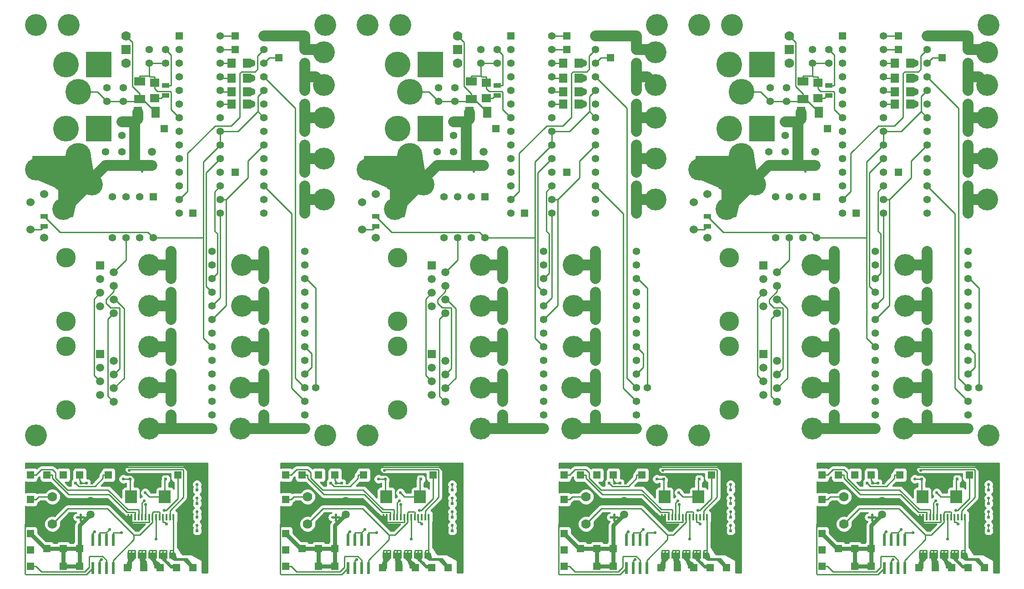
<source format=gtl>
G04 (created by PCBNEW-RS274X (2011-07-08)-stable) date Sun 14 Aug 2011 03:50:59 PM EDT*
G01*
G70*
G90*
%MOIN*%
G04 Gerber Fmt 3.4, Leading zero omitted, Abs format*
%FSLAX34Y34*%
G04 APERTURE LIST*
%ADD10C,0.006000*%
%ADD11C,0.015000*%
%ADD12C,0.160000*%
%ADD13C,0.055000*%
%ADD14R,0.055000X0.055000*%
%ADD15C,0.059100*%
%ADD16C,0.189000*%
%ADD17R,0.189000X0.189000*%
%ADD18R,0.062900X0.070900*%
%ADD19R,0.070900X0.062900*%
%ADD20C,0.070000*%
%ADD21R,0.070000X0.070000*%
%ADD22C,0.143700*%
%ADD23R,0.059100X0.059100*%
%ADD24R,0.055000X0.035000*%
%ADD25R,0.060000X0.080000*%
%ADD26R,0.080000X0.060000*%
%ADD27C,0.060000*%
%ADD28R,0.016000X0.050000*%
%ADD29R,0.023600X0.086600*%
%ADD30R,0.019700X0.019700*%
%ADD31R,0.086600X0.094500*%
%ADD32C,0.021000*%
%ADD33C,0.010000*%
%ADD34C,0.080000*%
%ADD35C,0.008000*%
%ADD36C,0.030000*%
G04 APERTURE END LIST*
G54D10*
G54D11*
X78700Y-26900D02*
X79200Y-26900D01*
X78950Y-27150D02*
X78950Y-26700D01*
X54400Y-26900D02*
X54900Y-26900D01*
X54650Y-27150D02*
X54650Y-26700D01*
X83600Y-52500D02*
X84100Y-52500D01*
X83850Y-52750D02*
X83850Y-52300D01*
X64700Y-52500D02*
X65200Y-52500D01*
X64950Y-52750D02*
X64950Y-52300D01*
X44300Y-52500D02*
X44800Y-52500D01*
X44550Y-52750D02*
X44550Y-52300D01*
X30100Y-26900D02*
X30600Y-26900D01*
X30350Y-27150D02*
X30350Y-26700D01*
X25600Y-52500D02*
X26100Y-52500D01*
X25850Y-52750D02*
X25850Y-52300D01*
G54D12*
X75300Y-28100D03*
X73200Y-29900D03*
X73200Y-27800D03*
X71200Y-27000D03*
X79500Y-46000D03*
X79500Y-43000D03*
X79500Y-40000D03*
X79500Y-37000D03*
X79500Y-34000D03*
X86200Y-46000D03*
X86200Y-43000D03*
X86300Y-40000D03*
X86300Y-37000D03*
X86300Y-34000D03*
X92300Y-18400D03*
X92300Y-20800D03*
X92300Y-23200D03*
X92300Y-26200D03*
X92300Y-29200D03*
X73600Y-16400D03*
G54D13*
X76300Y-26700D03*
X76300Y-25700D03*
X80700Y-19200D03*
X80700Y-18200D03*
X79500Y-19200D03*
X79500Y-18200D03*
X77500Y-23500D03*
X77500Y-24500D03*
X77500Y-26700D03*
X77500Y-25700D03*
X77600Y-22000D03*
X77600Y-21000D03*
X76400Y-22000D03*
X76400Y-21000D03*
X81700Y-18200D03*
X81700Y-19200D03*
X81700Y-20200D03*
X81700Y-21200D03*
X81700Y-22200D03*
X81700Y-23200D03*
X81700Y-24200D03*
X81700Y-25200D03*
X81700Y-26200D03*
X81700Y-27200D03*
X81700Y-28200D03*
X81700Y-29200D03*
X81700Y-30200D03*
G54D14*
X81700Y-17200D03*
G54D13*
X84700Y-30200D03*
X84700Y-29200D03*
X84700Y-28200D03*
X84700Y-27200D03*
X84700Y-26200D03*
X84700Y-25200D03*
X84700Y-24200D03*
X84700Y-23200D03*
X84700Y-22200D03*
X84700Y-21200D03*
X84700Y-20200D03*
X84700Y-19200D03*
X84700Y-18200D03*
X84700Y-17200D03*
G54D15*
X79700Y-25700D03*
X79700Y-26700D03*
G54D16*
X73400Y-19300D03*
G54D17*
X75800Y-19300D03*
G54D16*
X74300Y-21300D03*
X73400Y-24000D03*
G54D17*
X75800Y-24000D03*
G54D16*
X74300Y-26000D03*
G54D18*
X85541Y-19200D03*
X86659Y-19200D03*
X85541Y-20300D03*
X86659Y-20300D03*
X85541Y-21300D03*
X86659Y-21300D03*
X85541Y-22200D03*
X86659Y-22200D03*
G54D19*
X79900Y-20641D03*
X79900Y-21759D03*
G54D20*
X77800Y-17200D03*
G54D21*
X77800Y-18200D03*
G54D20*
X77800Y-19200D03*
G54D22*
X73400Y-44638D03*
X73400Y-39965D03*
G54D23*
X75900Y-40550D03*
G54D15*
X76900Y-41050D03*
X75900Y-41550D03*
X76900Y-42050D03*
X75900Y-42550D03*
X76900Y-43050D03*
X75900Y-43550D03*
X76900Y-44050D03*
G54D22*
X73400Y-38138D03*
X73400Y-33465D03*
G54D23*
X75900Y-34050D03*
G54D15*
X76900Y-34550D03*
X75900Y-35050D03*
X76900Y-35550D03*
X75900Y-36050D03*
X76900Y-36550D03*
X75900Y-37050D03*
X76900Y-37550D03*
G54D14*
X85800Y-17200D03*
X85800Y-18200D03*
X85800Y-27200D03*
X82700Y-30200D03*
X80600Y-24000D03*
X89000Y-18800D03*
G54D24*
X71800Y-31175D03*
X71800Y-30425D03*
X80700Y-21575D03*
X80700Y-20825D03*
G54D25*
X79950Y-22800D03*
X78650Y-22800D03*
G54D26*
X78800Y-21850D03*
X78800Y-20550D03*
G54D14*
X79800Y-29000D03*
G54D13*
X78800Y-29000D03*
X77800Y-29000D03*
X76800Y-29000D03*
X76800Y-32000D03*
X77800Y-32000D03*
X78800Y-32000D03*
X79800Y-32000D03*
X81100Y-34000D03*
X81100Y-35000D03*
X81100Y-36000D03*
X81100Y-37000D03*
X81100Y-38000D03*
X81100Y-39000D03*
X81100Y-40000D03*
X81100Y-41000D03*
X81100Y-42000D03*
X81100Y-43000D03*
X81100Y-44000D03*
X81100Y-45000D03*
X81100Y-46000D03*
G54D14*
X81100Y-33000D03*
G54D13*
X84100Y-46000D03*
X84100Y-45000D03*
X84100Y-44000D03*
X84100Y-43000D03*
X84100Y-42000D03*
X84100Y-41000D03*
X84100Y-40000D03*
X84100Y-39000D03*
X84100Y-38000D03*
X84100Y-37000D03*
X84100Y-36000D03*
X84100Y-35000D03*
X84100Y-34000D03*
X84100Y-33000D03*
X87900Y-34000D03*
X87900Y-35000D03*
X87900Y-36000D03*
X87900Y-37000D03*
X87900Y-38000D03*
X87900Y-39000D03*
X87900Y-40000D03*
X87900Y-41000D03*
X87900Y-42000D03*
X87900Y-43000D03*
X87900Y-44000D03*
X87900Y-45000D03*
X87900Y-46000D03*
G54D14*
X87900Y-33000D03*
G54D13*
X90900Y-46000D03*
X90900Y-45000D03*
X90900Y-44000D03*
X90900Y-43000D03*
X90900Y-42000D03*
X90900Y-41000D03*
X90900Y-40000D03*
X90900Y-39000D03*
X90900Y-38000D03*
X90900Y-37000D03*
X90900Y-36000D03*
X90900Y-35000D03*
X90900Y-34000D03*
X90900Y-33000D03*
X90900Y-29200D03*
X90900Y-28200D03*
X90900Y-27200D03*
X90900Y-26200D03*
X90900Y-25200D03*
X90900Y-24200D03*
X90900Y-23200D03*
X90900Y-22200D03*
X90900Y-21200D03*
X90900Y-20200D03*
X90900Y-19200D03*
X90900Y-18200D03*
X90900Y-17200D03*
G54D14*
X90900Y-30200D03*
G54D13*
X87900Y-17200D03*
X87900Y-18200D03*
X87900Y-19200D03*
X87900Y-20200D03*
X87900Y-21200D03*
X87900Y-22200D03*
X87900Y-23200D03*
X87900Y-24200D03*
X87900Y-25200D03*
X87900Y-26200D03*
X87900Y-27200D03*
X87900Y-28200D03*
X87900Y-29200D03*
X87900Y-30200D03*
G54D12*
X92400Y-46500D03*
X71200Y-46500D03*
X92400Y-16400D03*
X71200Y-16400D03*
G54D27*
X70800Y-31400D03*
X70800Y-29400D03*
X71800Y-32000D03*
X71800Y-28800D03*
X46500Y-31400D03*
X46500Y-29400D03*
X47500Y-32000D03*
X47500Y-28800D03*
G54D12*
X46900Y-16400D03*
X68100Y-16400D03*
X46900Y-46500D03*
X68100Y-46500D03*
G54D13*
X66600Y-29200D03*
X66600Y-28200D03*
X66600Y-27200D03*
X66600Y-26200D03*
X66600Y-25200D03*
X66600Y-24200D03*
X66600Y-23200D03*
X66600Y-22200D03*
X66600Y-21200D03*
X66600Y-20200D03*
X66600Y-19200D03*
X66600Y-18200D03*
X66600Y-17200D03*
G54D14*
X66600Y-30200D03*
G54D13*
X63600Y-17200D03*
X63600Y-18200D03*
X63600Y-19200D03*
X63600Y-20200D03*
X63600Y-21200D03*
X63600Y-22200D03*
X63600Y-23200D03*
X63600Y-24200D03*
X63600Y-25200D03*
X63600Y-26200D03*
X63600Y-27200D03*
X63600Y-28200D03*
X63600Y-29200D03*
X63600Y-30200D03*
X63600Y-34000D03*
X63600Y-35000D03*
X63600Y-36000D03*
X63600Y-37000D03*
X63600Y-38000D03*
X63600Y-39000D03*
X63600Y-40000D03*
X63600Y-41000D03*
X63600Y-42000D03*
X63600Y-43000D03*
X63600Y-44000D03*
X63600Y-45000D03*
X63600Y-46000D03*
G54D14*
X63600Y-33000D03*
G54D13*
X66600Y-46000D03*
X66600Y-45000D03*
X66600Y-44000D03*
X66600Y-43000D03*
X66600Y-42000D03*
X66600Y-41000D03*
X66600Y-40000D03*
X66600Y-39000D03*
X66600Y-38000D03*
X66600Y-37000D03*
X66600Y-36000D03*
X66600Y-35000D03*
X66600Y-34000D03*
X66600Y-33000D03*
X56800Y-34000D03*
X56800Y-35000D03*
X56800Y-36000D03*
X56800Y-37000D03*
X56800Y-38000D03*
X56800Y-39000D03*
X56800Y-40000D03*
X56800Y-41000D03*
X56800Y-42000D03*
X56800Y-43000D03*
X56800Y-44000D03*
X56800Y-45000D03*
X56800Y-46000D03*
G54D14*
X56800Y-33000D03*
G54D13*
X59800Y-46000D03*
X59800Y-45000D03*
X59800Y-44000D03*
X59800Y-43000D03*
X59800Y-42000D03*
X59800Y-41000D03*
X59800Y-40000D03*
X59800Y-39000D03*
X59800Y-38000D03*
X59800Y-37000D03*
X59800Y-36000D03*
X59800Y-35000D03*
X59800Y-34000D03*
X59800Y-33000D03*
G54D14*
X55500Y-29000D03*
G54D13*
X54500Y-29000D03*
X53500Y-29000D03*
X52500Y-29000D03*
X52500Y-32000D03*
X53500Y-32000D03*
X54500Y-32000D03*
X55500Y-32000D03*
G54D26*
X54500Y-21850D03*
X54500Y-20550D03*
G54D25*
X55650Y-22800D03*
X54350Y-22800D03*
G54D24*
X56400Y-21575D03*
X56400Y-20825D03*
X47500Y-31175D03*
X47500Y-30425D03*
G54D14*
X64700Y-18800D03*
X56300Y-24000D03*
X58400Y-30200D03*
X61500Y-27200D03*
X61500Y-18200D03*
X61500Y-17200D03*
G54D22*
X49100Y-38138D03*
X49100Y-33465D03*
G54D23*
X51600Y-34050D03*
G54D15*
X52600Y-34550D03*
X51600Y-35050D03*
X52600Y-35550D03*
X51600Y-36050D03*
X52600Y-36550D03*
X51600Y-37050D03*
X52600Y-37550D03*
G54D22*
X49100Y-44638D03*
X49100Y-39965D03*
G54D23*
X51600Y-40550D03*
G54D15*
X52600Y-41050D03*
X51600Y-41550D03*
X52600Y-42050D03*
X51600Y-42550D03*
X52600Y-43050D03*
X51600Y-43550D03*
X52600Y-44050D03*
G54D20*
X53500Y-17200D03*
G54D21*
X53500Y-18200D03*
G54D20*
X53500Y-19200D03*
G54D19*
X55600Y-20641D03*
X55600Y-21759D03*
G54D18*
X61241Y-22200D03*
X62359Y-22200D03*
X61241Y-21300D03*
X62359Y-21300D03*
X61241Y-20300D03*
X62359Y-20300D03*
X61241Y-19200D03*
X62359Y-19200D03*
G54D16*
X49100Y-24000D03*
G54D17*
X51500Y-24000D03*
G54D16*
X50000Y-26000D03*
X49100Y-19300D03*
G54D17*
X51500Y-19300D03*
G54D16*
X50000Y-21300D03*
G54D15*
X55400Y-25700D03*
X55400Y-26700D03*
G54D13*
X57400Y-18200D03*
X57400Y-19200D03*
X57400Y-20200D03*
X57400Y-21200D03*
X57400Y-22200D03*
X57400Y-23200D03*
X57400Y-24200D03*
X57400Y-25200D03*
X57400Y-26200D03*
X57400Y-27200D03*
X57400Y-28200D03*
X57400Y-29200D03*
X57400Y-30200D03*
G54D14*
X57400Y-17200D03*
G54D13*
X60400Y-30200D03*
X60400Y-29200D03*
X60400Y-28200D03*
X60400Y-27200D03*
X60400Y-26200D03*
X60400Y-25200D03*
X60400Y-24200D03*
X60400Y-23200D03*
X60400Y-22200D03*
X60400Y-21200D03*
X60400Y-20200D03*
X60400Y-19200D03*
X60400Y-18200D03*
X60400Y-17200D03*
X52100Y-22000D03*
X52100Y-21000D03*
X53300Y-22000D03*
X53300Y-21000D03*
X53200Y-26700D03*
X53200Y-25700D03*
X53200Y-23500D03*
X53200Y-24500D03*
X55200Y-19200D03*
X55200Y-18200D03*
X56400Y-19200D03*
X56400Y-18200D03*
X52000Y-26700D03*
X52000Y-25700D03*
G54D12*
X49300Y-16400D03*
X68000Y-29200D03*
X68000Y-26200D03*
X68000Y-23200D03*
X68000Y-20800D03*
X68000Y-18400D03*
X62000Y-34000D03*
X62000Y-37000D03*
X62000Y-40000D03*
X61900Y-43000D03*
X61900Y-46000D03*
X55200Y-34000D03*
X55200Y-37000D03*
X55200Y-40000D03*
X55200Y-43000D03*
X55200Y-46000D03*
X46900Y-27000D03*
X48900Y-27800D03*
X48900Y-29900D03*
X51000Y-28100D03*
G54D14*
X92100Y-56200D03*
X90900Y-56200D03*
X87300Y-56200D03*
X88500Y-56200D03*
X89700Y-56200D03*
X85900Y-49400D03*
G54D28*
X87350Y-55300D03*
X87600Y-55300D03*
X87860Y-55300D03*
X88120Y-55300D03*
X88370Y-55300D03*
X88630Y-55300D03*
X88890Y-55300D03*
X89140Y-55300D03*
X89400Y-55300D03*
X89650Y-55300D03*
X89910Y-55300D03*
X90170Y-55300D03*
X90420Y-55300D03*
X90680Y-55300D03*
X90680Y-52500D03*
X90420Y-52500D03*
X90180Y-52500D03*
X89910Y-52500D03*
X89650Y-52500D03*
X89400Y-52500D03*
X89140Y-52500D03*
X88890Y-52500D03*
X88630Y-52500D03*
X88370Y-52500D03*
X88120Y-52500D03*
X87860Y-52500D03*
X87600Y-52500D03*
X87350Y-52500D03*
G54D29*
X86250Y-54176D03*
X85750Y-54176D03*
X85250Y-54176D03*
X84750Y-54176D03*
X84750Y-56223D03*
X85250Y-56223D03*
X85750Y-56223D03*
X86250Y-56223D03*
G54D30*
X84701Y-50000D03*
X84299Y-50000D03*
X89699Y-49700D03*
X90101Y-49700D03*
X87901Y-49700D03*
X87499Y-49700D03*
X83901Y-50000D03*
X83499Y-50000D03*
X91999Y-50500D03*
X92401Y-50500D03*
X91999Y-51500D03*
X92401Y-51500D03*
X91999Y-52500D03*
X92401Y-52500D03*
X91999Y-53500D03*
X92401Y-53500D03*
G54D14*
X83800Y-49400D03*
G54D13*
X84800Y-49400D03*
G54D14*
X80200Y-54900D03*
X80200Y-56100D03*
X80200Y-52400D03*
X80200Y-53700D03*
X80200Y-51200D03*
X82600Y-56100D03*
X81400Y-54800D03*
X82600Y-54800D03*
X83800Y-56100D03*
X83800Y-54800D03*
X82600Y-49400D03*
X81400Y-49400D03*
X80200Y-49400D03*
X91000Y-49400D03*
G54D20*
X81800Y-51000D03*
G54D21*
X81800Y-52000D03*
G54D20*
X81800Y-53000D03*
G54D15*
X84600Y-51300D03*
X84600Y-52300D03*
G54D31*
X90040Y-51000D03*
X87560Y-51000D03*
X71140Y-51000D03*
X68660Y-51000D03*
G54D15*
X65700Y-51300D03*
X65700Y-52300D03*
G54D20*
X62900Y-51000D03*
G54D21*
X62900Y-52000D03*
G54D20*
X62900Y-53000D03*
G54D14*
X72100Y-49400D03*
X61300Y-49400D03*
X62500Y-49400D03*
X63700Y-49400D03*
X64900Y-54800D03*
X64900Y-56100D03*
X63700Y-54800D03*
X62500Y-54800D03*
X63700Y-56100D03*
X61300Y-51200D03*
X61300Y-53700D03*
X61300Y-52400D03*
X61300Y-56100D03*
X61300Y-54900D03*
X64900Y-49400D03*
G54D13*
X65900Y-49400D03*
G54D30*
X73099Y-53500D03*
X73501Y-53500D03*
X73099Y-52500D03*
X73501Y-52500D03*
X73099Y-51500D03*
X73501Y-51500D03*
X73099Y-50500D03*
X73501Y-50500D03*
X65001Y-50000D03*
X64599Y-50000D03*
X69001Y-49700D03*
X68599Y-49700D03*
X70799Y-49700D03*
X71201Y-49700D03*
X65801Y-50000D03*
X65399Y-50000D03*
G54D29*
X67350Y-54176D03*
X66850Y-54176D03*
X66350Y-54176D03*
X65850Y-54176D03*
X65850Y-56223D03*
X66350Y-56223D03*
X66850Y-56223D03*
X67350Y-56223D03*
G54D28*
X68450Y-55300D03*
X68700Y-55300D03*
X68960Y-55300D03*
X69220Y-55300D03*
X69470Y-55300D03*
X69730Y-55300D03*
X69990Y-55300D03*
X70240Y-55300D03*
X70500Y-55300D03*
X70750Y-55300D03*
X71010Y-55300D03*
X71270Y-55300D03*
X71520Y-55300D03*
X71780Y-55300D03*
X71780Y-52500D03*
X71520Y-52500D03*
X71280Y-52500D03*
X71010Y-52500D03*
X70750Y-52500D03*
X70500Y-52500D03*
X70240Y-52500D03*
X69990Y-52500D03*
X69730Y-52500D03*
X69470Y-52500D03*
X69220Y-52500D03*
X68960Y-52500D03*
X68700Y-52500D03*
X68450Y-52500D03*
G54D14*
X67000Y-49400D03*
X70800Y-56200D03*
X69600Y-56200D03*
X68400Y-56200D03*
X72000Y-56200D03*
X73200Y-56200D03*
X52800Y-56200D03*
X51600Y-56200D03*
X48000Y-56200D03*
X49200Y-56200D03*
X50400Y-56200D03*
X46600Y-49400D03*
G54D28*
X48050Y-55300D03*
X48300Y-55300D03*
X48560Y-55300D03*
X48820Y-55300D03*
X49070Y-55300D03*
X49330Y-55300D03*
X49590Y-55300D03*
X49840Y-55300D03*
X50100Y-55300D03*
X50350Y-55300D03*
X50610Y-55300D03*
X50870Y-55300D03*
X51120Y-55300D03*
X51380Y-55300D03*
X51380Y-52500D03*
X51120Y-52500D03*
X50880Y-52500D03*
X50610Y-52500D03*
X50350Y-52500D03*
X50100Y-52500D03*
X49840Y-52500D03*
X49590Y-52500D03*
X49330Y-52500D03*
X49070Y-52500D03*
X48820Y-52500D03*
X48560Y-52500D03*
X48300Y-52500D03*
X48050Y-52500D03*
G54D29*
X46950Y-54176D03*
X46450Y-54176D03*
X45950Y-54176D03*
X45450Y-54176D03*
X45450Y-56223D03*
X45950Y-56223D03*
X46450Y-56223D03*
X46950Y-56223D03*
G54D30*
X45401Y-50000D03*
X44999Y-50000D03*
X50399Y-49700D03*
X50801Y-49700D03*
X48601Y-49700D03*
X48199Y-49700D03*
X44601Y-50000D03*
X44199Y-50000D03*
X52699Y-50500D03*
X53101Y-50500D03*
X52699Y-51500D03*
X53101Y-51500D03*
X52699Y-52500D03*
X53101Y-52500D03*
X52699Y-53500D03*
X53101Y-53500D03*
G54D14*
X44500Y-49400D03*
G54D13*
X45500Y-49400D03*
G54D14*
X40900Y-54900D03*
X40900Y-56100D03*
X40900Y-52400D03*
X40900Y-53700D03*
X40900Y-51200D03*
X43300Y-56100D03*
X42100Y-54800D03*
X43300Y-54800D03*
X44500Y-56100D03*
X44500Y-54800D03*
X43300Y-49400D03*
X42100Y-49400D03*
X40900Y-49400D03*
X51700Y-49400D03*
G54D20*
X42500Y-51000D03*
G54D21*
X42500Y-52000D03*
G54D20*
X42500Y-53000D03*
G54D15*
X45300Y-51300D03*
X45300Y-52300D03*
G54D31*
X50740Y-51000D03*
X48260Y-51000D03*
G54D12*
X26700Y-28100D03*
X24600Y-29900D03*
X24600Y-27800D03*
X22600Y-27000D03*
X30900Y-46000D03*
X30900Y-43000D03*
X30900Y-40000D03*
X30900Y-37000D03*
X30900Y-34000D03*
X37600Y-46000D03*
X37600Y-43000D03*
X37700Y-40000D03*
X37700Y-37000D03*
X37700Y-34000D03*
X43700Y-18400D03*
X43700Y-20800D03*
X43700Y-23200D03*
X43700Y-26200D03*
X43700Y-29200D03*
X25000Y-16400D03*
G54D13*
X27700Y-26700D03*
X27700Y-25700D03*
X32100Y-19200D03*
X32100Y-18200D03*
X30900Y-19200D03*
X30900Y-18200D03*
X28900Y-23500D03*
X28900Y-24500D03*
X28900Y-26700D03*
X28900Y-25700D03*
X29000Y-22000D03*
X29000Y-21000D03*
X27800Y-22000D03*
X27800Y-21000D03*
X33100Y-18200D03*
X33100Y-19200D03*
X33100Y-20200D03*
X33100Y-21200D03*
X33100Y-22200D03*
X33100Y-23200D03*
X33100Y-24200D03*
X33100Y-25200D03*
X33100Y-26200D03*
X33100Y-27200D03*
X33100Y-28200D03*
X33100Y-29200D03*
X33100Y-30200D03*
G54D14*
X33100Y-17200D03*
G54D13*
X36100Y-30200D03*
X36100Y-29200D03*
X36100Y-28200D03*
X36100Y-27200D03*
X36100Y-26200D03*
X36100Y-25200D03*
X36100Y-24200D03*
X36100Y-23200D03*
X36100Y-22200D03*
X36100Y-21200D03*
X36100Y-20200D03*
X36100Y-19200D03*
X36100Y-18200D03*
X36100Y-17200D03*
G54D15*
X31100Y-25700D03*
X31100Y-26700D03*
G54D16*
X24800Y-19300D03*
G54D17*
X27200Y-19300D03*
G54D16*
X25700Y-21300D03*
X24800Y-24000D03*
G54D17*
X27200Y-24000D03*
G54D16*
X25700Y-26000D03*
G54D18*
X36941Y-19200D03*
X38059Y-19200D03*
X36941Y-20300D03*
X38059Y-20300D03*
X36941Y-21300D03*
X38059Y-21300D03*
X36941Y-22200D03*
X38059Y-22200D03*
G54D19*
X31300Y-20641D03*
X31300Y-21759D03*
G54D20*
X29200Y-17200D03*
G54D21*
X29200Y-18200D03*
G54D20*
X29200Y-19200D03*
G54D22*
X24800Y-44638D03*
X24800Y-39965D03*
G54D23*
X27300Y-40550D03*
G54D15*
X28300Y-41050D03*
X27300Y-41550D03*
X28300Y-42050D03*
X27300Y-42550D03*
X28300Y-43050D03*
X27300Y-43550D03*
X28300Y-44050D03*
G54D22*
X24800Y-38138D03*
X24800Y-33465D03*
G54D23*
X27300Y-34050D03*
G54D15*
X28300Y-34550D03*
X27300Y-35050D03*
X28300Y-35550D03*
X27300Y-36050D03*
X28300Y-36550D03*
X27300Y-37050D03*
X28300Y-37550D03*
G54D14*
X37200Y-17200D03*
X37200Y-18200D03*
X37200Y-27200D03*
X34100Y-30200D03*
X32000Y-24000D03*
X40400Y-18800D03*
G54D24*
X23200Y-31175D03*
X23200Y-30425D03*
X32100Y-21575D03*
X32100Y-20825D03*
G54D25*
X31350Y-22800D03*
X30050Y-22800D03*
G54D26*
X30200Y-21850D03*
X30200Y-20550D03*
G54D14*
X31200Y-29000D03*
G54D13*
X30200Y-29000D03*
X29200Y-29000D03*
X28200Y-29000D03*
X28200Y-32000D03*
X29200Y-32000D03*
X30200Y-32000D03*
X31200Y-32000D03*
X32500Y-34000D03*
X32500Y-35000D03*
X32500Y-36000D03*
X32500Y-37000D03*
X32500Y-38000D03*
X32500Y-39000D03*
X32500Y-40000D03*
X32500Y-41000D03*
X32500Y-42000D03*
X32500Y-43000D03*
X32500Y-44000D03*
X32500Y-45000D03*
X32500Y-46000D03*
G54D14*
X32500Y-33000D03*
G54D13*
X35500Y-46000D03*
X35500Y-45000D03*
X35500Y-44000D03*
X35500Y-43000D03*
X35500Y-42000D03*
X35500Y-41000D03*
X35500Y-40000D03*
X35500Y-39000D03*
X35500Y-38000D03*
X35500Y-37000D03*
X35500Y-36000D03*
X35500Y-35000D03*
X35500Y-34000D03*
X35500Y-33000D03*
X39300Y-34000D03*
X39300Y-35000D03*
X39300Y-36000D03*
X39300Y-37000D03*
X39300Y-38000D03*
X39300Y-39000D03*
X39300Y-40000D03*
X39300Y-41000D03*
X39300Y-42000D03*
X39300Y-43000D03*
X39300Y-44000D03*
X39300Y-45000D03*
X39300Y-46000D03*
G54D14*
X39300Y-33000D03*
G54D13*
X42300Y-46000D03*
X42300Y-45000D03*
X42300Y-44000D03*
X42300Y-43000D03*
X42300Y-42000D03*
X42300Y-41000D03*
X42300Y-40000D03*
X42300Y-39000D03*
X42300Y-38000D03*
X42300Y-37000D03*
X42300Y-36000D03*
X42300Y-35000D03*
X42300Y-34000D03*
X42300Y-33000D03*
X42300Y-29200D03*
X42300Y-28200D03*
X42300Y-27200D03*
X42300Y-26200D03*
X42300Y-25200D03*
X42300Y-24200D03*
X42300Y-23200D03*
X42300Y-22200D03*
X42300Y-21200D03*
X42300Y-20200D03*
X42300Y-19200D03*
X42300Y-18200D03*
X42300Y-17200D03*
G54D14*
X42300Y-30200D03*
G54D13*
X39300Y-17200D03*
X39300Y-18200D03*
X39300Y-19200D03*
X39300Y-20200D03*
X39300Y-21200D03*
X39300Y-22200D03*
X39300Y-23200D03*
X39300Y-24200D03*
X39300Y-25200D03*
X39300Y-26200D03*
X39300Y-27200D03*
X39300Y-28200D03*
X39300Y-29200D03*
X39300Y-30200D03*
G54D12*
X43800Y-46500D03*
X22600Y-46500D03*
X43800Y-16400D03*
X22600Y-16400D03*
G54D27*
X22200Y-31400D03*
X22200Y-29400D03*
X23200Y-32000D03*
X23200Y-28800D03*
G54D31*
X32040Y-51000D03*
X29560Y-51000D03*
G54D15*
X26600Y-51300D03*
X26600Y-52300D03*
G54D20*
X23800Y-51000D03*
G54D21*
X23800Y-52000D03*
G54D20*
X23800Y-53000D03*
G54D14*
X33000Y-49400D03*
X22200Y-49400D03*
X23400Y-49400D03*
X24600Y-49400D03*
X25800Y-54800D03*
X25800Y-56100D03*
X24600Y-54800D03*
X23400Y-54800D03*
X24600Y-56100D03*
X22200Y-51200D03*
X22200Y-53700D03*
X22200Y-52400D03*
X22200Y-56100D03*
X22200Y-54900D03*
X25800Y-49400D03*
G54D13*
X26800Y-49400D03*
G54D30*
X33999Y-53500D03*
X34401Y-53500D03*
X33999Y-52500D03*
X34401Y-52500D03*
X33999Y-51500D03*
X34401Y-51500D03*
X33999Y-50500D03*
X34401Y-50500D03*
X25901Y-50000D03*
X25499Y-50000D03*
X29901Y-49700D03*
X29499Y-49700D03*
X31699Y-49700D03*
X32101Y-49700D03*
X26701Y-50000D03*
X26299Y-50000D03*
G54D29*
X28250Y-54176D03*
X27750Y-54176D03*
X27250Y-54176D03*
X26750Y-54176D03*
X26750Y-56223D03*
X27250Y-56223D03*
X27750Y-56223D03*
X28250Y-56223D03*
G54D28*
X29350Y-55300D03*
X29600Y-55300D03*
X29860Y-55300D03*
X30120Y-55300D03*
X30370Y-55300D03*
X30630Y-55300D03*
X30890Y-55300D03*
X31140Y-55300D03*
X31400Y-55300D03*
X31650Y-55300D03*
X31910Y-55300D03*
X32170Y-55300D03*
X32420Y-55300D03*
X32680Y-55300D03*
X32680Y-52500D03*
X32420Y-52500D03*
X32180Y-52500D03*
X31910Y-52500D03*
X31650Y-52500D03*
X31400Y-52500D03*
X31140Y-52500D03*
X30890Y-52500D03*
X30630Y-52500D03*
X30370Y-52500D03*
X30120Y-52500D03*
X29860Y-52500D03*
X29600Y-52500D03*
X29350Y-52500D03*
G54D14*
X27900Y-49400D03*
X31700Y-56200D03*
X30500Y-56200D03*
X29300Y-56200D03*
X32900Y-56200D03*
X34100Y-56200D03*
G54D32*
X92400Y-51100D03*
X73500Y-51100D03*
X53100Y-51100D03*
X34400Y-51100D03*
X92401Y-52101D03*
X73501Y-52101D03*
X53101Y-52101D03*
X34401Y-52101D03*
G54D13*
X87000Y-19200D03*
X62700Y-19200D03*
G54D32*
X92401Y-53101D03*
X73501Y-53101D03*
X53101Y-53101D03*
G54D13*
X38400Y-19200D03*
G54D32*
X34401Y-53101D03*
G54D13*
X87000Y-20300D03*
X62700Y-20300D03*
X38400Y-20300D03*
G54D32*
X85382Y-55611D03*
X66482Y-55611D03*
X46082Y-55611D03*
X27382Y-55611D03*
G54D13*
X87000Y-21300D03*
X62700Y-21300D03*
X38400Y-21300D03*
G54D32*
X92401Y-50101D03*
X73501Y-50101D03*
X53101Y-50101D03*
X34401Y-50101D03*
X88630Y-51580D03*
X69730Y-51580D03*
X49330Y-51580D03*
X30630Y-51580D03*
G54D13*
X87000Y-22200D03*
X62700Y-22200D03*
X38400Y-22200D03*
G54D32*
X89400Y-54100D03*
X70500Y-54100D03*
X50100Y-54100D03*
X31400Y-54100D03*
X90004Y-51985D03*
X71104Y-51985D03*
X50704Y-51985D03*
X32004Y-51985D03*
G54D13*
X91700Y-43000D03*
X67400Y-43000D03*
X43100Y-43000D03*
G54D32*
X88531Y-51289D03*
X69631Y-51289D03*
X49231Y-51289D03*
X30531Y-51289D03*
X86870Y-53636D03*
X67970Y-53636D03*
X47570Y-53636D03*
X28870Y-53636D03*
X87000Y-49700D03*
X68100Y-49700D03*
X47700Y-49700D03*
X29000Y-49700D03*
X84912Y-53558D03*
X66012Y-53558D03*
X45612Y-53558D03*
X26912Y-53558D03*
X90159Y-52988D03*
X71259Y-52988D03*
X50859Y-52988D03*
X32159Y-52988D03*
X87436Y-49058D03*
X68536Y-49058D03*
X48136Y-49058D03*
X29436Y-49058D03*
X88600Y-50700D03*
X69700Y-50700D03*
X49300Y-50700D03*
X30600Y-50700D03*
X86009Y-53396D03*
X67109Y-53396D03*
X46709Y-53396D03*
X28009Y-53396D03*
G54D33*
X80700Y-20825D02*
X81098Y-20825D01*
X81098Y-18598D02*
X81098Y-20825D01*
X80700Y-18200D02*
X81098Y-18598D01*
X56400Y-18200D02*
X56798Y-18598D01*
X56798Y-18598D02*
X56798Y-20825D01*
X56400Y-20825D02*
X56798Y-20825D01*
X87350Y-52500D02*
X87600Y-52500D01*
X87600Y-52500D02*
X87600Y-52873D01*
X88890Y-52500D02*
X88890Y-52873D01*
X88890Y-52873D02*
X87600Y-52873D01*
X91999Y-50500D02*
X91999Y-49356D01*
X91999Y-49356D02*
X91471Y-48828D01*
X91471Y-48828D02*
X86911Y-48828D01*
X86911Y-48828D02*
X86891Y-48848D01*
X86891Y-48848D02*
X85352Y-48848D01*
X85352Y-48848D02*
X84800Y-49400D01*
X82273Y-52000D02*
X82973Y-51300D01*
X82973Y-51300D02*
X84600Y-51300D01*
X81800Y-52000D02*
X82273Y-52000D01*
X80399Y-52400D02*
X79801Y-52998D01*
X79801Y-52998D02*
X79801Y-56644D01*
X79801Y-56644D02*
X79845Y-56688D01*
X79845Y-56688D02*
X84285Y-56688D01*
X84285Y-56688D02*
X84750Y-56223D01*
X80399Y-52400D02*
X80598Y-52400D01*
X80200Y-52400D02*
X80399Y-52400D01*
X91999Y-51500D02*
X91999Y-52500D01*
X91999Y-50500D02*
X91999Y-51500D01*
X84701Y-49779D02*
X84800Y-49680D01*
X84800Y-49680D02*
X84800Y-49400D01*
X91999Y-52500D02*
X91999Y-53278D01*
X91999Y-53500D02*
X91999Y-53278D01*
X81800Y-52000D02*
X80998Y-52000D01*
X80998Y-52000D02*
X80598Y-52400D01*
X84701Y-50000D02*
X84701Y-49779D01*
X87601Y-49400D02*
X87422Y-49400D01*
X87901Y-49700D02*
X87601Y-49400D01*
X89699Y-49700D02*
X87901Y-49700D01*
X86900Y-48857D02*
X86891Y-48848D01*
X87422Y-49400D02*
X87400Y-49400D01*
X87400Y-49400D02*
X87300Y-49300D01*
X86900Y-48900D02*
X86900Y-48857D01*
X87400Y-49400D02*
X87200Y-49400D01*
X87200Y-49400D02*
X87100Y-49300D01*
X87300Y-49300D02*
X86900Y-48900D01*
X87601Y-49400D02*
X87601Y-49301D01*
X87601Y-49301D02*
X87600Y-49300D01*
X87600Y-49300D02*
X87300Y-49300D01*
X87601Y-49301D02*
X87699Y-49301D01*
X87699Y-49301D02*
X87700Y-49300D01*
X68799Y-49301D02*
X68800Y-49300D01*
X68701Y-49301D02*
X68799Y-49301D01*
X68700Y-49300D02*
X68400Y-49300D01*
X68701Y-49301D02*
X68700Y-49300D01*
X68701Y-49400D02*
X68701Y-49301D01*
X68400Y-49300D02*
X68000Y-48900D01*
X68300Y-49400D02*
X68200Y-49300D01*
X68500Y-49400D02*
X68300Y-49400D01*
X68000Y-48900D02*
X68000Y-48857D01*
X68500Y-49400D02*
X68400Y-49300D01*
X68522Y-49400D02*
X68500Y-49400D01*
X68000Y-48857D02*
X67991Y-48848D01*
X70799Y-49700D02*
X69001Y-49700D01*
X69001Y-49700D02*
X68701Y-49400D01*
X68701Y-49400D02*
X68522Y-49400D01*
X65801Y-50000D02*
X65801Y-49779D01*
X62098Y-52000D02*
X61698Y-52400D01*
X62900Y-52000D02*
X62098Y-52000D01*
X73099Y-53500D02*
X73099Y-53278D01*
X73099Y-52500D02*
X73099Y-53278D01*
X65900Y-49680D02*
X65900Y-49400D01*
X65801Y-49779D02*
X65900Y-49680D01*
X73099Y-50500D02*
X73099Y-51500D01*
X73099Y-51500D02*
X73099Y-52500D01*
X61300Y-52400D02*
X61499Y-52400D01*
X61499Y-52400D02*
X61698Y-52400D01*
X65385Y-56688D02*
X65850Y-56223D01*
X60945Y-56688D02*
X65385Y-56688D01*
X60901Y-56644D02*
X60945Y-56688D01*
X60901Y-52998D02*
X60901Y-56644D01*
X61499Y-52400D02*
X60901Y-52998D01*
X62900Y-52000D02*
X63373Y-52000D01*
X64073Y-51300D02*
X65700Y-51300D01*
X63373Y-52000D02*
X64073Y-51300D01*
X66452Y-48848D02*
X65900Y-49400D01*
X67991Y-48848D02*
X66452Y-48848D01*
X68011Y-48828D02*
X67991Y-48848D01*
X72571Y-48828D02*
X68011Y-48828D01*
X73099Y-49356D02*
X72571Y-48828D01*
X73099Y-50500D02*
X73099Y-49356D01*
X69990Y-52873D02*
X68700Y-52873D01*
X69990Y-52500D02*
X69990Y-52873D01*
X68700Y-52500D02*
X68700Y-52873D01*
X68450Y-52500D02*
X68700Y-52500D01*
X48050Y-52500D02*
X48300Y-52500D01*
X48300Y-52500D02*
X48300Y-52873D01*
X49590Y-52500D02*
X49590Y-52873D01*
X49590Y-52873D02*
X48300Y-52873D01*
X52699Y-50500D02*
X52699Y-49356D01*
X52699Y-49356D02*
X52171Y-48828D01*
X52171Y-48828D02*
X47611Y-48828D01*
X47611Y-48828D02*
X47591Y-48848D01*
X47591Y-48848D02*
X46052Y-48848D01*
X46052Y-48848D02*
X45500Y-49400D01*
X42973Y-52000D02*
X43673Y-51300D01*
X43673Y-51300D02*
X45300Y-51300D01*
X42500Y-52000D02*
X42973Y-52000D01*
X41099Y-52400D02*
X40501Y-52998D01*
X40501Y-52998D02*
X40501Y-56644D01*
X40501Y-56644D02*
X40545Y-56688D01*
X40545Y-56688D02*
X44985Y-56688D01*
X44985Y-56688D02*
X45450Y-56223D01*
X41099Y-52400D02*
X41298Y-52400D01*
X40900Y-52400D02*
X41099Y-52400D01*
X52699Y-51500D02*
X52699Y-52500D01*
X52699Y-50500D02*
X52699Y-51500D01*
X45401Y-49779D02*
X45500Y-49680D01*
X45500Y-49680D02*
X45500Y-49400D01*
X52699Y-52500D02*
X52699Y-53278D01*
X52699Y-53500D02*
X52699Y-53278D01*
X42500Y-52000D02*
X41698Y-52000D01*
X41698Y-52000D02*
X41298Y-52400D01*
X45401Y-50000D02*
X45401Y-49779D01*
X48301Y-49400D02*
X48122Y-49400D01*
X48601Y-49700D02*
X48301Y-49400D01*
X50399Y-49700D02*
X48601Y-49700D01*
X47600Y-48857D02*
X47591Y-48848D01*
X48122Y-49400D02*
X48100Y-49400D01*
X48100Y-49400D02*
X48000Y-49300D01*
X47600Y-48900D02*
X47600Y-48857D01*
X48100Y-49400D02*
X47900Y-49400D01*
X47900Y-49400D02*
X47800Y-49300D01*
X48000Y-49300D02*
X47600Y-48900D01*
X48301Y-49400D02*
X48301Y-49301D01*
X48301Y-49301D02*
X48300Y-49300D01*
X48300Y-49300D02*
X48000Y-49300D01*
X48301Y-49301D02*
X48399Y-49301D01*
X48399Y-49301D02*
X48400Y-49300D01*
X32100Y-20825D02*
X32498Y-20825D01*
X32498Y-18598D02*
X32498Y-20825D01*
X32100Y-18200D02*
X32498Y-18598D01*
X29699Y-49301D02*
X29700Y-49300D01*
X29601Y-49301D02*
X29699Y-49301D01*
X29600Y-49300D02*
X29300Y-49300D01*
X29601Y-49301D02*
X29600Y-49300D01*
X29601Y-49400D02*
X29601Y-49301D01*
X29300Y-49300D02*
X28900Y-48900D01*
X29200Y-49400D02*
X29100Y-49300D01*
X29400Y-49400D02*
X29200Y-49400D01*
X28900Y-48900D02*
X28900Y-48857D01*
X29400Y-49400D02*
X29300Y-49300D01*
X29422Y-49400D02*
X29400Y-49400D01*
X28900Y-48857D02*
X28891Y-48848D01*
X31699Y-49700D02*
X29901Y-49700D01*
X29901Y-49700D02*
X29601Y-49400D01*
X29601Y-49400D02*
X29422Y-49400D01*
X26701Y-50000D02*
X26701Y-49779D01*
X22998Y-52000D02*
X22598Y-52400D01*
X23800Y-52000D02*
X22998Y-52000D01*
X33999Y-53500D02*
X33999Y-53278D01*
X33999Y-52500D02*
X33999Y-53278D01*
X26800Y-49680D02*
X26800Y-49400D01*
X26701Y-49779D02*
X26800Y-49680D01*
X33999Y-50500D02*
X33999Y-51500D01*
X33999Y-51500D02*
X33999Y-52500D01*
X22200Y-52400D02*
X22399Y-52400D01*
X22399Y-52400D02*
X22598Y-52400D01*
X26285Y-56688D02*
X26750Y-56223D01*
X21845Y-56688D02*
X26285Y-56688D01*
X21801Y-56644D02*
X21845Y-56688D01*
X21801Y-52998D02*
X21801Y-56644D01*
X22399Y-52400D02*
X21801Y-52998D01*
X23800Y-52000D02*
X24273Y-52000D01*
X24973Y-51300D02*
X26600Y-51300D01*
X24273Y-52000D02*
X24973Y-51300D01*
X27352Y-48848D02*
X26800Y-49400D01*
X28891Y-48848D02*
X27352Y-48848D01*
X28911Y-48828D02*
X28891Y-48848D01*
X33471Y-48828D02*
X28911Y-48828D01*
X33999Y-49356D02*
X33471Y-48828D01*
X33999Y-50500D02*
X33999Y-49356D01*
X30890Y-52873D02*
X29600Y-52873D01*
X30890Y-52500D02*
X30890Y-52873D01*
X29600Y-52500D02*
X29600Y-52873D01*
X29350Y-52500D02*
X29600Y-52500D01*
X80562Y-21575D02*
X80378Y-21759D01*
X80700Y-21575D02*
X80562Y-21575D01*
X79900Y-21759D02*
X80378Y-21759D01*
X55600Y-21759D02*
X56078Y-21759D01*
X56400Y-21575D02*
X56262Y-21575D01*
X56262Y-21575D02*
X56078Y-21759D01*
X31962Y-21575D02*
X31778Y-21759D01*
X32100Y-21575D02*
X31962Y-21575D01*
X31300Y-21759D02*
X31778Y-21759D01*
G54D34*
X72400Y-27000D02*
X73200Y-27800D01*
X71200Y-27000D02*
X72400Y-27000D01*
X74300Y-26700D02*
X73200Y-27800D01*
X74300Y-26000D02*
X74300Y-26700D01*
X74600Y-28500D02*
X73200Y-29900D01*
X75300Y-28100D02*
X74600Y-28500D01*
X74300Y-27400D02*
X75300Y-28100D01*
X74300Y-26000D02*
X74300Y-27400D01*
X77500Y-26700D02*
X76300Y-26700D01*
X75400Y-27600D02*
X75300Y-28100D01*
X76300Y-26700D02*
X75400Y-27600D01*
X79700Y-26700D02*
X78434Y-26700D01*
X78434Y-26700D02*
X77500Y-26700D01*
X78434Y-26700D02*
X78434Y-23500D01*
X78650Y-23284D02*
X78434Y-23500D01*
X78650Y-22800D02*
X78650Y-23284D01*
X78434Y-23500D02*
X77500Y-23500D01*
X54134Y-23500D02*
X53200Y-23500D01*
X54350Y-22800D02*
X54350Y-23284D01*
X54350Y-23284D02*
X54134Y-23500D01*
X54134Y-26700D02*
X54134Y-23500D01*
X54134Y-26700D02*
X53200Y-26700D01*
X55400Y-26700D02*
X54134Y-26700D01*
X52000Y-26700D02*
X51100Y-27600D01*
X51100Y-27600D02*
X51000Y-28100D01*
X53200Y-26700D02*
X52000Y-26700D01*
X50000Y-26000D02*
X50000Y-27400D01*
X50000Y-27400D02*
X51000Y-28100D01*
X51000Y-28100D02*
X50300Y-28500D01*
X50300Y-28500D02*
X48900Y-29900D01*
X50000Y-26000D02*
X50000Y-26700D01*
X50000Y-26700D02*
X48900Y-27800D01*
X46900Y-27000D02*
X48100Y-27000D01*
X48100Y-27000D02*
X48900Y-27800D01*
G54D35*
X92401Y-51500D02*
X92401Y-51101D01*
G54D33*
X92400Y-51100D02*
X92401Y-51101D01*
X73500Y-51100D02*
X73501Y-51101D01*
G54D35*
X73501Y-51500D02*
X73501Y-51101D01*
X53101Y-51500D02*
X53101Y-51101D01*
G54D33*
X53100Y-51100D02*
X53101Y-51101D01*
G54D34*
X23800Y-27000D02*
X24600Y-27800D01*
X22600Y-27000D02*
X23800Y-27000D01*
X25700Y-26700D02*
X24600Y-27800D01*
X25700Y-26000D02*
X25700Y-26700D01*
X26000Y-28500D02*
X24600Y-29900D01*
X26700Y-28100D02*
X26000Y-28500D01*
X25700Y-27400D02*
X26700Y-28100D01*
X25700Y-26000D02*
X25700Y-27400D01*
X28900Y-26700D02*
X27700Y-26700D01*
X26800Y-27600D02*
X26700Y-28100D01*
X27700Y-26700D02*
X26800Y-27600D01*
X31100Y-26700D02*
X29834Y-26700D01*
X29834Y-26700D02*
X28900Y-26700D01*
X29834Y-26700D02*
X29834Y-23500D01*
X30050Y-23284D02*
X29834Y-23500D01*
X30050Y-22800D02*
X30050Y-23284D01*
X29834Y-23500D02*
X28900Y-23500D01*
G54D33*
X34400Y-51100D02*
X34401Y-51101D01*
G54D35*
X34401Y-51500D02*
X34401Y-51101D01*
G54D33*
X78800Y-21850D02*
X79000Y-21850D01*
X79000Y-21850D02*
X79950Y-22800D01*
X77600Y-22000D02*
X78650Y-22000D01*
X78650Y-22000D02*
X78800Y-21850D01*
X76400Y-22000D02*
X77600Y-22000D01*
X75700Y-21300D02*
X76400Y-22000D01*
X74300Y-21300D02*
X75700Y-21300D01*
X77661Y-22061D02*
X77600Y-22000D01*
X78276Y-20903D02*
X78800Y-21427D01*
X78800Y-21850D02*
X78800Y-21427D01*
X77800Y-17200D02*
X78276Y-17676D01*
X78276Y-17676D02*
X78276Y-20903D01*
X53976Y-17676D02*
X53976Y-20903D01*
X53500Y-17200D02*
X53976Y-17676D01*
X54500Y-21850D02*
X54500Y-21427D01*
X53976Y-20903D02*
X54500Y-21427D01*
X53361Y-22061D02*
X53300Y-22000D01*
X50000Y-21300D02*
X51400Y-21300D01*
X51400Y-21300D02*
X52100Y-22000D01*
X52100Y-22000D02*
X53300Y-22000D01*
X54350Y-22000D02*
X54500Y-21850D01*
X53300Y-22000D02*
X54350Y-22000D01*
X54700Y-21850D02*
X55650Y-22800D01*
X54500Y-21850D02*
X54700Y-21850D01*
G54D35*
X92401Y-52500D02*
X92401Y-52101D01*
X92401Y-52101D02*
X92400Y-52100D01*
G54D33*
X92400Y-52100D02*
X92401Y-52101D01*
X73500Y-52100D02*
X73501Y-52101D01*
G54D35*
X73501Y-52101D02*
X73500Y-52100D01*
X73501Y-52500D02*
X73501Y-52101D01*
X53101Y-52500D02*
X53101Y-52101D01*
X53101Y-52101D02*
X53100Y-52100D01*
G54D33*
X53100Y-52100D02*
X53101Y-52101D01*
X30200Y-21850D02*
X30400Y-21850D01*
X30400Y-21850D02*
X31350Y-22800D01*
X29000Y-22000D02*
X30050Y-22000D01*
X30050Y-22000D02*
X30200Y-21850D01*
X27800Y-22000D02*
X29000Y-22000D01*
X27100Y-21300D02*
X27800Y-22000D01*
X25700Y-21300D02*
X27100Y-21300D01*
X29061Y-22061D02*
X29000Y-22000D01*
X29676Y-20903D02*
X30200Y-21427D01*
X30200Y-21850D02*
X30200Y-21427D01*
X29200Y-17200D02*
X29676Y-17676D01*
X29676Y-17676D02*
X29676Y-20903D01*
X34400Y-52100D02*
X34401Y-52101D01*
G54D35*
X34401Y-52101D02*
X34400Y-52100D01*
X34401Y-52500D02*
X34401Y-52101D01*
G54D33*
X87900Y-19200D02*
X88300Y-18800D01*
X88300Y-18800D02*
X89000Y-18800D01*
X64000Y-18800D02*
X64700Y-18800D01*
X63600Y-19200D02*
X64000Y-18800D01*
X39300Y-19200D02*
X39700Y-18800D01*
X39700Y-18800D02*
X40400Y-18800D01*
X86659Y-19200D02*
X87000Y-19200D01*
X62359Y-19200D02*
X62700Y-19200D01*
G54D35*
X92401Y-53101D02*
X92400Y-53100D01*
X92401Y-53500D02*
X92401Y-53101D01*
X73501Y-53500D02*
X73501Y-53101D01*
X73501Y-53101D02*
X73500Y-53100D01*
X53101Y-53101D02*
X53100Y-53100D01*
X53101Y-53500D02*
X53101Y-53101D01*
G54D33*
X38059Y-19200D02*
X38400Y-19200D01*
G54D35*
X34401Y-53500D02*
X34401Y-53101D01*
X34401Y-53101D02*
X34400Y-53100D01*
G54D33*
X84800Y-20300D02*
X84700Y-20200D01*
X85541Y-20300D02*
X84800Y-20300D01*
X61241Y-20300D02*
X60500Y-20300D01*
X60500Y-20300D02*
X60400Y-20200D01*
X80200Y-51200D02*
X80598Y-51200D01*
X81800Y-51000D02*
X80798Y-51000D01*
X80798Y-51000D02*
X80598Y-51200D01*
X61898Y-51000D02*
X61698Y-51200D01*
X62900Y-51000D02*
X61898Y-51000D01*
X61300Y-51200D02*
X61698Y-51200D01*
X40900Y-51200D02*
X41298Y-51200D01*
X42500Y-51000D02*
X41498Y-51000D01*
X41498Y-51000D02*
X41298Y-51200D01*
X36200Y-20300D02*
X36100Y-20200D01*
X36941Y-20300D02*
X36200Y-20300D01*
X22798Y-51000D02*
X22598Y-51200D01*
X23800Y-51000D02*
X22798Y-51000D01*
X22200Y-51200D02*
X22598Y-51200D01*
X87000Y-20300D02*
X86659Y-20300D01*
X62700Y-20300D02*
X62359Y-20300D01*
G54D36*
X82600Y-56100D02*
X82600Y-54800D01*
X83800Y-56100D02*
X82600Y-56100D01*
X83800Y-54800D02*
X83800Y-56100D01*
X83800Y-54800D02*
X82600Y-54800D01*
X82600Y-54800D02*
X81400Y-54800D01*
X81400Y-54800D02*
X81300Y-54800D01*
X81300Y-54800D02*
X80200Y-53700D01*
X83800Y-54800D02*
X83800Y-53100D01*
X83800Y-53100D02*
X84600Y-52300D01*
X64900Y-53100D02*
X65700Y-52300D01*
X64900Y-54800D02*
X64900Y-53100D01*
X62400Y-54800D02*
X61300Y-53700D01*
X62500Y-54800D02*
X62400Y-54800D01*
X63700Y-54800D02*
X62500Y-54800D01*
X64900Y-54800D02*
X63700Y-54800D01*
X64900Y-54800D02*
X64900Y-56100D01*
X64900Y-56100D02*
X63700Y-56100D01*
X63700Y-56100D02*
X63700Y-54800D01*
X43300Y-56100D02*
X43300Y-54800D01*
X44500Y-56100D02*
X43300Y-56100D01*
X44500Y-54800D02*
X44500Y-56100D01*
X44500Y-54800D02*
X43300Y-54800D01*
X43300Y-54800D02*
X42100Y-54800D01*
X42100Y-54800D02*
X42000Y-54800D01*
X42000Y-54800D02*
X40900Y-53700D01*
X44500Y-54800D02*
X44500Y-53100D01*
X44500Y-53100D02*
X45300Y-52300D01*
G54D33*
X38400Y-20300D02*
X38059Y-20300D01*
G54D36*
X25800Y-53100D02*
X26600Y-52300D01*
X25800Y-54800D02*
X25800Y-53100D01*
X23300Y-54800D02*
X22200Y-53700D01*
X23400Y-54800D02*
X23300Y-54800D01*
X24600Y-54800D02*
X23400Y-54800D01*
X25800Y-54800D02*
X24600Y-54800D01*
X25800Y-54800D02*
X25800Y-56100D01*
X25800Y-56100D02*
X24600Y-56100D01*
X24600Y-56100D02*
X24600Y-54800D01*
G54D33*
X84800Y-21300D02*
X84700Y-21200D01*
X85541Y-21300D02*
X84800Y-21300D01*
X61241Y-21300D02*
X60500Y-21300D01*
X60500Y-21300D02*
X60400Y-21200D01*
X85250Y-56223D02*
X85250Y-55667D01*
X85250Y-55667D02*
X85326Y-55667D01*
X85326Y-55667D02*
X85382Y-55611D01*
X66426Y-55667D02*
X66482Y-55611D01*
X66350Y-55667D02*
X66426Y-55667D01*
X66350Y-56223D02*
X66350Y-55667D01*
X45950Y-56223D02*
X45950Y-55667D01*
X45950Y-55667D02*
X46026Y-55667D01*
X46026Y-55667D02*
X46082Y-55611D01*
X36200Y-21300D02*
X36100Y-21200D01*
X36941Y-21300D02*
X36200Y-21300D01*
X27326Y-55667D02*
X27382Y-55611D01*
X27250Y-55667D02*
X27326Y-55667D01*
X27250Y-56223D02*
X27250Y-55667D01*
X87000Y-21300D02*
X86659Y-21300D01*
X62700Y-21300D02*
X62359Y-21300D01*
X38400Y-21300D02*
X38059Y-21300D01*
X77800Y-33650D02*
X76900Y-34550D01*
X77800Y-32000D02*
X77800Y-33650D01*
X53500Y-32000D02*
X53500Y-33650D01*
X53500Y-33650D02*
X52600Y-34550D01*
G54D35*
X92401Y-50101D02*
X92400Y-50100D01*
X92401Y-50500D02*
X92401Y-50101D01*
X73501Y-50500D02*
X73501Y-50101D01*
X73501Y-50101D02*
X73500Y-50100D01*
X53101Y-50101D02*
X53100Y-50100D01*
X53101Y-50500D02*
X53101Y-50101D01*
G54D33*
X29200Y-33650D02*
X28300Y-34550D01*
X29200Y-32000D02*
X29200Y-33650D01*
G54D35*
X34401Y-50500D02*
X34401Y-50101D01*
X34401Y-50101D02*
X34400Y-50100D01*
G54D33*
X84700Y-17200D02*
X85800Y-17200D01*
X60400Y-17200D02*
X61500Y-17200D01*
X36100Y-17200D02*
X37200Y-17200D01*
X82301Y-28599D02*
X81700Y-29200D01*
X82301Y-25812D02*
X82301Y-28599D01*
X84329Y-23784D02*
X82301Y-25812D01*
X85513Y-23784D02*
X84329Y-23784D01*
X86121Y-23176D02*
X85513Y-23784D01*
X86121Y-19946D02*
X86121Y-23176D01*
X86249Y-19818D02*
X86121Y-19946D01*
X87254Y-19818D02*
X86249Y-19818D01*
X87422Y-19650D02*
X87254Y-19818D01*
X87422Y-18678D02*
X87422Y-19650D01*
X87900Y-18200D02*
X87422Y-18678D01*
X63600Y-18200D02*
X63122Y-18678D01*
X63122Y-18678D02*
X63122Y-19650D01*
X63122Y-19650D02*
X62954Y-19818D01*
X62954Y-19818D02*
X61949Y-19818D01*
X61949Y-19818D02*
X61821Y-19946D01*
X61821Y-19946D02*
X61821Y-23176D01*
X61821Y-23176D02*
X61213Y-23784D01*
X61213Y-23784D02*
X60029Y-23784D01*
X60029Y-23784D02*
X58001Y-25812D01*
X58001Y-25812D02*
X58001Y-28599D01*
X58001Y-28599D02*
X57400Y-29200D01*
X33701Y-28599D02*
X33100Y-29200D01*
X33701Y-25812D02*
X33701Y-28599D01*
X35729Y-23784D02*
X33701Y-25812D01*
X36913Y-23784D02*
X35729Y-23784D01*
X37521Y-23176D02*
X36913Y-23784D01*
X37521Y-19946D02*
X37521Y-23176D01*
X37649Y-19818D02*
X37521Y-19946D01*
X38654Y-19818D02*
X37649Y-19818D01*
X38822Y-19650D02*
X38654Y-19818D01*
X38822Y-18678D02*
X38822Y-19650D01*
X39300Y-18200D02*
X38822Y-18678D01*
X85541Y-22200D02*
X84700Y-22200D01*
X61241Y-22200D02*
X60400Y-22200D01*
X88630Y-52500D02*
X88630Y-51580D01*
X69730Y-52500D02*
X69730Y-51580D01*
X49330Y-52500D02*
X49330Y-51580D01*
X36941Y-22200D02*
X36100Y-22200D01*
X30630Y-52500D02*
X30630Y-51580D01*
X84700Y-36400D02*
X84100Y-37000D01*
X84700Y-30200D02*
X84700Y-36400D01*
X60400Y-30200D02*
X60400Y-36400D01*
X60400Y-36400D02*
X59800Y-37000D01*
X36100Y-36400D02*
X35500Y-37000D01*
X36100Y-30200D02*
X36100Y-36400D01*
X85800Y-18200D02*
X84700Y-18200D01*
X61500Y-18200D02*
X60400Y-18200D01*
X37200Y-18200D02*
X36100Y-18200D01*
X87000Y-22200D02*
X86659Y-22200D01*
X62700Y-22200D02*
X62359Y-22200D01*
X80200Y-56100D02*
X80598Y-56100D01*
X85750Y-56223D02*
X85750Y-55644D01*
X85750Y-55644D02*
X85472Y-55366D01*
X85472Y-55366D02*
X84536Y-55366D01*
X84536Y-55366D02*
X84508Y-55394D01*
X84508Y-55394D02*
X84508Y-56163D01*
X84508Y-56163D02*
X84173Y-56498D01*
X84173Y-56498D02*
X80996Y-56498D01*
X80996Y-56498D02*
X80598Y-56100D01*
X62096Y-56498D02*
X61698Y-56100D01*
X65273Y-56498D02*
X62096Y-56498D01*
X65608Y-56163D02*
X65273Y-56498D01*
X65608Y-55394D02*
X65608Y-56163D01*
X65636Y-55366D02*
X65608Y-55394D01*
X66572Y-55366D02*
X65636Y-55366D01*
X66850Y-55644D02*
X66572Y-55366D01*
X66850Y-56223D02*
X66850Y-55644D01*
X61300Y-56100D02*
X61698Y-56100D01*
X40900Y-56100D02*
X41298Y-56100D01*
X46450Y-56223D02*
X46450Y-55644D01*
X46450Y-55644D02*
X46172Y-55366D01*
X46172Y-55366D02*
X45236Y-55366D01*
X45236Y-55366D02*
X45208Y-55394D01*
X45208Y-55394D02*
X45208Y-56163D01*
X45208Y-56163D02*
X44873Y-56498D01*
X44873Y-56498D02*
X41696Y-56498D01*
X41696Y-56498D02*
X41298Y-56100D01*
X38400Y-22200D02*
X38059Y-22200D01*
X22996Y-56498D02*
X22598Y-56100D01*
X26173Y-56498D02*
X22996Y-56498D01*
X26508Y-56163D02*
X26173Y-56498D01*
X26508Y-55394D02*
X26508Y-56163D01*
X26536Y-55366D02*
X26508Y-55394D01*
X27472Y-55366D02*
X26536Y-55366D01*
X27750Y-55644D02*
X27472Y-55366D01*
X27750Y-56223D02*
X27750Y-55644D01*
X22200Y-56100D02*
X22598Y-56100D01*
G54D34*
X79500Y-34000D02*
X81100Y-34000D01*
X81100Y-34000D02*
X81100Y-35000D01*
X81100Y-34000D02*
X81100Y-33000D01*
X56800Y-34000D02*
X56800Y-33000D01*
X56800Y-34000D02*
X56800Y-35000D01*
X55200Y-34000D02*
X56800Y-34000D01*
X30900Y-34000D02*
X32500Y-34000D01*
X32500Y-34000D02*
X32500Y-35000D01*
X32500Y-34000D02*
X32500Y-33000D01*
X79500Y-37000D02*
X81100Y-37000D01*
X81100Y-36000D02*
X81100Y-37000D01*
X81100Y-37000D02*
X81100Y-38000D01*
X56800Y-37000D02*
X56800Y-38000D01*
X56800Y-36000D02*
X56800Y-37000D01*
X55200Y-37000D02*
X56800Y-37000D01*
X30900Y-37000D02*
X32500Y-37000D01*
X32500Y-36000D02*
X32500Y-37000D01*
X32500Y-37000D02*
X32500Y-38000D01*
X79500Y-40000D02*
X81100Y-40000D01*
X81100Y-39000D02*
X81100Y-40000D01*
X81100Y-40000D02*
X81100Y-41000D01*
X56800Y-40000D02*
X56800Y-41000D01*
X56800Y-39000D02*
X56800Y-40000D01*
X55200Y-40000D02*
X56800Y-40000D01*
G54D33*
X89400Y-52500D02*
X89400Y-54100D01*
X70500Y-52500D02*
X70500Y-54100D01*
X50100Y-52500D02*
X50100Y-54100D01*
G54D34*
X30900Y-40000D02*
X32500Y-40000D01*
X32500Y-39000D02*
X32500Y-40000D01*
X32500Y-40000D02*
X32500Y-41000D01*
G54D33*
X31400Y-52500D02*
X31400Y-54100D01*
X81798Y-49400D02*
X81798Y-49644D01*
X81798Y-49644D02*
X82990Y-50836D01*
X82990Y-50836D02*
X85972Y-50836D01*
X85972Y-50836D02*
X87263Y-52127D01*
X87263Y-52127D02*
X87860Y-52127D01*
X87860Y-52500D02*
X87860Y-52127D01*
X81400Y-49400D02*
X81798Y-49400D01*
X62500Y-49400D02*
X62898Y-49400D01*
X68960Y-52500D02*
X68960Y-52127D01*
X68363Y-52127D02*
X68960Y-52127D01*
X67072Y-50836D02*
X68363Y-52127D01*
X64090Y-50836D02*
X67072Y-50836D01*
X62898Y-49644D02*
X64090Y-50836D01*
X62898Y-49400D02*
X62898Y-49644D01*
X42498Y-49400D02*
X42498Y-49644D01*
X42498Y-49644D02*
X43690Y-50836D01*
X43690Y-50836D02*
X46672Y-50836D01*
X46672Y-50836D02*
X47963Y-52127D01*
X47963Y-52127D02*
X48560Y-52127D01*
X48560Y-52500D02*
X48560Y-52127D01*
X42100Y-49400D02*
X42498Y-49400D01*
X23400Y-49400D02*
X23798Y-49400D01*
X29860Y-52500D02*
X29860Y-52127D01*
X29263Y-52127D02*
X29860Y-52127D01*
X27972Y-50836D02*
X29263Y-52127D01*
X24990Y-50836D02*
X27972Y-50836D01*
X23798Y-49644D02*
X24990Y-50836D01*
X23798Y-49400D02*
X23798Y-49644D01*
G54D34*
X79500Y-43000D02*
X81100Y-43000D01*
X81100Y-42000D02*
X81100Y-43000D01*
X81100Y-43000D02*
X81100Y-44000D01*
X56800Y-43000D02*
X56800Y-44000D01*
X56800Y-42000D02*
X56800Y-43000D01*
X55200Y-43000D02*
X56800Y-43000D01*
X30900Y-43000D02*
X32500Y-43000D01*
X32500Y-42000D02*
X32500Y-43000D01*
X32500Y-43000D02*
X32500Y-44000D01*
X79500Y-46000D02*
X81100Y-46000D01*
X84100Y-46000D02*
X81100Y-46000D01*
X81100Y-46000D02*
X81100Y-45000D01*
X56800Y-46000D02*
X56800Y-45000D01*
X59800Y-46000D02*
X56800Y-46000D01*
X55200Y-46000D02*
X56800Y-46000D01*
G54D33*
X90004Y-51985D02*
X90135Y-51985D01*
X90135Y-51985D02*
X91000Y-51120D01*
X91000Y-51120D02*
X91000Y-49400D01*
X72100Y-51120D02*
X72100Y-49400D01*
X71235Y-51985D02*
X72100Y-51120D01*
X71104Y-51985D02*
X71235Y-51985D01*
X50704Y-51985D02*
X50835Y-51985D01*
X50835Y-51985D02*
X51700Y-51120D01*
X51700Y-51120D02*
X51700Y-49400D01*
G54D34*
X30900Y-46000D02*
X32500Y-46000D01*
X35500Y-46000D02*
X32500Y-46000D01*
X32500Y-46000D02*
X32500Y-45000D01*
G54D33*
X33000Y-51120D02*
X33000Y-49400D01*
X32135Y-51985D02*
X33000Y-51120D01*
X32004Y-51985D02*
X32135Y-51985D01*
X91700Y-35700D02*
X91700Y-43000D01*
X91000Y-35000D02*
X91700Y-35700D01*
X91000Y-35000D02*
X90900Y-35000D01*
X66700Y-35000D02*
X66600Y-35000D01*
X66700Y-35000D02*
X67400Y-35700D01*
X67400Y-35700D02*
X67400Y-43000D01*
X43100Y-35700D02*
X43100Y-43000D01*
X42400Y-35000D02*
X43100Y-35700D01*
X42400Y-35000D02*
X42300Y-35000D01*
X89933Y-43033D02*
X90900Y-44000D01*
X89933Y-30233D02*
X89933Y-43033D01*
X87900Y-28200D02*
X89933Y-30233D01*
X63600Y-28200D02*
X65633Y-30233D01*
X65633Y-30233D02*
X65633Y-43033D01*
X65633Y-43033D02*
X66600Y-44000D01*
X88531Y-51289D02*
X88370Y-51450D01*
X88370Y-51450D02*
X88370Y-52500D01*
X69470Y-51450D02*
X69470Y-52500D01*
X69631Y-51289D02*
X69470Y-51450D01*
X49231Y-51289D02*
X49070Y-51450D01*
X49070Y-51450D02*
X49070Y-52500D01*
X41333Y-43033D02*
X42300Y-44000D01*
X41333Y-30233D02*
X41333Y-43033D01*
X39300Y-28200D02*
X41333Y-30233D01*
X30370Y-51450D02*
X30370Y-52500D01*
X30531Y-51289D02*
X30370Y-51450D01*
X90200Y-42300D02*
X90900Y-43000D01*
X90200Y-22500D02*
X90200Y-42300D01*
X87900Y-20200D02*
X90200Y-22500D01*
X63600Y-20200D02*
X65900Y-22500D01*
X65900Y-22500D02*
X65900Y-42300D01*
X65900Y-42300D02*
X66600Y-43000D01*
X41600Y-42300D02*
X42300Y-43000D01*
X41600Y-22500D02*
X41600Y-42300D01*
X39300Y-20200D02*
X41600Y-22500D01*
X89650Y-55113D02*
X89650Y-54955D01*
X89650Y-54955D02*
X89678Y-54927D01*
X89678Y-54927D02*
X89910Y-54927D01*
X89910Y-55300D02*
X89910Y-54927D01*
X89650Y-55300D02*
X89650Y-55113D01*
X90900Y-56200D02*
X90502Y-56200D01*
X89910Y-55300D02*
X89910Y-55673D01*
X89910Y-55673D02*
X89975Y-55673D01*
X89975Y-55673D02*
X90502Y-56200D01*
X90170Y-55300D02*
X90170Y-54927D01*
X90170Y-54927D02*
X89910Y-54927D01*
X71270Y-54927D02*
X71010Y-54927D01*
X71270Y-55300D02*
X71270Y-54927D01*
X71075Y-55673D02*
X71602Y-56200D01*
X71010Y-55673D02*
X71075Y-55673D01*
X71010Y-55300D02*
X71010Y-55673D01*
X72000Y-56200D02*
X71602Y-56200D01*
X70750Y-55300D02*
X70750Y-55113D01*
X71010Y-55300D02*
X71010Y-54927D01*
X70778Y-54927D02*
X71010Y-54927D01*
X70750Y-54955D02*
X70778Y-54927D01*
X70750Y-55113D02*
X70750Y-54955D01*
X50350Y-55113D02*
X50350Y-54955D01*
X50350Y-54955D02*
X50378Y-54927D01*
X50378Y-54927D02*
X50610Y-54927D01*
X50610Y-55300D02*
X50610Y-54927D01*
X50350Y-55300D02*
X50350Y-55113D01*
X51600Y-56200D02*
X51202Y-56200D01*
X50610Y-55300D02*
X50610Y-55673D01*
X50610Y-55673D02*
X50675Y-55673D01*
X50675Y-55673D02*
X51202Y-56200D01*
X50870Y-55300D02*
X50870Y-54927D01*
X50870Y-54927D02*
X50610Y-54927D01*
X32170Y-54927D02*
X31910Y-54927D01*
X32170Y-55300D02*
X32170Y-54927D01*
X31975Y-55673D02*
X32502Y-56200D01*
X31910Y-55673D02*
X31975Y-55673D01*
X31910Y-55300D02*
X31910Y-55673D01*
X32900Y-56200D02*
X32502Y-56200D01*
X31650Y-55300D02*
X31650Y-55113D01*
X31910Y-55300D02*
X31910Y-54927D01*
X31678Y-54927D02*
X31910Y-54927D01*
X31650Y-54955D02*
X31678Y-54927D01*
X31650Y-55113D02*
X31650Y-54955D01*
X90680Y-54927D02*
X90680Y-55300D01*
X90680Y-52500D02*
X90680Y-54927D01*
X90680Y-54927D02*
X90420Y-54927D01*
X90420Y-55300D02*
X90420Y-54927D01*
X90680Y-55380D02*
X90900Y-55600D01*
X90900Y-55600D02*
X91500Y-55600D01*
X91500Y-55600D02*
X92100Y-56200D01*
X90680Y-55300D02*
X90680Y-55380D01*
X71780Y-55300D02*
X71780Y-55380D01*
X72600Y-55600D02*
X73200Y-56200D01*
X72000Y-55600D02*
X72600Y-55600D01*
X71780Y-55380D02*
X72000Y-55600D01*
X71520Y-55300D02*
X71520Y-54927D01*
X71780Y-54927D02*
X71520Y-54927D01*
X71780Y-52500D02*
X71780Y-54927D01*
X71780Y-54927D02*
X71780Y-55300D01*
X51380Y-54927D02*
X51380Y-55300D01*
X51380Y-52500D02*
X51380Y-54927D01*
X51380Y-54927D02*
X51120Y-54927D01*
X51120Y-55300D02*
X51120Y-54927D01*
X51380Y-55380D02*
X51600Y-55600D01*
X51600Y-55600D02*
X52200Y-55600D01*
X52200Y-55600D02*
X52800Y-56200D01*
X51380Y-55300D02*
X51380Y-55380D01*
X32680Y-55300D02*
X32680Y-55380D01*
X33500Y-55600D02*
X34100Y-56200D01*
X32900Y-55600D02*
X33500Y-55600D01*
X32680Y-55380D02*
X32900Y-55600D01*
X32420Y-55300D02*
X32420Y-54927D01*
X32680Y-54927D02*
X32420Y-54927D01*
X32680Y-52500D02*
X32680Y-54927D01*
X32680Y-54927D02*
X32680Y-55300D01*
X88890Y-55113D02*
X88890Y-54955D01*
X88890Y-54955D02*
X88918Y-54927D01*
X88918Y-54927D02*
X89140Y-54927D01*
X89140Y-55300D02*
X89140Y-54927D01*
X88890Y-55300D02*
X88890Y-55113D01*
X89700Y-56200D02*
X89302Y-56200D01*
X89140Y-55300D02*
X89140Y-55673D01*
X89140Y-55673D02*
X89302Y-55835D01*
X89302Y-55835D02*
X89302Y-56200D01*
X89400Y-55300D02*
X89400Y-54927D01*
X89400Y-54927D02*
X89140Y-54927D01*
X70500Y-54927D02*
X70240Y-54927D01*
X70500Y-55300D02*
X70500Y-54927D01*
X70402Y-55835D02*
X70402Y-56200D01*
X70240Y-55673D02*
X70402Y-55835D01*
X70240Y-55300D02*
X70240Y-55673D01*
X70800Y-56200D02*
X70402Y-56200D01*
X69990Y-55300D02*
X69990Y-55113D01*
X70240Y-55300D02*
X70240Y-54927D01*
X70018Y-54927D02*
X70240Y-54927D01*
X69990Y-54955D02*
X70018Y-54927D01*
X69990Y-55113D02*
X69990Y-54955D01*
X49590Y-55113D02*
X49590Y-54955D01*
X49590Y-54955D02*
X49618Y-54927D01*
X49618Y-54927D02*
X49840Y-54927D01*
X49840Y-55300D02*
X49840Y-54927D01*
X49590Y-55300D02*
X49590Y-55113D01*
X50400Y-56200D02*
X50002Y-56200D01*
X49840Y-55300D02*
X49840Y-55673D01*
X49840Y-55673D02*
X50002Y-55835D01*
X50002Y-55835D02*
X50002Y-56200D01*
X50100Y-55300D02*
X50100Y-54927D01*
X50100Y-54927D02*
X49840Y-54927D01*
X31400Y-54927D02*
X31140Y-54927D01*
X31400Y-55300D02*
X31400Y-54927D01*
X31302Y-55835D02*
X31302Y-56200D01*
X31140Y-55673D02*
X31302Y-55835D01*
X31140Y-55300D02*
X31140Y-55673D01*
X31700Y-56200D02*
X31302Y-56200D01*
X30890Y-55300D02*
X30890Y-55113D01*
X31140Y-55300D02*
X31140Y-54927D01*
X30918Y-54927D02*
X31140Y-54927D01*
X30890Y-54955D02*
X30918Y-54927D01*
X30890Y-55113D02*
X30890Y-54955D01*
X75460Y-42110D02*
X75900Y-42550D01*
X75460Y-36490D02*
X75460Y-42110D01*
X75900Y-36050D02*
X75460Y-36490D01*
X51600Y-36050D02*
X51160Y-36490D01*
X51160Y-36490D02*
X51160Y-42110D01*
X51160Y-42110D02*
X51600Y-42550D01*
X86870Y-53636D02*
X86854Y-53620D01*
X86854Y-53620D02*
X86250Y-53620D01*
X86250Y-54176D02*
X86250Y-53620D01*
X67350Y-54176D02*
X67350Y-53620D01*
X67954Y-53620D02*
X67350Y-53620D01*
X67970Y-53636D02*
X67954Y-53620D01*
X47570Y-53636D02*
X47554Y-53620D01*
X47554Y-53620D02*
X46950Y-53620D01*
X46950Y-54176D02*
X46950Y-53620D01*
X26860Y-42110D02*
X27300Y-42550D01*
X26860Y-36490D02*
X26860Y-42110D01*
X27300Y-36050D02*
X26860Y-36490D01*
X28250Y-54176D02*
X28250Y-53620D01*
X28854Y-53620D02*
X28250Y-53620D01*
X28870Y-53636D02*
X28854Y-53620D01*
X83901Y-50000D02*
X84077Y-50000D01*
X84299Y-50000D02*
X84077Y-50000D01*
X83901Y-50000D02*
X83901Y-49899D01*
X83901Y-49899D02*
X83800Y-49798D01*
X83800Y-49400D02*
X83800Y-49798D01*
X64900Y-49400D02*
X64900Y-49798D01*
X65001Y-49899D02*
X64900Y-49798D01*
X65001Y-50000D02*
X65001Y-49899D01*
X65399Y-50000D02*
X65177Y-50000D01*
X65001Y-50000D02*
X65177Y-50000D01*
X44601Y-50000D02*
X44777Y-50000D01*
X44999Y-50000D02*
X44777Y-50000D01*
X44601Y-50000D02*
X44601Y-49899D01*
X44601Y-49899D02*
X44500Y-49798D01*
X44500Y-49400D02*
X44500Y-49798D01*
X25800Y-49400D02*
X25800Y-49798D01*
X25901Y-49899D02*
X25800Y-49798D01*
X25901Y-50000D02*
X25901Y-49899D01*
X26299Y-50000D02*
X26077Y-50000D01*
X25901Y-50000D02*
X26077Y-50000D01*
X87600Y-54955D02*
X87600Y-55113D01*
X87860Y-54927D02*
X87628Y-54927D01*
X87628Y-54927D02*
X87600Y-54955D01*
X87600Y-54955D02*
X87572Y-54927D01*
X87572Y-54927D02*
X87350Y-54927D01*
X87860Y-55300D02*
X87860Y-54927D01*
X87350Y-55300D02*
X87350Y-54927D01*
X87600Y-55300D02*
X87600Y-55113D01*
X87300Y-56200D02*
X87300Y-55802D01*
X87350Y-55300D02*
X87350Y-55752D01*
X87350Y-55752D02*
X87300Y-55802D01*
X68450Y-55752D02*
X68400Y-55802D01*
X68450Y-55300D02*
X68450Y-55752D01*
X68400Y-56200D02*
X68400Y-55802D01*
X68700Y-55300D02*
X68700Y-55113D01*
X68450Y-55300D02*
X68450Y-54927D01*
X68960Y-55300D02*
X68960Y-54927D01*
X68672Y-54927D02*
X68450Y-54927D01*
X68700Y-54955D02*
X68672Y-54927D01*
X68728Y-54927D02*
X68700Y-54955D01*
X68960Y-54927D02*
X68728Y-54927D01*
X68700Y-54955D02*
X68700Y-55113D01*
X48300Y-54955D02*
X48300Y-55113D01*
X48560Y-54927D02*
X48328Y-54927D01*
X48328Y-54927D02*
X48300Y-54955D01*
X48300Y-54955D02*
X48272Y-54927D01*
X48272Y-54927D02*
X48050Y-54927D01*
X48560Y-55300D02*
X48560Y-54927D01*
X48050Y-55300D02*
X48050Y-54927D01*
X48300Y-55300D02*
X48300Y-55113D01*
X48000Y-56200D02*
X48000Y-55802D01*
X48050Y-55300D02*
X48050Y-55752D01*
X48050Y-55752D02*
X48000Y-55802D01*
X29350Y-55752D02*
X29300Y-55802D01*
X29350Y-55300D02*
X29350Y-55752D01*
X29300Y-56200D02*
X29300Y-55802D01*
X29600Y-55300D02*
X29600Y-55113D01*
X29350Y-55300D02*
X29350Y-54927D01*
X29860Y-55300D02*
X29860Y-54927D01*
X29572Y-54927D02*
X29350Y-54927D01*
X29600Y-54955D02*
X29572Y-54927D01*
X29628Y-54927D02*
X29600Y-54955D01*
X29860Y-54927D02*
X29628Y-54927D01*
X29600Y-54955D02*
X29600Y-55113D01*
X88120Y-55113D02*
X88120Y-54955D01*
X88120Y-54955D02*
X88148Y-54927D01*
X88148Y-54927D02*
X88370Y-54927D01*
X88370Y-55300D02*
X88370Y-54927D01*
X88120Y-55300D02*
X88120Y-55113D01*
X88370Y-55300D02*
X88370Y-55673D01*
X88500Y-56200D02*
X88500Y-55802D01*
X88370Y-55673D02*
X88371Y-55673D01*
X88371Y-55673D02*
X88500Y-55802D01*
X88630Y-55300D02*
X88630Y-54927D01*
X88630Y-54927D02*
X88370Y-54927D01*
X69730Y-54927D02*
X69470Y-54927D01*
X69730Y-55300D02*
X69730Y-54927D01*
X69471Y-55673D02*
X69600Y-55802D01*
X69470Y-55673D02*
X69471Y-55673D01*
X69600Y-56200D02*
X69600Y-55802D01*
X69470Y-55300D02*
X69470Y-55673D01*
X69220Y-55300D02*
X69220Y-55113D01*
X69470Y-55300D02*
X69470Y-54927D01*
X69248Y-54927D02*
X69470Y-54927D01*
X69220Y-54955D02*
X69248Y-54927D01*
X69220Y-55113D02*
X69220Y-54955D01*
X48820Y-55113D02*
X48820Y-54955D01*
X48820Y-54955D02*
X48848Y-54927D01*
X48848Y-54927D02*
X49070Y-54927D01*
X49070Y-55300D02*
X49070Y-54927D01*
X48820Y-55300D02*
X48820Y-55113D01*
X49070Y-55300D02*
X49070Y-55673D01*
X49200Y-56200D02*
X49200Y-55802D01*
X49070Y-55673D02*
X49071Y-55673D01*
X49071Y-55673D02*
X49200Y-55802D01*
X49330Y-55300D02*
X49330Y-54927D01*
X49330Y-54927D02*
X49070Y-54927D01*
X30630Y-54927D02*
X30370Y-54927D01*
X30630Y-55300D02*
X30630Y-54927D01*
X30371Y-55673D02*
X30500Y-55802D01*
X30370Y-55673D02*
X30371Y-55673D01*
X30500Y-56200D02*
X30500Y-55802D01*
X30370Y-55300D02*
X30370Y-55673D01*
X30120Y-55300D02*
X30120Y-55113D01*
X30370Y-55300D02*
X30370Y-54927D01*
X30148Y-54927D02*
X30370Y-54927D01*
X30120Y-54955D02*
X30148Y-54927D01*
X30120Y-55113D02*
X30120Y-54955D01*
X87000Y-49700D02*
X87499Y-49700D01*
X87499Y-50939D02*
X87560Y-51000D01*
X87499Y-49700D02*
X87499Y-50939D01*
X68599Y-49700D02*
X68599Y-50939D01*
X68599Y-50939D02*
X68660Y-51000D01*
X68100Y-49700D02*
X68599Y-49700D01*
X47700Y-49700D02*
X48199Y-49700D01*
X48199Y-50939D02*
X48260Y-51000D01*
X48199Y-49700D02*
X48199Y-50939D01*
X29499Y-49700D02*
X29499Y-50939D01*
X29499Y-50939D02*
X29560Y-51000D01*
X29000Y-49700D02*
X29499Y-49700D01*
X84912Y-53558D02*
X84850Y-53620D01*
X84850Y-53620D02*
X84750Y-53620D01*
X84750Y-54176D02*
X84750Y-53620D01*
X65850Y-54176D02*
X65850Y-53620D01*
X65950Y-53620D02*
X65850Y-53620D01*
X66012Y-53558D02*
X65950Y-53620D01*
X45612Y-53558D02*
X45550Y-53620D01*
X45550Y-53620D02*
X45450Y-53620D01*
X45450Y-54176D02*
X45450Y-53620D01*
X26750Y-54176D02*
X26750Y-53620D01*
X26850Y-53620D02*
X26750Y-53620D01*
X26912Y-53558D02*
X26850Y-53620D01*
X77340Y-41610D02*
X76900Y-42050D01*
X77340Y-37159D02*
X77340Y-41610D01*
X77312Y-37131D02*
X77340Y-37159D01*
X76654Y-37131D02*
X77312Y-37131D01*
X76317Y-36794D02*
X76654Y-37131D01*
X76317Y-36520D02*
X76317Y-36794D01*
X76900Y-35937D02*
X76317Y-36520D01*
X76900Y-35550D02*
X76900Y-35937D01*
X52600Y-35550D02*
X52600Y-35937D01*
X52600Y-35937D02*
X52017Y-36520D01*
X52017Y-36520D02*
X52017Y-36794D01*
X52017Y-36794D02*
X52354Y-37131D01*
X52354Y-37131D02*
X53012Y-37131D01*
X53012Y-37131D02*
X53040Y-37159D01*
X53040Y-37159D02*
X53040Y-41610D01*
X53040Y-41610D02*
X52600Y-42050D01*
X89910Y-52873D02*
X90044Y-52873D01*
X90044Y-52873D02*
X90159Y-52988D01*
X89910Y-52500D02*
X89910Y-52873D01*
X71010Y-52500D02*
X71010Y-52873D01*
X71144Y-52873D02*
X71259Y-52988D01*
X71010Y-52873D02*
X71144Y-52873D01*
X50610Y-52873D02*
X50744Y-52873D01*
X50744Y-52873D02*
X50859Y-52988D01*
X50610Y-52500D02*
X50610Y-52873D01*
X28740Y-41610D02*
X28300Y-42050D01*
X28740Y-37159D02*
X28740Y-41610D01*
X28712Y-37131D02*
X28740Y-37159D01*
X28054Y-37131D02*
X28712Y-37131D01*
X27717Y-36794D02*
X28054Y-37131D01*
X27717Y-36520D02*
X27717Y-36794D01*
X28300Y-35937D02*
X27717Y-36520D01*
X28300Y-35550D02*
X28300Y-35937D01*
X31910Y-52500D02*
X31910Y-52873D01*
X32044Y-52873D02*
X32159Y-52988D01*
X31910Y-52873D02*
X32044Y-52873D01*
X77001Y-36550D02*
X76900Y-36550D01*
X77653Y-37202D02*
X77001Y-36550D01*
X77653Y-42297D02*
X77653Y-37202D01*
X76900Y-43050D02*
X77653Y-42297D01*
X52600Y-43050D02*
X53353Y-42297D01*
X53353Y-42297D02*
X53353Y-37202D01*
X53353Y-37202D02*
X52701Y-36550D01*
X52701Y-36550D02*
X52600Y-36550D01*
X28401Y-36550D02*
X28300Y-36550D01*
X29053Y-37202D02*
X28401Y-36550D01*
X29053Y-42297D02*
X29053Y-37202D01*
X28300Y-43050D02*
X29053Y-42297D01*
X76480Y-43630D02*
X76900Y-44050D01*
X76480Y-37970D02*
X76480Y-43630D01*
X76900Y-37550D02*
X76480Y-37970D01*
X52600Y-37550D02*
X52180Y-37970D01*
X52180Y-37970D02*
X52180Y-43630D01*
X52180Y-43630D02*
X52600Y-44050D01*
X87436Y-49058D02*
X87493Y-49001D01*
X87493Y-49001D02*
X91371Y-49001D01*
X91371Y-49001D02*
X91399Y-49029D01*
X91399Y-49029D02*
X91399Y-51039D01*
X91399Y-51039D02*
X90420Y-52018D01*
X90420Y-52018D02*
X90420Y-52500D01*
X71520Y-52018D02*
X71520Y-52500D01*
X72499Y-51039D02*
X71520Y-52018D01*
X72499Y-49029D02*
X72499Y-51039D01*
X72471Y-49001D02*
X72499Y-49029D01*
X68593Y-49001D02*
X72471Y-49001D01*
X68536Y-49058D02*
X68593Y-49001D01*
X48136Y-49058D02*
X48193Y-49001D01*
X48193Y-49001D02*
X52071Y-49001D01*
X52071Y-49001D02*
X52099Y-49029D01*
X52099Y-49029D02*
X52099Y-51039D01*
X52099Y-51039D02*
X51120Y-52018D01*
X51120Y-52018D02*
X51120Y-52500D01*
X27880Y-43630D02*
X28300Y-44050D01*
X27880Y-37970D02*
X27880Y-43630D01*
X28300Y-37550D02*
X27880Y-37970D01*
X32420Y-52018D02*
X32420Y-52500D01*
X33399Y-51039D02*
X32420Y-52018D01*
X33399Y-49029D02*
X33399Y-51039D01*
X33371Y-49001D02*
X33399Y-49029D01*
X29493Y-49001D02*
X33371Y-49001D01*
X29436Y-49058D02*
X29493Y-49001D01*
G54D34*
X90900Y-29200D02*
X92300Y-29200D01*
X90900Y-28200D02*
X90900Y-29200D01*
X90900Y-29200D02*
X90900Y-30200D01*
X66600Y-29200D02*
X66600Y-30200D01*
X66600Y-28200D02*
X66600Y-29200D01*
X66600Y-29200D02*
X68000Y-29200D01*
G54D33*
X88600Y-50700D02*
X88900Y-51000D01*
X88900Y-51000D02*
X90040Y-51000D01*
X90040Y-49761D02*
X90101Y-49700D01*
X90040Y-51000D02*
X90040Y-49761D01*
X71140Y-51000D02*
X71140Y-49761D01*
X71140Y-49761D02*
X71201Y-49700D01*
X70000Y-51000D02*
X71140Y-51000D01*
X69700Y-50700D02*
X70000Y-51000D01*
X49300Y-50700D02*
X49600Y-51000D01*
X49600Y-51000D02*
X50740Y-51000D01*
X50740Y-49761D02*
X50801Y-49700D01*
X50740Y-51000D02*
X50740Y-49761D01*
G54D34*
X42300Y-29200D02*
X43700Y-29200D01*
X42300Y-28200D02*
X42300Y-29200D01*
X42300Y-29200D02*
X42300Y-30200D01*
G54D33*
X32040Y-51000D02*
X32040Y-49761D01*
X32040Y-49761D02*
X32101Y-49700D01*
X30900Y-51000D02*
X32040Y-51000D01*
X30600Y-50700D02*
X30900Y-51000D01*
X80200Y-49400D02*
X80598Y-49400D01*
X80598Y-49400D02*
X80997Y-49001D01*
X80997Y-49001D02*
X81799Y-49001D01*
X81799Y-49001D02*
X82033Y-49235D01*
X82033Y-49235D02*
X82033Y-49634D01*
X82033Y-49634D02*
X82888Y-50489D01*
X82888Y-50489D02*
X85871Y-50489D01*
X85871Y-50489D02*
X87322Y-51940D01*
X87322Y-51940D02*
X88092Y-51940D01*
X88092Y-51940D02*
X88120Y-51968D01*
X88120Y-51968D02*
X88120Y-52500D01*
X69220Y-51968D02*
X69220Y-52500D01*
X69192Y-51940D02*
X69220Y-51968D01*
X68422Y-51940D02*
X69192Y-51940D01*
X66971Y-50489D02*
X68422Y-51940D01*
X63988Y-50489D02*
X66971Y-50489D01*
X63133Y-49634D02*
X63988Y-50489D01*
X63133Y-49235D02*
X63133Y-49634D01*
X62899Y-49001D02*
X63133Y-49235D01*
X62097Y-49001D02*
X62899Y-49001D01*
X61698Y-49400D02*
X62097Y-49001D01*
X61300Y-49400D02*
X61698Y-49400D01*
X40900Y-49400D02*
X41298Y-49400D01*
X41298Y-49400D02*
X41697Y-49001D01*
X41697Y-49001D02*
X42499Y-49001D01*
X42499Y-49001D02*
X42733Y-49235D01*
X42733Y-49235D02*
X42733Y-49634D01*
X42733Y-49634D02*
X43588Y-50489D01*
X43588Y-50489D02*
X46571Y-50489D01*
X46571Y-50489D02*
X48022Y-51940D01*
X48022Y-51940D02*
X48792Y-51940D01*
X48792Y-51940D02*
X48820Y-51968D01*
X48820Y-51968D02*
X48820Y-52500D01*
X30120Y-51968D02*
X30120Y-52500D01*
X30092Y-51940D02*
X30120Y-51968D01*
X29322Y-51940D02*
X30092Y-51940D01*
X27871Y-50489D02*
X29322Y-51940D01*
X24888Y-50489D02*
X27871Y-50489D01*
X24033Y-49634D02*
X24888Y-50489D01*
X24033Y-49235D02*
X24033Y-49634D01*
X23799Y-49001D02*
X24033Y-49235D01*
X22997Y-49001D02*
X23799Y-49001D01*
X22598Y-49400D02*
X22997Y-49001D01*
X22200Y-49400D02*
X22598Y-49400D01*
X86009Y-53396D02*
X85974Y-53396D01*
X85974Y-53396D02*
X85750Y-53620D01*
X85750Y-54176D02*
X85750Y-53620D01*
X85250Y-53620D02*
X85750Y-53620D01*
X85250Y-54176D02*
X85250Y-53620D01*
X66350Y-54176D02*
X66350Y-53620D01*
X66350Y-53620D02*
X66850Y-53620D01*
X66850Y-54176D02*
X66850Y-53620D01*
X67074Y-53396D02*
X66850Y-53620D01*
X67109Y-53396D02*
X67074Y-53396D01*
X46709Y-53396D02*
X46674Y-53396D01*
X46674Y-53396D02*
X46450Y-53620D01*
X46450Y-54176D02*
X46450Y-53620D01*
X45950Y-53620D02*
X46450Y-53620D01*
X45950Y-54176D02*
X45950Y-53620D01*
X27250Y-54176D02*
X27250Y-53620D01*
X27250Y-53620D02*
X27750Y-53620D01*
X27750Y-54176D02*
X27750Y-53620D01*
X27974Y-53396D02*
X27750Y-53620D01*
X28009Y-53396D02*
X27974Y-53396D01*
G54D34*
X90900Y-26200D02*
X92300Y-26200D01*
X90900Y-25200D02*
X90900Y-26200D01*
X90900Y-26200D02*
X90900Y-27200D01*
X66600Y-26200D02*
X66600Y-27200D01*
X66600Y-25200D02*
X66600Y-26200D01*
X66600Y-26200D02*
X68000Y-26200D01*
X42300Y-26200D02*
X43700Y-26200D01*
X42300Y-25200D02*
X42300Y-26200D01*
X42300Y-26200D02*
X42300Y-27200D01*
X90900Y-23200D02*
X92300Y-23200D01*
X90900Y-22200D02*
X90900Y-23200D01*
X90900Y-23200D02*
X90900Y-24200D01*
X66600Y-23200D02*
X66600Y-24200D01*
X66600Y-22200D02*
X66600Y-23200D01*
X66600Y-23200D02*
X68000Y-23200D01*
X42300Y-23200D02*
X43700Y-23200D01*
X42300Y-22200D02*
X42300Y-23200D01*
X42300Y-23200D02*
X42300Y-24200D01*
G54D33*
X70800Y-31400D02*
X71575Y-31400D01*
X71575Y-31400D02*
X71800Y-31175D01*
X47275Y-31400D02*
X47500Y-31175D01*
X46500Y-31400D02*
X47275Y-31400D01*
X22200Y-31400D02*
X22975Y-31400D01*
X22975Y-31400D02*
X23200Y-31175D01*
G54D34*
X86300Y-34000D02*
X87900Y-34000D01*
X87900Y-33000D02*
X87900Y-34000D01*
X87900Y-34000D02*
X87900Y-35000D01*
X63600Y-34000D02*
X63600Y-35000D01*
X63600Y-33000D02*
X63600Y-34000D01*
X62000Y-34000D02*
X63600Y-34000D01*
X37700Y-34000D02*
X39300Y-34000D01*
X39300Y-33000D02*
X39300Y-34000D01*
X39300Y-34000D02*
X39300Y-35000D01*
X86300Y-37000D02*
X87900Y-37000D01*
X87900Y-36000D02*
X87900Y-37000D01*
X87900Y-37000D02*
X87900Y-38000D01*
X63600Y-37000D02*
X63600Y-38000D01*
X63600Y-36000D02*
X63600Y-37000D01*
X62000Y-37000D02*
X63600Y-37000D01*
X37700Y-37000D02*
X39300Y-37000D01*
X39300Y-36000D02*
X39300Y-37000D01*
X39300Y-37000D02*
X39300Y-38000D01*
X86300Y-40000D02*
X87900Y-40000D01*
X87900Y-41000D02*
X87900Y-40000D01*
X87900Y-40000D02*
X87900Y-39000D01*
X63600Y-40000D02*
X63600Y-39000D01*
X63600Y-41000D02*
X63600Y-40000D01*
X62000Y-40000D02*
X63600Y-40000D01*
X37700Y-40000D02*
X39300Y-40000D01*
X39300Y-41000D02*
X39300Y-40000D01*
X39300Y-40000D02*
X39300Y-39000D01*
X86200Y-43000D02*
X87900Y-43000D01*
X87900Y-42000D02*
X87900Y-43000D01*
X87900Y-43000D02*
X87900Y-44000D01*
X63600Y-43000D02*
X63600Y-44000D01*
X63600Y-42000D02*
X63600Y-43000D01*
X61900Y-43000D02*
X63600Y-43000D01*
X37600Y-43000D02*
X39300Y-43000D01*
X39300Y-42000D02*
X39300Y-43000D01*
X39300Y-43000D02*
X39300Y-44000D01*
G54D33*
X85120Y-29200D02*
X84700Y-29200D01*
X86736Y-27584D02*
X85120Y-29200D01*
X86736Y-26364D02*
X86736Y-27584D01*
X87900Y-25200D02*
X86736Y-26364D01*
X85120Y-36980D02*
X84100Y-38000D01*
X85120Y-29200D02*
X85120Y-36980D01*
X60820Y-29200D02*
X60820Y-36980D01*
X60820Y-36980D02*
X59800Y-38000D01*
X63600Y-25200D02*
X62436Y-26364D01*
X62436Y-26364D02*
X62436Y-27584D01*
X62436Y-27584D02*
X60820Y-29200D01*
X60820Y-29200D02*
X60400Y-29200D01*
X36520Y-29200D02*
X36100Y-29200D01*
X38136Y-27584D02*
X36520Y-29200D01*
X38136Y-26364D02*
X38136Y-27584D01*
X39300Y-25200D02*
X38136Y-26364D01*
X36520Y-36980D02*
X35500Y-38000D01*
X36520Y-29200D02*
X36520Y-36980D01*
G54D34*
X87900Y-46000D02*
X87900Y-45000D01*
X86200Y-46000D02*
X87900Y-46000D01*
X87900Y-46000D02*
X90900Y-46000D01*
X63600Y-46000D02*
X66600Y-46000D01*
X61900Y-46000D02*
X63600Y-46000D01*
X63600Y-46000D02*
X63600Y-45000D01*
X39300Y-46000D02*
X39300Y-45000D01*
X37600Y-46000D02*
X39300Y-46000D01*
X39300Y-46000D02*
X42300Y-46000D01*
X91700Y-20200D02*
X92300Y-20800D01*
X90900Y-20200D02*
X91700Y-20200D01*
X90900Y-20200D02*
X90900Y-21200D01*
X90900Y-20200D02*
X90900Y-19200D01*
X66600Y-20200D02*
X66600Y-19200D01*
X66600Y-20200D02*
X66600Y-21200D01*
X66600Y-20200D02*
X67400Y-20200D01*
X67400Y-20200D02*
X68000Y-20800D01*
X43100Y-20200D02*
X43700Y-20800D01*
X42300Y-20200D02*
X43100Y-20200D01*
X42300Y-20200D02*
X42300Y-21200D01*
X42300Y-20200D02*
X42300Y-19200D01*
X90900Y-17200D02*
X90900Y-18200D01*
X92100Y-18200D02*
X92300Y-18400D01*
X90900Y-18200D02*
X92100Y-18200D01*
X90900Y-17200D02*
X87900Y-17200D01*
X66600Y-17200D02*
X63600Y-17200D01*
X66600Y-18200D02*
X67800Y-18200D01*
X67800Y-18200D02*
X68000Y-18400D01*
X66600Y-17200D02*
X66600Y-18200D01*
X42300Y-17200D02*
X42300Y-18200D01*
X43500Y-18200D02*
X43700Y-18400D01*
X42300Y-18200D02*
X43500Y-18200D01*
X42300Y-17200D02*
X39300Y-17200D01*
G54D33*
X83677Y-27223D02*
X84700Y-26200D01*
X83677Y-35577D02*
X83677Y-27223D01*
X84100Y-36000D02*
X83677Y-35577D01*
X59800Y-36000D02*
X59377Y-35577D01*
X59377Y-35577D02*
X59377Y-27223D01*
X59377Y-27223D02*
X60400Y-26200D01*
X35077Y-27223D02*
X36100Y-26200D01*
X35077Y-35577D02*
X35077Y-27223D01*
X35500Y-36000D02*
X35077Y-35577D01*
X84282Y-28618D02*
X84700Y-28200D01*
X84282Y-31510D02*
X84282Y-28618D01*
X84513Y-31741D02*
X84282Y-31510D01*
X84513Y-34587D02*
X84513Y-31741D01*
X84100Y-35000D02*
X84513Y-34587D01*
X59800Y-35000D02*
X60213Y-34587D01*
X60213Y-34587D02*
X60213Y-31741D01*
X60213Y-31741D02*
X59982Y-31510D01*
X59982Y-31510D02*
X59982Y-28618D01*
X59982Y-28618D02*
X60400Y-28200D01*
X35682Y-28618D02*
X36100Y-28200D01*
X35682Y-31510D02*
X35682Y-28618D01*
X35913Y-31741D02*
X35682Y-31510D01*
X35913Y-34587D02*
X35913Y-31741D01*
X35500Y-35000D02*
X35913Y-34587D01*
X85541Y-19200D02*
X84700Y-19200D01*
X61241Y-19200D02*
X60400Y-19200D01*
X36941Y-19200D02*
X36100Y-19200D01*
X71800Y-30425D02*
X71800Y-30427D01*
X79385Y-31585D02*
X79800Y-32000D01*
X79385Y-31585D02*
X77412Y-31585D01*
X77412Y-31585D02*
X72958Y-31585D01*
X71800Y-30427D02*
X72958Y-31585D01*
X71800Y-30425D02*
X71898Y-30525D01*
X79500Y-19200D02*
X80700Y-19200D01*
X78800Y-20550D02*
X78800Y-20127D01*
X78800Y-20127D02*
X79500Y-20127D01*
X79577Y-20204D02*
X79500Y-20127D01*
X79900Y-20204D02*
X79577Y-20204D01*
X79500Y-20127D02*
X79500Y-19200D01*
X79900Y-20641D02*
X79900Y-20204D01*
X87900Y-23200D02*
X87450Y-22750D01*
X87450Y-21650D02*
X87900Y-21200D01*
X87450Y-22750D02*
X87450Y-21650D01*
X91398Y-40498D02*
X90900Y-40000D01*
X91398Y-41502D02*
X91398Y-40498D01*
X90900Y-42000D02*
X91398Y-41502D01*
X86000Y-24200D02*
X84700Y-24200D01*
X87450Y-22750D02*
X86000Y-24200D01*
X84700Y-24200D02*
X84700Y-25200D01*
X83476Y-26424D02*
X83476Y-32000D01*
X84700Y-25200D02*
X83476Y-26424D01*
X83476Y-39376D02*
X84100Y-40000D01*
X83476Y-32000D02*
X83476Y-39376D01*
X83476Y-32000D02*
X79800Y-32000D01*
X80097Y-21276D02*
X79900Y-21079D01*
X81033Y-21276D02*
X80097Y-21276D01*
X81106Y-21349D02*
X81033Y-21276D01*
X81106Y-22606D02*
X81106Y-21349D01*
X81700Y-23200D02*
X81106Y-22606D01*
X79900Y-20641D02*
X79900Y-21079D01*
X55600Y-20641D02*
X55600Y-21079D01*
X57400Y-23200D02*
X56806Y-22606D01*
X56806Y-22606D02*
X56806Y-21349D01*
X56806Y-21349D02*
X56733Y-21276D01*
X56733Y-21276D02*
X55797Y-21276D01*
X55797Y-21276D02*
X55600Y-21079D01*
X59176Y-32000D02*
X55500Y-32000D01*
X59176Y-32000D02*
X59176Y-39376D01*
X59176Y-39376D02*
X59800Y-40000D01*
X60400Y-25200D02*
X59176Y-26424D01*
X59176Y-26424D02*
X59176Y-32000D01*
X60400Y-24200D02*
X60400Y-25200D01*
X63150Y-22750D02*
X61700Y-24200D01*
X61700Y-24200D02*
X60400Y-24200D01*
X66600Y-42000D02*
X67098Y-41502D01*
X67098Y-41502D02*
X67098Y-40498D01*
X67098Y-40498D02*
X66600Y-40000D01*
X63150Y-22750D02*
X63150Y-21650D01*
X63150Y-21650D02*
X63600Y-21200D01*
X63600Y-23200D02*
X63150Y-22750D01*
X55600Y-20641D02*
X55600Y-20204D01*
X55200Y-20127D02*
X55200Y-19200D01*
X55600Y-20204D02*
X55277Y-20204D01*
X55277Y-20204D02*
X55200Y-20127D01*
X54500Y-20127D02*
X55200Y-20127D01*
X54500Y-20550D02*
X54500Y-20127D01*
X55200Y-19200D02*
X56400Y-19200D01*
X47500Y-30425D02*
X47598Y-30525D01*
X47500Y-30427D02*
X48658Y-31585D01*
X53112Y-31585D02*
X48658Y-31585D01*
X55085Y-31585D02*
X53112Y-31585D01*
X55085Y-31585D02*
X55500Y-32000D01*
X47500Y-30425D02*
X47500Y-30427D01*
X87769Y-53804D02*
X87769Y-54148D01*
X87769Y-54148D02*
X86250Y-55667D01*
X81800Y-53000D02*
X82920Y-51880D01*
X82920Y-51880D02*
X85845Y-51880D01*
X85845Y-51880D02*
X87769Y-53804D01*
X89140Y-52873D02*
X88209Y-53804D01*
X88209Y-53804D02*
X87769Y-53804D01*
X85502Y-49400D02*
X85502Y-49635D01*
X85502Y-49635D02*
X84914Y-50223D01*
X84914Y-50223D02*
X83722Y-50223D01*
X83722Y-50223D02*
X83499Y-50000D01*
X86250Y-56223D02*
X86250Y-55667D01*
X89140Y-52500D02*
X89140Y-52873D01*
X85900Y-49400D02*
X85502Y-49400D01*
X89140Y-52160D02*
X89200Y-52100D01*
X89200Y-52100D02*
X89600Y-52100D01*
X89600Y-52100D02*
X89650Y-52150D01*
X89650Y-52150D02*
X89650Y-52500D01*
X89140Y-52500D02*
X89140Y-52160D01*
X70240Y-52500D02*
X70240Y-52160D01*
X70750Y-52150D02*
X70750Y-52500D01*
X70700Y-52100D02*
X70750Y-52150D01*
X70300Y-52100D02*
X70700Y-52100D01*
X70240Y-52160D02*
X70300Y-52100D01*
X67000Y-49400D02*
X66602Y-49400D01*
X70240Y-52500D02*
X70240Y-52873D01*
X67350Y-56223D02*
X67350Y-55667D01*
X64822Y-50223D02*
X64599Y-50000D01*
X66014Y-50223D02*
X64822Y-50223D01*
X66602Y-49635D02*
X66014Y-50223D01*
X66602Y-49400D02*
X66602Y-49635D01*
X69309Y-53804D02*
X68869Y-53804D01*
X70240Y-52873D02*
X69309Y-53804D01*
X66945Y-51880D02*
X68869Y-53804D01*
X64020Y-51880D02*
X66945Y-51880D01*
X62900Y-53000D02*
X64020Y-51880D01*
X68869Y-54148D02*
X67350Y-55667D01*
X68869Y-53804D02*
X68869Y-54148D01*
X48469Y-53804D02*
X48469Y-54148D01*
X48469Y-54148D02*
X46950Y-55667D01*
X42500Y-53000D02*
X43620Y-51880D01*
X43620Y-51880D02*
X46545Y-51880D01*
X46545Y-51880D02*
X48469Y-53804D01*
X49840Y-52873D02*
X48909Y-53804D01*
X48909Y-53804D02*
X48469Y-53804D01*
X46202Y-49400D02*
X46202Y-49635D01*
X46202Y-49635D02*
X45614Y-50223D01*
X45614Y-50223D02*
X44422Y-50223D01*
X44422Y-50223D02*
X44199Y-50000D01*
X46950Y-56223D02*
X46950Y-55667D01*
X49840Y-52500D02*
X49840Y-52873D01*
X46600Y-49400D02*
X46202Y-49400D01*
X49840Y-52160D02*
X49900Y-52100D01*
X49900Y-52100D02*
X50300Y-52100D01*
X50300Y-52100D02*
X50350Y-52150D01*
X50350Y-52150D02*
X50350Y-52500D01*
X49840Y-52500D02*
X49840Y-52160D01*
X23200Y-30425D02*
X23200Y-30427D01*
X30785Y-31585D02*
X31200Y-32000D01*
X30785Y-31585D02*
X28812Y-31585D01*
X28812Y-31585D02*
X24358Y-31585D01*
X23200Y-30427D02*
X24358Y-31585D01*
X23200Y-30425D02*
X23298Y-30525D01*
X30900Y-19200D02*
X32100Y-19200D01*
X30200Y-20550D02*
X30200Y-20127D01*
X30200Y-20127D02*
X30900Y-20127D01*
X30977Y-20204D02*
X30900Y-20127D01*
X31300Y-20204D02*
X30977Y-20204D01*
X30900Y-20127D02*
X30900Y-19200D01*
X31300Y-20641D02*
X31300Y-20204D01*
X39300Y-23200D02*
X38850Y-22750D01*
X38850Y-21650D02*
X39300Y-21200D01*
X38850Y-22750D02*
X38850Y-21650D01*
X42798Y-40498D02*
X42300Y-40000D01*
X42798Y-41502D02*
X42798Y-40498D01*
X42300Y-42000D02*
X42798Y-41502D01*
X37400Y-24200D02*
X36100Y-24200D01*
X38850Y-22750D02*
X37400Y-24200D01*
X36100Y-24200D02*
X36100Y-25200D01*
X34876Y-26424D02*
X34876Y-32000D01*
X36100Y-25200D02*
X34876Y-26424D01*
X34876Y-39376D02*
X35500Y-40000D01*
X34876Y-32000D02*
X34876Y-39376D01*
X34876Y-32000D02*
X31200Y-32000D01*
X31497Y-21276D02*
X31300Y-21079D01*
X32433Y-21276D02*
X31497Y-21276D01*
X32506Y-21349D02*
X32433Y-21276D01*
X32506Y-22606D02*
X32506Y-21349D01*
X33100Y-23200D02*
X32506Y-22606D01*
X31300Y-20641D02*
X31300Y-21079D01*
X31140Y-52500D02*
X31140Y-52160D01*
X31650Y-52150D02*
X31650Y-52500D01*
X31600Y-52100D02*
X31650Y-52150D01*
X31200Y-52100D02*
X31600Y-52100D01*
X31140Y-52160D02*
X31200Y-52100D01*
X27900Y-49400D02*
X27502Y-49400D01*
X31140Y-52500D02*
X31140Y-52873D01*
X28250Y-56223D02*
X28250Y-55667D01*
X25722Y-50223D02*
X25499Y-50000D01*
X26914Y-50223D02*
X25722Y-50223D01*
X27502Y-49635D02*
X26914Y-50223D01*
X27502Y-49400D02*
X27502Y-49635D01*
X30209Y-53804D02*
X29769Y-53804D01*
X31140Y-52873D02*
X30209Y-53804D01*
X27845Y-51880D02*
X29769Y-53804D01*
X24920Y-51880D02*
X27845Y-51880D01*
X23800Y-53000D02*
X24920Y-51880D01*
X29769Y-54148D02*
X28250Y-55667D01*
X29769Y-53804D02*
X29769Y-54148D01*
X22350Y-26050D02*
X26558Y-26050D01*
X22350Y-26130D02*
X26572Y-26130D01*
X22350Y-26210D02*
X26585Y-26210D01*
X22350Y-26290D02*
X26598Y-26290D01*
X22350Y-26370D02*
X26612Y-26370D01*
X22350Y-26450D02*
X26625Y-26450D01*
X22350Y-26530D02*
X26638Y-26530D01*
X22350Y-26610D02*
X26652Y-26610D01*
X22350Y-26690D02*
X26665Y-26690D01*
X22350Y-26770D02*
X26678Y-26770D01*
X22350Y-26850D02*
X26692Y-26850D01*
X22350Y-26930D02*
X26705Y-26930D01*
X22350Y-27010D02*
X26718Y-27010D01*
X22350Y-27090D02*
X26732Y-27090D01*
X22350Y-27170D02*
X26745Y-27170D01*
X22350Y-27250D02*
X26758Y-27250D01*
X22350Y-27330D02*
X26772Y-27330D01*
X22350Y-27410D02*
X26785Y-27410D01*
X22350Y-27490D02*
X26798Y-27490D01*
X22357Y-27570D02*
X26812Y-27570D01*
X22547Y-27650D02*
X26825Y-27650D01*
X22737Y-27730D02*
X26838Y-27730D01*
X22927Y-27810D02*
X26844Y-27810D01*
X23117Y-27890D02*
X26817Y-27890D01*
X23307Y-27970D02*
X26790Y-27970D01*
X23497Y-28050D02*
X26764Y-28050D01*
X23687Y-28130D02*
X26737Y-28130D01*
X23877Y-28210D02*
X26710Y-28210D01*
X24067Y-28290D02*
X26683Y-28290D01*
X24250Y-28370D02*
X26657Y-28370D01*
X24250Y-28450D02*
X26579Y-28450D01*
X24250Y-28530D02*
X26499Y-28530D01*
X24250Y-28610D02*
X26419Y-28610D01*
X24250Y-28690D02*
X26339Y-28690D01*
X24250Y-28770D02*
X26259Y-28770D01*
X24250Y-28850D02*
X26179Y-28850D01*
X24250Y-28930D02*
X26099Y-28930D01*
X24250Y-29010D02*
X26019Y-29010D01*
X24250Y-29090D02*
X25939Y-29090D01*
X24250Y-29170D02*
X25859Y-29170D01*
X24250Y-29250D02*
X25779Y-29250D01*
X24250Y-29330D02*
X25699Y-29330D01*
X24250Y-29410D02*
X25619Y-29410D01*
X24250Y-29490D02*
X25539Y-29490D01*
X24250Y-29570D02*
X25459Y-29570D01*
X24250Y-29650D02*
X25437Y-29650D01*
X24250Y-29730D02*
X25419Y-29730D01*
X24250Y-29810D02*
X25401Y-29810D01*
X24250Y-29890D02*
X25384Y-29890D01*
X24250Y-29970D02*
X25366Y-29970D01*
X24250Y-30050D02*
X25348Y-30050D01*
X24250Y-30130D02*
X25330Y-30130D01*
X24250Y-30210D02*
X25313Y-30210D01*
X24250Y-30290D02*
X25295Y-30290D01*
X24250Y-30370D02*
X25277Y-30370D01*
X26849Y-27796D02*
X26656Y-28373D01*
X25454Y-29575D01*
X25260Y-30450D01*
X24250Y-30450D01*
X24250Y-28367D01*
X22350Y-27567D01*
X22350Y-26050D01*
X26558Y-26050D01*
X26849Y-27796D01*
X29350Y-55150D02*
X29791Y-55150D01*
X29350Y-55230D02*
X29791Y-55230D01*
X29350Y-55310D02*
X29791Y-55310D01*
X29350Y-55390D02*
X29791Y-55390D01*
X29350Y-55470D02*
X29791Y-55470D01*
X29350Y-55550D02*
X29779Y-55550D01*
X29350Y-55630D02*
X29699Y-55630D01*
X29350Y-55710D02*
X29619Y-55710D01*
X29350Y-55790D02*
X29550Y-55790D01*
X29350Y-55870D02*
X29550Y-55870D01*
X29350Y-55950D02*
X29550Y-55950D01*
X29350Y-56030D02*
X29550Y-56030D01*
X29350Y-56110D02*
X29550Y-56110D01*
X29350Y-56190D02*
X29550Y-56190D01*
X29791Y-55538D02*
X29550Y-55779D01*
X29550Y-56250D01*
X29350Y-56250D01*
X29350Y-55150D01*
X29791Y-55150D01*
X29791Y-55538D01*
X30189Y-55150D02*
X30561Y-55150D01*
X30189Y-55230D02*
X30561Y-55230D01*
X30189Y-55310D02*
X30561Y-55310D01*
X30198Y-55390D02*
X30561Y-55390D01*
X30212Y-55470D02*
X30561Y-55470D01*
X30225Y-55550D02*
X30561Y-55550D01*
X30238Y-55630D02*
X30574Y-55630D01*
X30252Y-55710D02*
X30618Y-55710D01*
X30265Y-55790D02*
X30650Y-55790D01*
X30278Y-55870D02*
X30650Y-55870D01*
X30292Y-55950D02*
X30650Y-55950D01*
X30305Y-56030D02*
X30650Y-56030D01*
X30318Y-56110D02*
X30650Y-56110D01*
X30332Y-56190D02*
X30650Y-56190D01*
X30650Y-56250D02*
X30342Y-56250D01*
X30189Y-55330D01*
X30189Y-55150D01*
X30561Y-55150D01*
X30561Y-55599D01*
X30599Y-55691D01*
X30650Y-55742D01*
X30650Y-56250D01*
X30959Y-55150D02*
X31321Y-55150D01*
X30959Y-55230D02*
X31321Y-55230D01*
X30959Y-55310D02*
X31321Y-55310D01*
X30959Y-55390D02*
X31321Y-55390D01*
X30959Y-55470D02*
X31321Y-55470D01*
X31021Y-55550D02*
X31321Y-55550D01*
X31101Y-55630D02*
X31334Y-55630D01*
X31158Y-55710D02*
X31378Y-55710D01*
X31190Y-55790D02*
X31499Y-55790D01*
X31222Y-55870D02*
X31599Y-55870D01*
X31254Y-55950D02*
X31650Y-55950D01*
X31286Y-56030D02*
X31650Y-56030D01*
X31318Y-56110D02*
X31650Y-56110D01*
X31650Y-56150D02*
X31334Y-56150D01*
X31143Y-55672D01*
X30959Y-55488D01*
X30959Y-55150D01*
X31321Y-55150D01*
X31321Y-55599D01*
X31359Y-55691D01*
X31429Y-55761D01*
X31520Y-55799D01*
X31528Y-55799D01*
X31650Y-55921D01*
X31650Y-56150D01*
X31750Y-55150D02*
X32091Y-55150D01*
X31750Y-55230D02*
X32091Y-55230D01*
X31750Y-55310D02*
X32091Y-55310D01*
X31750Y-55390D02*
X32091Y-55390D01*
X31750Y-55470D02*
X32091Y-55470D01*
X31921Y-55550D02*
X32091Y-55550D01*
X32001Y-55630D02*
X32104Y-55630D01*
X32106Y-55710D02*
X32148Y-55710D01*
X32188Y-55790D02*
X32271Y-55790D01*
X32241Y-55870D02*
X32341Y-55870D01*
X32321Y-55950D02*
X32401Y-55950D01*
X32401Y-56030D02*
X32461Y-56030D01*
X32481Y-56110D02*
X32850Y-56110D01*
X32850Y-56150D02*
X32521Y-56150D01*
X32207Y-55836D01*
X32186Y-55784D01*
X32116Y-55714D01*
X32062Y-55691D01*
X31921Y-55550D01*
X31750Y-55550D01*
X31750Y-55150D01*
X32091Y-55150D01*
X32091Y-55599D01*
X32129Y-55691D01*
X32199Y-55761D01*
X32285Y-55796D01*
X32475Y-56050D01*
X32850Y-56050D01*
X32850Y-56150D01*
X32499Y-55150D02*
X32761Y-55150D01*
X32499Y-55230D02*
X32781Y-55230D01*
X32499Y-55310D02*
X32801Y-55310D01*
X32499Y-55390D02*
X32821Y-55390D01*
X32499Y-55470D02*
X32841Y-55470D01*
X32566Y-55550D02*
X33676Y-55550D01*
X32685Y-55630D02*
X33740Y-55630D01*
X33481Y-55710D02*
X33804Y-55710D01*
X33561Y-55790D02*
X33868Y-55790D01*
X33641Y-55870D02*
X33932Y-55870D01*
X33721Y-55950D02*
X33996Y-55950D01*
X33801Y-56030D02*
X34050Y-56030D01*
X33881Y-56110D02*
X34050Y-56110D01*
X34050Y-56150D02*
X33921Y-56150D01*
X33421Y-55650D01*
X32715Y-55650D01*
X32499Y-55505D01*
X32499Y-55501D01*
X32499Y-55150D01*
X32761Y-55150D01*
X32861Y-55550D01*
X33676Y-55550D01*
X34050Y-56018D01*
X34050Y-56150D01*
X22876Y-49546D02*
X22876Y-49546D01*
X22789Y-49626D02*
X22876Y-49626D01*
X22724Y-49706D02*
X22876Y-49706D01*
X22699Y-49786D02*
X22902Y-49786D01*
X22636Y-49866D02*
X22964Y-49866D01*
X21825Y-49946D02*
X23675Y-49946D01*
X21825Y-50026D02*
X23755Y-50026D01*
X21825Y-50106D02*
X23835Y-50106D01*
X21825Y-50186D02*
X23915Y-50186D01*
X21825Y-50266D02*
X23995Y-50266D01*
X21825Y-50346D02*
X24075Y-50346D01*
X21825Y-50426D02*
X23620Y-50426D01*
X23979Y-50426D02*
X24155Y-50426D01*
X21825Y-50506D02*
X23447Y-50506D01*
X24153Y-50506D02*
X24235Y-50506D01*
X21825Y-50586D02*
X23367Y-50586D01*
X24233Y-50586D02*
X24315Y-50586D01*
X21825Y-50666D02*
X23289Y-50666D01*
X24310Y-50666D02*
X24395Y-50666D01*
X24343Y-50746D02*
X24475Y-50746D01*
X24376Y-50826D02*
X24555Y-50826D01*
X24399Y-50906D02*
X24635Y-50906D01*
X24399Y-50986D02*
X24715Y-50986D01*
X24399Y-51066D02*
X24805Y-51066D01*
X24388Y-51146D02*
X27857Y-51146D01*
X24355Y-51226D02*
X27937Y-51226D01*
X22916Y-51306D02*
X23278Y-51306D01*
X24322Y-51306D02*
X28017Y-51306D01*
X22836Y-51386D02*
X23339Y-51386D01*
X24261Y-51386D02*
X28097Y-51386D01*
X22729Y-51466D02*
X23419Y-51466D01*
X24181Y-51466D02*
X28177Y-51466D01*
X22716Y-51546D02*
X23553Y-51546D01*
X24048Y-51546D02*
X28257Y-51546D01*
X22676Y-51626D02*
X24770Y-51626D01*
X27994Y-51626D02*
X28337Y-51626D01*
X21825Y-51706D02*
X21833Y-51706D01*
X22568Y-51706D02*
X24669Y-51706D01*
X28095Y-51706D02*
X28417Y-51706D01*
X21825Y-51786D02*
X24589Y-51786D01*
X28175Y-51786D02*
X28497Y-51786D01*
X21825Y-51866D02*
X24509Y-51866D01*
X28255Y-51866D02*
X28577Y-51866D01*
X21825Y-51946D02*
X24429Y-51946D01*
X28335Y-51946D02*
X28657Y-51946D01*
X21825Y-52026D02*
X24349Y-52026D01*
X28415Y-52026D02*
X28737Y-52026D01*
X21825Y-52106D02*
X24269Y-52106D01*
X28495Y-52106D02*
X28817Y-52106D01*
X21825Y-52186D02*
X24189Y-52186D01*
X25038Y-52186D02*
X25545Y-52186D01*
X28575Y-52186D02*
X28897Y-52186D01*
X21825Y-52266D02*
X24109Y-52266D01*
X24958Y-52266D02*
X25376Y-52266D01*
X28655Y-52266D02*
X28977Y-52266D01*
X21825Y-52346D02*
X24029Y-52346D01*
X24878Y-52346D02*
X25319Y-52346D01*
X28735Y-52346D02*
X29062Y-52346D01*
X21825Y-52426D02*
X23620Y-52426D01*
X24798Y-52426D02*
X25289Y-52426D01*
X28815Y-52426D02*
X29262Y-52426D01*
X21825Y-52506D02*
X23447Y-52506D01*
X24718Y-52506D02*
X25277Y-52506D01*
X28895Y-52506D02*
X29531Y-52506D01*
X21825Y-52586D02*
X23367Y-52586D01*
X24638Y-52586D02*
X25293Y-52586D01*
X28975Y-52586D02*
X29531Y-52586D01*
X21825Y-52666D02*
X23289Y-52666D01*
X24558Y-52666D02*
X25328Y-52666D01*
X29055Y-52666D02*
X29531Y-52666D01*
X21825Y-52746D02*
X23256Y-52746D01*
X24478Y-52746D02*
X25395Y-52746D01*
X29135Y-52746D02*
X29531Y-52746D01*
X21825Y-52826D02*
X23223Y-52826D01*
X24398Y-52826D02*
X25510Y-52826D01*
X29215Y-52826D02*
X29543Y-52826D01*
X21825Y-52906D02*
X23201Y-52906D01*
X24399Y-52906D02*
X25457Y-52906D01*
X29295Y-52906D02*
X29584Y-52906D01*
X21825Y-52986D02*
X23201Y-52986D01*
X24399Y-52986D02*
X25422Y-52986D01*
X29375Y-52986D02*
X29699Y-52986D01*
X21825Y-53066D02*
X23201Y-53066D01*
X24399Y-53066D02*
X25406Y-53066D01*
X29455Y-53066D02*
X30522Y-53066D01*
X21825Y-53146D02*
X23213Y-53146D01*
X24388Y-53146D02*
X25400Y-53146D01*
X29535Y-53146D02*
X30442Y-53146D01*
X22628Y-53226D02*
X23246Y-53226D01*
X24355Y-53226D02*
X25400Y-53226D01*
X29615Y-53226D02*
X30362Y-53226D01*
X22695Y-53306D02*
X23279Y-53306D01*
X24322Y-53306D02*
X25400Y-53306D01*
X29695Y-53306D02*
X30282Y-53306D01*
X22724Y-53386D02*
X23339Y-53386D01*
X24261Y-53386D02*
X25400Y-53386D01*
X29775Y-53386D02*
X30202Y-53386D01*
X22724Y-53466D02*
X23419Y-53466D01*
X24181Y-53466D02*
X25400Y-53466D01*
X29855Y-53466D02*
X30122Y-53466D01*
X22724Y-53546D02*
X23553Y-53546D01*
X24048Y-53546D02*
X25400Y-53546D01*
X22724Y-53626D02*
X25400Y-53626D01*
X22771Y-53706D02*
X25400Y-53706D01*
X22851Y-53786D02*
X25400Y-53786D01*
X22931Y-53866D02*
X25400Y-53866D01*
X23011Y-53946D02*
X25400Y-53946D01*
X23091Y-54026D02*
X25400Y-54026D01*
X23171Y-54106D02*
X25400Y-54106D01*
X23251Y-54186D02*
X25400Y-54186D01*
X23331Y-54266D02*
X25400Y-54266D01*
X23848Y-54346D02*
X24152Y-54346D01*
X25048Y-54346D02*
X25352Y-54346D01*
X29693Y-49301D02*
X32476Y-49301D01*
X29714Y-49381D02*
X31886Y-49381D01*
X32316Y-49381D02*
X32476Y-49381D01*
X29808Y-49461D02*
X31792Y-49461D01*
X32410Y-49461D02*
X32476Y-49461D01*
X29841Y-49541D02*
X31758Y-49541D01*
X32443Y-49541D02*
X32476Y-49541D01*
X29846Y-49621D02*
X31754Y-49621D01*
X32448Y-49621D02*
X32476Y-49621D01*
X29846Y-49701D02*
X31752Y-49701D01*
X32448Y-49701D02*
X32476Y-49701D01*
X29846Y-49781D02*
X31740Y-49781D01*
X32448Y-49781D02*
X32500Y-49781D01*
X29841Y-49861D02*
X31740Y-49861D01*
X32443Y-49861D02*
X32559Y-49861D01*
X29806Y-49941D02*
X31740Y-49941D01*
X32408Y-49941D02*
X32700Y-49941D01*
X29799Y-50021D02*
X31740Y-50021D01*
X32340Y-50021D02*
X32700Y-50021D01*
X29799Y-50101D02*
X31740Y-50101D01*
X32340Y-50101D02*
X32700Y-50101D01*
X29799Y-50181D02*
X31740Y-50181D01*
X32340Y-50181D02*
X32700Y-50181D01*
X29799Y-50261D02*
X31740Y-50261D01*
X32340Y-50261D02*
X32700Y-50261D01*
X30158Y-50341D02*
X31442Y-50341D01*
X32638Y-50341D02*
X32700Y-50341D01*
X30218Y-50421D02*
X30378Y-50421D01*
X30821Y-50421D02*
X31381Y-50421D01*
X32698Y-50421D02*
X32700Y-50421D01*
X30242Y-50501D02*
X30299Y-50501D01*
X30900Y-50501D02*
X31358Y-50501D01*
X30242Y-50581D02*
X30265Y-50581D01*
X30933Y-50581D02*
X31358Y-50581D01*
X30242Y-50661D02*
X30246Y-50661D01*
X30985Y-50661D02*
X31358Y-50661D01*
X30242Y-50741D02*
X30246Y-50741D01*
X30242Y-50821D02*
X30268Y-50821D01*
X30242Y-50901D02*
X30301Y-50901D01*
X30242Y-50981D02*
X30349Y-50981D01*
X30242Y-51061D02*
X30258Y-51061D01*
X21825Y-48525D02*
X35175Y-48525D01*
X21825Y-48605D02*
X35175Y-48605D01*
X21825Y-48685D02*
X35175Y-48685D01*
X21825Y-48765D02*
X22820Y-48765D01*
X23975Y-48765D02*
X29228Y-48765D01*
X33547Y-48765D02*
X35175Y-48765D01*
X21825Y-48845D02*
X22729Y-48845D01*
X24067Y-48845D02*
X29148Y-48845D01*
X33629Y-48845D02*
X35175Y-48845D01*
X22627Y-48925D02*
X22649Y-48925D01*
X24147Y-48925D02*
X24173Y-48925D01*
X25027Y-48925D02*
X25373Y-48925D01*
X26227Y-48925D02*
X27473Y-48925D01*
X28327Y-48925D02*
X29107Y-48925D01*
X33678Y-48925D02*
X35175Y-48925D01*
X25094Y-49005D02*
X25305Y-49005D01*
X26294Y-49005D02*
X27405Y-49005D01*
X28394Y-49005D02*
X29082Y-49005D01*
X33694Y-49005D02*
X35175Y-49005D01*
X25124Y-49085D02*
X25276Y-49085D01*
X26324Y-49085D02*
X27376Y-49085D01*
X28424Y-49085D02*
X29082Y-49085D01*
X33699Y-49085D02*
X35175Y-49085D01*
X25124Y-49165D02*
X25276Y-49165D01*
X26324Y-49165D02*
X27324Y-49165D01*
X28424Y-49165D02*
X29098Y-49165D01*
X33699Y-49165D02*
X35175Y-49165D01*
X25124Y-49245D02*
X25276Y-49245D01*
X26324Y-49245D02*
X27251Y-49245D01*
X28424Y-49245D02*
X29131Y-49245D01*
X33699Y-49245D02*
X35175Y-49245D01*
X25124Y-49325D02*
X25276Y-49325D01*
X26324Y-49325D02*
X27217Y-49325D01*
X28424Y-49325D02*
X29203Y-49325D01*
X33699Y-49325D02*
X35175Y-49325D01*
X25124Y-49405D02*
X25276Y-49405D01*
X26324Y-49405D02*
X27202Y-49405D01*
X28424Y-49405D02*
X28794Y-49405D01*
X33699Y-49405D02*
X35175Y-49405D01*
X25124Y-49485D02*
X25276Y-49485D01*
X26324Y-49485D02*
X27202Y-49485D01*
X28424Y-49485D02*
X28714Y-49485D01*
X33699Y-49485D02*
X35175Y-49485D01*
X25124Y-49565D02*
X25276Y-49565D01*
X26324Y-49565D02*
X27147Y-49565D01*
X28424Y-49565D02*
X28672Y-49565D01*
X33699Y-49565D02*
X35175Y-49565D01*
X25124Y-49645D02*
X25276Y-49645D01*
X26324Y-49645D02*
X27067Y-49645D01*
X28424Y-49645D02*
X28646Y-49645D01*
X33699Y-49645D02*
X35175Y-49645D01*
X25124Y-49725D02*
X25226Y-49725D01*
X26572Y-49725D02*
X26987Y-49725D01*
X28424Y-49725D02*
X28646Y-49725D01*
X33699Y-49725D02*
X35175Y-49725D01*
X25091Y-49805D02*
X25171Y-49805D01*
X26626Y-49805D02*
X26907Y-49805D01*
X28391Y-49805D02*
X28661Y-49805D01*
X33699Y-49805D02*
X34196Y-49805D01*
X34605Y-49805D02*
X35175Y-49805D01*
X25017Y-49885D02*
X25152Y-49885D01*
X26646Y-49885D02*
X26827Y-49885D01*
X28317Y-49885D02*
X28694Y-49885D01*
X33699Y-49885D02*
X34116Y-49885D01*
X34685Y-49885D02*
X35175Y-49885D01*
X24788Y-49965D02*
X25152Y-49965D01*
X27596Y-49965D02*
X28765Y-49965D01*
X33699Y-49965D02*
X34074Y-49965D01*
X34727Y-49965D02*
X35175Y-49965D01*
X24868Y-50045D02*
X25152Y-50045D01*
X27516Y-50045D02*
X28908Y-50045D01*
X29092Y-50045D02*
X29199Y-50045D01*
X33699Y-50045D02*
X34047Y-50045D01*
X34755Y-50045D02*
X35175Y-50045D01*
X24948Y-50125D02*
X25152Y-50125D01*
X27436Y-50125D02*
X29199Y-50125D01*
X33699Y-50125D02*
X34047Y-50125D01*
X34755Y-50125D02*
X35175Y-50125D01*
X27951Y-50205D02*
X29199Y-50205D01*
X33699Y-50205D02*
X34062Y-50205D01*
X34742Y-50205D02*
X35175Y-50205D01*
X28091Y-50285D02*
X29063Y-50285D01*
X33699Y-50285D02*
X34081Y-50285D01*
X34720Y-50285D02*
X35175Y-50285D01*
X28171Y-50365D02*
X28938Y-50365D01*
X33699Y-50365D02*
X34054Y-50365D01*
X34748Y-50365D02*
X35175Y-50365D01*
X28251Y-50445D02*
X28891Y-50445D01*
X33699Y-50445D02*
X34054Y-50445D01*
X34748Y-50445D02*
X35175Y-50445D01*
X28331Y-50525D02*
X28878Y-50525D01*
X33699Y-50525D02*
X34054Y-50525D01*
X34748Y-50525D02*
X35175Y-50525D01*
X28411Y-50605D02*
X28878Y-50605D01*
X33699Y-50605D02*
X34054Y-50605D01*
X34748Y-50605D02*
X35175Y-50605D01*
X28491Y-50685D02*
X28878Y-50685D01*
X33699Y-50685D02*
X34070Y-50685D01*
X34733Y-50685D02*
X35175Y-50685D01*
X28571Y-50765D02*
X28878Y-50765D01*
X33699Y-50765D02*
X34118Y-50765D01*
X34684Y-50765D02*
X35175Y-50765D01*
X28651Y-50845D02*
X28878Y-50845D01*
X33699Y-50845D02*
X34154Y-50845D01*
X34645Y-50845D02*
X35175Y-50845D01*
X28731Y-50925D02*
X28878Y-50925D01*
X33699Y-50925D02*
X34089Y-50925D01*
X34710Y-50925D02*
X35175Y-50925D01*
X28811Y-51005D02*
X28878Y-51005D01*
X33699Y-51005D02*
X34055Y-51005D01*
X34743Y-51005D02*
X35175Y-51005D01*
X33690Y-51085D02*
X34046Y-51085D01*
X34754Y-51085D02*
X35175Y-51085D01*
X33669Y-51165D02*
X34046Y-51165D01*
X34754Y-51165D02*
X35175Y-51165D01*
X33616Y-51245D02*
X34077Y-51245D01*
X34723Y-51245D02*
X35175Y-51245D01*
X33537Y-51325D02*
X34064Y-51325D01*
X34736Y-51325D02*
X35175Y-51325D01*
X33457Y-51405D02*
X34054Y-51405D01*
X34748Y-51405D02*
X35175Y-51405D01*
X33377Y-51485D02*
X34054Y-51485D01*
X34748Y-51485D02*
X35175Y-51485D01*
X33297Y-51565D02*
X34054Y-51565D01*
X34748Y-51565D02*
X35175Y-51565D01*
X33217Y-51645D02*
X34054Y-51645D01*
X34748Y-51645D02*
X35175Y-51645D01*
X33137Y-51725D02*
X34087Y-51725D01*
X34716Y-51725D02*
X35175Y-51725D01*
X33057Y-51805D02*
X34158Y-51805D01*
X34644Y-51805D02*
X35175Y-51805D01*
X32977Y-51885D02*
X34116Y-51885D01*
X34685Y-51885D02*
X35175Y-51885D01*
X32897Y-51965D02*
X34074Y-51965D01*
X34727Y-51965D02*
X35175Y-51965D01*
X32907Y-52045D02*
X34047Y-52045D01*
X34755Y-52045D02*
X35175Y-52045D01*
X32977Y-52125D02*
X34047Y-52125D01*
X34755Y-52125D02*
X35175Y-52125D01*
X33009Y-52205D02*
X34062Y-52205D01*
X34742Y-52205D02*
X35175Y-52205D01*
X33009Y-52285D02*
X34081Y-52285D01*
X34720Y-52285D02*
X35175Y-52285D01*
X33009Y-52365D02*
X34054Y-52365D01*
X34748Y-52365D02*
X35175Y-52365D01*
X33009Y-52445D02*
X34054Y-52445D01*
X34748Y-52445D02*
X35175Y-52445D01*
X33009Y-52525D02*
X34054Y-52525D01*
X34748Y-52525D02*
X35175Y-52525D01*
X33009Y-52605D02*
X34054Y-52605D01*
X34748Y-52605D02*
X35175Y-52605D01*
X33009Y-52685D02*
X34070Y-52685D01*
X34733Y-52685D02*
X35175Y-52685D01*
X33009Y-52765D02*
X34118Y-52765D01*
X34684Y-52765D02*
X35175Y-52765D01*
X32991Y-52845D02*
X34156Y-52845D01*
X34645Y-52845D02*
X35175Y-52845D01*
X32980Y-52925D02*
X34090Y-52925D01*
X34710Y-52925D02*
X35175Y-52925D01*
X32980Y-53005D02*
X34057Y-53005D01*
X34744Y-53005D02*
X35175Y-53005D01*
X32980Y-53085D02*
X34047Y-53085D01*
X34755Y-53085D02*
X35175Y-53085D01*
X32980Y-53165D02*
X34047Y-53165D01*
X34755Y-53165D02*
X35175Y-53165D01*
X32980Y-53245D02*
X34078Y-53245D01*
X34725Y-53245D02*
X34755Y-53245D01*
X34755Y-53245D02*
X35175Y-53245D01*
X32980Y-53325D02*
X34065Y-53325D01*
X34736Y-53325D02*
X34755Y-53325D01*
X34755Y-53325D02*
X35175Y-53325D01*
X32980Y-53405D02*
X34054Y-53405D01*
X34748Y-53405D02*
X34755Y-53405D01*
X34755Y-53405D02*
X35175Y-53405D01*
X32980Y-53485D02*
X34054Y-53485D01*
X34748Y-53485D02*
X34755Y-53485D01*
X34755Y-53485D02*
X35175Y-53485D01*
X32980Y-53565D02*
X34054Y-53565D01*
X34748Y-53565D02*
X34755Y-53565D01*
X34755Y-53565D02*
X35175Y-53565D01*
X32980Y-53645D02*
X34054Y-53645D01*
X34748Y-53645D02*
X34755Y-53645D01*
X34755Y-53645D02*
X35175Y-53645D01*
X32980Y-53725D02*
X34087Y-53725D01*
X34716Y-53725D02*
X34755Y-53725D01*
X34755Y-53725D02*
X35175Y-53725D01*
X32980Y-53805D02*
X34158Y-53805D01*
X34644Y-53805D02*
X34755Y-53805D01*
X34755Y-53805D02*
X35175Y-53805D01*
X32980Y-53885D02*
X34755Y-53885D01*
X34755Y-53885D02*
X35175Y-53885D01*
X32980Y-53965D02*
X34755Y-53965D01*
X34755Y-53965D02*
X35175Y-53965D01*
X32980Y-54045D02*
X34755Y-54045D01*
X34755Y-54045D02*
X35175Y-54045D01*
X32980Y-54125D02*
X34755Y-54125D01*
X34755Y-54125D02*
X35175Y-54125D01*
X32980Y-54205D02*
X34755Y-54205D01*
X34755Y-54205D02*
X35175Y-54205D01*
X32980Y-54285D02*
X34755Y-54285D01*
X34755Y-54285D02*
X35175Y-54285D01*
X32980Y-54365D02*
X34755Y-54365D01*
X34755Y-54365D02*
X35175Y-54365D01*
X32980Y-54445D02*
X34755Y-54445D01*
X34755Y-54445D02*
X35175Y-54445D01*
X32980Y-54525D02*
X34755Y-54525D01*
X34755Y-54525D02*
X35175Y-54525D01*
X32980Y-54605D02*
X34755Y-54605D01*
X34755Y-54605D02*
X35175Y-54605D01*
X32980Y-54685D02*
X34755Y-54685D01*
X34755Y-54685D02*
X35175Y-54685D01*
X32993Y-54765D02*
X34755Y-54765D01*
X34755Y-54765D02*
X35175Y-54765D01*
X33048Y-54845D02*
X34755Y-54845D01*
X34755Y-54845D02*
X35175Y-54845D01*
X33103Y-54925D02*
X34755Y-54925D01*
X34755Y-54925D02*
X35175Y-54925D01*
X33157Y-55005D02*
X34755Y-55005D01*
X34755Y-55005D02*
X35175Y-55005D01*
X33212Y-55085D02*
X34755Y-55085D01*
X34755Y-55085D02*
X35175Y-55085D01*
X33267Y-55165D02*
X34755Y-55165D01*
X34755Y-55165D02*
X35175Y-55165D01*
X33322Y-55245D02*
X34755Y-55245D01*
X34755Y-55245D02*
X35175Y-55245D01*
X34144Y-55325D02*
X34755Y-55325D01*
X34755Y-55325D02*
X35175Y-55325D01*
X34284Y-55405D02*
X34755Y-55405D01*
X34755Y-55405D02*
X35175Y-55405D01*
X34424Y-55485D02*
X34755Y-55485D01*
X34755Y-55485D02*
X35175Y-55485D01*
X34564Y-55565D02*
X34755Y-55565D01*
X34755Y-55565D02*
X35175Y-55565D01*
X34704Y-55645D02*
X34755Y-55645D01*
X34755Y-55645D02*
X35175Y-55645D01*
X34750Y-55725D02*
X34755Y-55725D01*
X34755Y-55725D02*
X35175Y-55725D01*
X34750Y-55805D02*
X34755Y-55805D01*
X34755Y-55805D02*
X35175Y-55805D01*
X34750Y-55885D02*
X34755Y-55885D01*
X34755Y-55885D02*
X35175Y-55885D01*
X34750Y-55965D02*
X34755Y-55965D01*
X34755Y-55965D02*
X35175Y-55965D01*
X34750Y-56045D02*
X34755Y-56045D01*
X34755Y-56045D02*
X35175Y-56045D01*
X34750Y-56125D02*
X34755Y-56125D01*
X34755Y-56125D02*
X35175Y-56125D01*
X34750Y-56205D02*
X34755Y-56205D01*
X34755Y-56205D02*
X35175Y-56205D01*
X34750Y-56285D02*
X34755Y-56285D01*
X34755Y-56285D02*
X35175Y-56285D01*
X34750Y-56365D02*
X34755Y-56365D01*
X34755Y-56365D02*
X35175Y-56365D01*
X34750Y-56445D02*
X34755Y-56445D01*
X34755Y-56445D02*
X35175Y-56445D01*
X34750Y-56525D02*
X34755Y-56525D01*
X34755Y-56525D02*
X35175Y-56525D01*
X30589Y-52999D02*
X30084Y-53504D01*
X29893Y-53504D01*
X28057Y-51668D01*
X27960Y-51603D01*
X27845Y-51580D01*
X24920Y-51580D01*
X24805Y-51603D01*
X24708Y-51668D01*
X24707Y-51668D01*
X24707Y-51669D01*
X23958Y-52417D01*
X23919Y-52401D01*
X23681Y-52401D01*
X23461Y-52492D01*
X23292Y-52661D01*
X23201Y-52881D01*
X23201Y-53119D01*
X23292Y-53339D01*
X23461Y-53508D01*
X23681Y-53599D01*
X23919Y-53599D01*
X24139Y-53508D01*
X24308Y-53339D01*
X24399Y-53119D01*
X24399Y-52881D01*
X24382Y-52841D01*
X25044Y-52180D01*
X25575Y-52180D01*
X25476Y-52200D01*
X25370Y-52270D01*
X25300Y-52376D01*
X25275Y-52500D01*
X25300Y-52624D01*
X25370Y-52730D01*
X25476Y-52800D01*
X25524Y-52809D01*
X25517Y-52817D01*
X25430Y-52947D01*
X25400Y-53100D01*
X25400Y-54307D01*
X25384Y-54314D01*
X25314Y-54384D01*
X25307Y-54400D01*
X25092Y-54400D01*
X25086Y-54384D01*
X25016Y-54314D01*
X24925Y-54276D01*
X24826Y-54276D01*
X24276Y-54276D01*
X24184Y-54314D01*
X24114Y-54384D01*
X24107Y-54400D01*
X23892Y-54400D01*
X23886Y-54384D01*
X23816Y-54314D01*
X23725Y-54276D01*
X23626Y-54276D01*
X23341Y-54276D01*
X22724Y-53658D01*
X22724Y-53376D01*
X22686Y-53284D01*
X22616Y-53214D01*
X22525Y-53176D01*
X22426Y-53176D01*
X21876Y-53176D01*
X21825Y-53197D01*
X21825Y-51703D01*
X21875Y-51724D01*
X21974Y-51724D01*
X22524Y-51724D01*
X22616Y-51686D01*
X22686Y-51616D01*
X22724Y-51525D01*
X22724Y-51469D01*
X22810Y-51412D01*
X22922Y-51300D01*
X23275Y-51300D01*
X23292Y-51339D01*
X23461Y-51508D01*
X23681Y-51599D01*
X23919Y-51599D01*
X24139Y-51508D01*
X24308Y-51339D01*
X24399Y-51119D01*
X24399Y-50881D01*
X24308Y-50661D01*
X24139Y-50492D01*
X23919Y-50401D01*
X23681Y-50401D01*
X23461Y-50492D01*
X23292Y-50661D01*
X23275Y-50700D01*
X22798Y-50700D01*
X22683Y-50723D01*
X22648Y-50746D01*
X22616Y-50714D01*
X22525Y-50676D01*
X22426Y-50676D01*
X21876Y-50676D01*
X21825Y-50697D01*
X21825Y-49903D01*
X21875Y-49924D01*
X21974Y-49924D01*
X22524Y-49924D01*
X22616Y-49886D01*
X22686Y-49816D01*
X22724Y-49725D01*
X22724Y-49669D01*
X22810Y-49612D01*
X22876Y-49546D01*
X22876Y-49724D01*
X22914Y-49816D01*
X22984Y-49886D01*
X23075Y-49924D01*
X23174Y-49924D01*
X23653Y-49924D01*
X24777Y-51048D01*
X24778Y-51048D01*
X24875Y-51113D01*
X24989Y-51135D01*
X24990Y-51136D01*
X27847Y-51136D01*
X29050Y-52339D01*
X29051Y-52339D01*
X29148Y-52404D01*
X29262Y-52426D01*
X29263Y-52427D01*
X29531Y-52427D01*
X29531Y-52799D01*
X29569Y-52891D01*
X29639Y-52961D01*
X29730Y-52999D01*
X29829Y-52999D01*
X29989Y-52999D01*
X29989Y-52998D01*
X29990Y-52999D01*
X30089Y-52999D01*
X30240Y-52999D01*
X30249Y-52999D01*
X30339Y-52999D01*
X30499Y-52999D01*
X30499Y-52998D01*
X30500Y-52999D01*
X30589Y-52999D01*
X22876Y-49546D02*
X22876Y-49546D01*
X22789Y-49626D02*
X22876Y-49626D01*
X22724Y-49706D02*
X22876Y-49706D01*
X22699Y-49786D02*
X22902Y-49786D01*
X22636Y-49866D02*
X22964Y-49866D01*
X21825Y-49946D02*
X23675Y-49946D01*
X21825Y-50026D02*
X23755Y-50026D01*
X21825Y-50106D02*
X23835Y-50106D01*
X21825Y-50186D02*
X23915Y-50186D01*
X21825Y-50266D02*
X23995Y-50266D01*
X21825Y-50346D02*
X24075Y-50346D01*
X21825Y-50426D02*
X23620Y-50426D01*
X23979Y-50426D02*
X24155Y-50426D01*
X21825Y-50506D02*
X23447Y-50506D01*
X24153Y-50506D02*
X24235Y-50506D01*
X21825Y-50586D02*
X23367Y-50586D01*
X24233Y-50586D02*
X24315Y-50586D01*
X21825Y-50666D02*
X23289Y-50666D01*
X24310Y-50666D02*
X24395Y-50666D01*
X24343Y-50746D02*
X24475Y-50746D01*
X24376Y-50826D02*
X24555Y-50826D01*
X24399Y-50906D02*
X24635Y-50906D01*
X24399Y-50986D02*
X24715Y-50986D01*
X24399Y-51066D02*
X24805Y-51066D01*
X24388Y-51146D02*
X27857Y-51146D01*
X24355Y-51226D02*
X27937Y-51226D01*
X22916Y-51306D02*
X23278Y-51306D01*
X24322Y-51306D02*
X28017Y-51306D01*
X22836Y-51386D02*
X23339Y-51386D01*
X24261Y-51386D02*
X28097Y-51386D01*
X22729Y-51466D02*
X23419Y-51466D01*
X24181Y-51466D02*
X28177Y-51466D01*
X22716Y-51546D02*
X23553Y-51546D01*
X24048Y-51546D02*
X28257Y-51546D01*
X22676Y-51626D02*
X24770Y-51626D01*
X27994Y-51626D02*
X28337Y-51626D01*
X21825Y-51706D02*
X21833Y-51706D01*
X22568Y-51706D02*
X24669Y-51706D01*
X28095Y-51706D02*
X28417Y-51706D01*
X21825Y-51786D02*
X24589Y-51786D01*
X28175Y-51786D02*
X28497Y-51786D01*
X21825Y-51866D02*
X24509Y-51866D01*
X28255Y-51866D02*
X28577Y-51866D01*
X21825Y-51946D02*
X24429Y-51946D01*
X28335Y-51946D02*
X28657Y-51946D01*
X21825Y-52026D02*
X24349Y-52026D01*
X28415Y-52026D02*
X28737Y-52026D01*
X21825Y-52106D02*
X24269Y-52106D01*
X28495Y-52106D02*
X28817Y-52106D01*
X21825Y-52186D02*
X24189Y-52186D01*
X25038Y-52186D02*
X25545Y-52186D01*
X28575Y-52186D02*
X28897Y-52186D01*
X21825Y-52266D02*
X24109Y-52266D01*
X24958Y-52266D02*
X25376Y-52266D01*
X28655Y-52266D02*
X28977Y-52266D01*
X21825Y-52346D02*
X24029Y-52346D01*
X24878Y-52346D02*
X25319Y-52346D01*
X28735Y-52346D02*
X29062Y-52346D01*
X21825Y-52426D02*
X23620Y-52426D01*
X24798Y-52426D02*
X25289Y-52426D01*
X28815Y-52426D02*
X29262Y-52426D01*
X21825Y-52506D02*
X23447Y-52506D01*
X24718Y-52506D02*
X25277Y-52506D01*
X28895Y-52506D02*
X29531Y-52506D01*
X21825Y-52586D02*
X23367Y-52586D01*
X24638Y-52586D02*
X25293Y-52586D01*
X28975Y-52586D02*
X29531Y-52586D01*
X21825Y-52666D02*
X23289Y-52666D01*
X24558Y-52666D02*
X25328Y-52666D01*
X29055Y-52666D02*
X29531Y-52666D01*
X21825Y-52746D02*
X23256Y-52746D01*
X24478Y-52746D02*
X25395Y-52746D01*
X29135Y-52746D02*
X29531Y-52746D01*
X21825Y-52826D02*
X23223Y-52826D01*
X24398Y-52826D02*
X25510Y-52826D01*
X29215Y-52826D02*
X29543Y-52826D01*
X21825Y-52906D02*
X23201Y-52906D01*
X24399Y-52906D02*
X25457Y-52906D01*
X29295Y-52906D02*
X29584Y-52906D01*
X21825Y-52986D02*
X23201Y-52986D01*
X24399Y-52986D02*
X25422Y-52986D01*
X29375Y-52986D02*
X29699Y-52986D01*
X21825Y-53066D02*
X23201Y-53066D01*
X24399Y-53066D02*
X25406Y-53066D01*
X29455Y-53066D02*
X30522Y-53066D01*
X21825Y-53146D02*
X23213Y-53146D01*
X24388Y-53146D02*
X25400Y-53146D01*
X29535Y-53146D02*
X30442Y-53146D01*
X22628Y-53226D02*
X23246Y-53226D01*
X24355Y-53226D02*
X25400Y-53226D01*
X29615Y-53226D02*
X30362Y-53226D01*
X22695Y-53306D02*
X23279Y-53306D01*
X24322Y-53306D02*
X25400Y-53306D01*
X29695Y-53306D02*
X30282Y-53306D01*
X22724Y-53386D02*
X23339Y-53386D01*
X24261Y-53386D02*
X25400Y-53386D01*
X29775Y-53386D02*
X30202Y-53386D01*
X22724Y-53466D02*
X23419Y-53466D01*
X24181Y-53466D02*
X25400Y-53466D01*
X29855Y-53466D02*
X30122Y-53466D01*
X22724Y-53546D02*
X23553Y-53546D01*
X24048Y-53546D02*
X25400Y-53546D01*
X22724Y-53626D02*
X25400Y-53626D01*
X22771Y-53706D02*
X25400Y-53706D01*
X22851Y-53786D02*
X25400Y-53786D01*
X22931Y-53866D02*
X25400Y-53866D01*
X23011Y-53946D02*
X25400Y-53946D01*
X23091Y-54026D02*
X25400Y-54026D01*
X23171Y-54106D02*
X25400Y-54106D01*
X23251Y-54186D02*
X25400Y-54186D01*
X23331Y-54266D02*
X25400Y-54266D01*
X23848Y-54346D02*
X24152Y-54346D01*
X25048Y-54346D02*
X25352Y-54346D01*
X29693Y-49301D02*
X32476Y-49301D01*
X29714Y-49381D02*
X31886Y-49381D01*
X32316Y-49381D02*
X32476Y-49381D01*
X29808Y-49461D02*
X31792Y-49461D01*
X32410Y-49461D02*
X32476Y-49461D01*
X29841Y-49541D02*
X31758Y-49541D01*
X32443Y-49541D02*
X32476Y-49541D01*
X29846Y-49621D02*
X31754Y-49621D01*
X32448Y-49621D02*
X32476Y-49621D01*
X29846Y-49701D02*
X31752Y-49701D01*
X32448Y-49701D02*
X32476Y-49701D01*
X29846Y-49781D02*
X31740Y-49781D01*
X32448Y-49781D02*
X32500Y-49781D01*
X29841Y-49861D02*
X31740Y-49861D01*
X32443Y-49861D02*
X32559Y-49861D01*
X29806Y-49941D02*
X31740Y-49941D01*
X32408Y-49941D02*
X32700Y-49941D01*
X29799Y-50021D02*
X31740Y-50021D01*
X32340Y-50021D02*
X32700Y-50021D01*
X29799Y-50101D02*
X31740Y-50101D01*
X32340Y-50101D02*
X32700Y-50101D01*
X29799Y-50181D02*
X31740Y-50181D01*
X32340Y-50181D02*
X32700Y-50181D01*
X29799Y-50261D02*
X31740Y-50261D01*
X32340Y-50261D02*
X32700Y-50261D01*
X30158Y-50341D02*
X31442Y-50341D01*
X32638Y-50341D02*
X32700Y-50341D01*
X30218Y-50421D02*
X30378Y-50421D01*
X30821Y-50421D02*
X31381Y-50421D01*
X32698Y-50421D02*
X32700Y-50421D01*
X30242Y-50501D02*
X30299Y-50501D01*
X30900Y-50501D02*
X31358Y-50501D01*
X30242Y-50581D02*
X30265Y-50581D01*
X30933Y-50581D02*
X31358Y-50581D01*
X30242Y-50661D02*
X30246Y-50661D01*
X30985Y-50661D02*
X31358Y-50661D01*
X30242Y-50741D02*
X30246Y-50741D01*
X30242Y-50821D02*
X30268Y-50821D01*
X30242Y-50901D02*
X30301Y-50901D01*
X30242Y-50981D02*
X30349Y-50981D01*
X30242Y-51061D02*
X30258Y-51061D01*
X21825Y-48525D02*
X35175Y-48525D01*
X21825Y-48605D02*
X35175Y-48605D01*
X21825Y-48685D02*
X35175Y-48685D01*
X21825Y-48765D02*
X22820Y-48765D01*
X23975Y-48765D02*
X29228Y-48765D01*
X33547Y-48765D02*
X35175Y-48765D01*
X21825Y-48845D02*
X22729Y-48845D01*
X24067Y-48845D02*
X29148Y-48845D01*
X33629Y-48845D02*
X35175Y-48845D01*
X22627Y-48925D02*
X22649Y-48925D01*
X24147Y-48925D02*
X24173Y-48925D01*
X25027Y-48925D02*
X25373Y-48925D01*
X26227Y-48925D02*
X27473Y-48925D01*
X28327Y-48925D02*
X29107Y-48925D01*
X33678Y-48925D02*
X35175Y-48925D01*
X25094Y-49005D02*
X25305Y-49005D01*
X26294Y-49005D02*
X27405Y-49005D01*
X28394Y-49005D02*
X29082Y-49005D01*
X33694Y-49005D02*
X35175Y-49005D01*
X25124Y-49085D02*
X25276Y-49085D01*
X26324Y-49085D02*
X27376Y-49085D01*
X28424Y-49085D02*
X29082Y-49085D01*
X33699Y-49085D02*
X35175Y-49085D01*
X25124Y-49165D02*
X25276Y-49165D01*
X26324Y-49165D02*
X27324Y-49165D01*
X28424Y-49165D02*
X29098Y-49165D01*
X33699Y-49165D02*
X35175Y-49165D01*
X25124Y-49245D02*
X25276Y-49245D01*
X26324Y-49245D02*
X27251Y-49245D01*
X28424Y-49245D02*
X29131Y-49245D01*
X33699Y-49245D02*
X35175Y-49245D01*
X25124Y-49325D02*
X25276Y-49325D01*
X26324Y-49325D02*
X27217Y-49325D01*
X28424Y-49325D02*
X29203Y-49325D01*
X33699Y-49325D02*
X35175Y-49325D01*
X25124Y-49405D02*
X25276Y-49405D01*
X26324Y-49405D02*
X27202Y-49405D01*
X28424Y-49405D02*
X28794Y-49405D01*
X33699Y-49405D02*
X35175Y-49405D01*
X25124Y-49485D02*
X25276Y-49485D01*
X26324Y-49485D02*
X27202Y-49485D01*
X28424Y-49485D02*
X28714Y-49485D01*
X33699Y-49485D02*
X35175Y-49485D01*
X25124Y-49565D02*
X25276Y-49565D01*
X26324Y-49565D02*
X27147Y-49565D01*
X28424Y-49565D02*
X28672Y-49565D01*
X33699Y-49565D02*
X35175Y-49565D01*
X25124Y-49645D02*
X25276Y-49645D01*
X26324Y-49645D02*
X27067Y-49645D01*
X28424Y-49645D02*
X28646Y-49645D01*
X33699Y-49645D02*
X35175Y-49645D01*
X25124Y-49725D02*
X25226Y-49725D01*
X26572Y-49725D02*
X26987Y-49725D01*
X28424Y-49725D02*
X28646Y-49725D01*
X33699Y-49725D02*
X35175Y-49725D01*
X25091Y-49805D02*
X25171Y-49805D01*
X26626Y-49805D02*
X26907Y-49805D01*
X28391Y-49805D02*
X28661Y-49805D01*
X33699Y-49805D02*
X34196Y-49805D01*
X34605Y-49805D02*
X35175Y-49805D01*
X25017Y-49885D02*
X25152Y-49885D01*
X26646Y-49885D02*
X26827Y-49885D01*
X28317Y-49885D02*
X28694Y-49885D01*
X33699Y-49885D02*
X34116Y-49885D01*
X34685Y-49885D02*
X35175Y-49885D01*
X24788Y-49965D02*
X25152Y-49965D01*
X27596Y-49965D02*
X28765Y-49965D01*
X33699Y-49965D02*
X34074Y-49965D01*
X34727Y-49965D02*
X35175Y-49965D01*
X24868Y-50045D02*
X25152Y-50045D01*
X27516Y-50045D02*
X28908Y-50045D01*
X29092Y-50045D02*
X29199Y-50045D01*
X33699Y-50045D02*
X34047Y-50045D01*
X34755Y-50045D02*
X35175Y-50045D01*
X24948Y-50125D02*
X25152Y-50125D01*
X27436Y-50125D02*
X29199Y-50125D01*
X33699Y-50125D02*
X34047Y-50125D01*
X34755Y-50125D02*
X35175Y-50125D01*
X27951Y-50205D02*
X29199Y-50205D01*
X33699Y-50205D02*
X34062Y-50205D01*
X34742Y-50205D02*
X35175Y-50205D01*
X28091Y-50285D02*
X29063Y-50285D01*
X33699Y-50285D02*
X34081Y-50285D01*
X34720Y-50285D02*
X35175Y-50285D01*
X28171Y-50365D02*
X28938Y-50365D01*
X33699Y-50365D02*
X34054Y-50365D01*
X34748Y-50365D02*
X35175Y-50365D01*
X28251Y-50445D02*
X28891Y-50445D01*
X33699Y-50445D02*
X34054Y-50445D01*
X34748Y-50445D02*
X35175Y-50445D01*
X28331Y-50525D02*
X28878Y-50525D01*
X33699Y-50525D02*
X34054Y-50525D01*
X34748Y-50525D02*
X35175Y-50525D01*
X28411Y-50605D02*
X28878Y-50605D01*
X33699Y-50605D02*
X34054Y-50605D01*
X34748Y-50605D02*
X35175Y-50605D01*
X28491Y-50685D02*
X28878Y-50685D01*
X33699Y-50685D02*
X34070Y-50685D01*
X34733Y-50685D02*
X35175Y-50685D01*
X28571Y-50765D02*
X28878Y-50765D01*
X33699Y-50765D02*
X34118Y-50765D01*
X34684Y-50765D02*
X35175Y-50765D01*
X28651Y-50845D02*
X28878Y-50845D01*
X33699Y-50845D02*
X34154Y-50845D01*
X34645Y-50845D02*
X35175Y-50845D01*
X28731Y-50925D02*
X28878Y-50925D01*
X33699Y-50925D02*
X34089Y-50925D01*
X34710Y-50925D02*
X35175Y-50925D01*
X28811Y-51005D02*
X28878Y-51005D01*
X33699Y-51005D02*
X34055Y-51005D01*
X34743Y-51005D02*
X35175Y-51005D01*
X33690Y-51085D02*
X34046Y-51085D01*
X34754Y-51085D02*
X35175Y-51085D01*
X33669Y-51165D02*
X34046Y-51165D01*
X34754Y-51165D02*
X35175Y-51165D01*
X33616Y-51245D02*
X34077Y-51245D01*
X34723Y-51245D02*
X35175Y-51245D01*
X33537Y-51325D02*
X34064Y-51325D01*
X34736Y-51325D02*
X35175Y-51325D01*
X33457Y-51405D02*
X34054Y-51405D01*
X34748Y-51405D02*
X35175Y-51405D01*
X33377Y-51485D02*
X34054Y-51485D01*
X34748Y-51485D02*
X35175Y-51485D01*
X33297Y-51565D02*
X34054Y-51565D01*
X34748Y-51565D02*
X35175Y-51565D01*
X33217Y-51645D02*
X34054Y-51645D01*
X34748Y-51645D02*
X35175Y-51645D01*
X33137Y-51725D02*
X34087Y-51725D01*
X34716Y-51725D02*
X35175Y-51725D01*
X33057Y-51805D02*
X34158Y-51805D01*
X34644Y-51805D02*
X35175Y-51805D01*
X32977Y-51885D02*
X34116Y-51885D01*
X34685Y-51885D02*
X35175Y-51885D01*
X32897Y-51965D02*
X34074Y-51965D01*
X34727Y-51965D02*
X35175Y-51965D01*
X32907Y-52045D02*
X34047Y-52045D01*
X34755Y-52045D02*
X35175Y-52045D01*
X32977Y-52125D02*
X34047Y-52125D01*
X34755Y-52125D02*
X35175Y-52125D01*
X33009Y-52205D02*
X34062Y-52205D01*
X34742Y-52205D02*
X35175Y-52205D01*
X33009Y-52285D02*
X34081Y-52285D01*
X34720Y-52285D02*
X35175Y-52285D01*
X33009Y-52365D02*
X34054Y-52365D01*
X34748Y-52365D02*
X35175Y-52365D01*
X33009Y-52445D02*
X34054Y-52445D01*
X34748Y-52445D02*
X35175Y-52445D01*
X33009Y-52525D02*
X34054Y-52525D01*
X34748Y-52525D02*
X35175Y-52525D01*
X33009Y-52605D02*
X34054Y-52605D01*
X34748Y-52605D02*
X35175Y-52605D01*
X33009Y-52685D02*
X34070Y-52685D01*
X34733Y-52685D02*
X35175Y-52685D01*
X33009Y-52765D02*
X34118Y-52765D01*
X34684Y-52765D02*
X35175Y-52765D01*
X32991Y-52845D02*
X34156Y-52845D01*
X34645Y-52845D02*
X35175Y-52845D01*
X32980Y-52925D02*
X34090Y-52925D01*
X34710Y-52925D02*
X35175Y-52925D01*
X32980Y-53005D02*
X34057Y-53005D01*
X34744Y-53005D02*
X35175Y-53005D01*
X32980Y-53085D02*
X34047Y-53085D01*
X34755Y-53085D02*
X35175Y-53085D01*
X32980Y-53165D02*
X34047Y-53165D01*
X34755Y-53165D02*
X35175Y-53165D01*
X32980Y-53245D02*
X34078Y-53245D01*
X34725Y-53245D02*
X34755Y-53245D01*
X34755Y-53245D02*
X35175Y-53245D01*
X32980Y-53325D02*
X34065Y-53325D01*
X34736Y-53325D02*
X34755Y-53325D01*
X34755Y-53325D02*
X35175Y-53325D01*
X32980Y-53405D02*
X34054Y-53405D01*
X34748Y-53405D02*
X34755Y-53405D01*
X34755Y-53405D02*
X35175Y-53405D01*
X32980Y-53485D02*
X34054Y-53485D01*
X34748Y-53485D02*
X34755Y-53485D01*
X34755Y-53485D02*
X35175Y-53485D01*
X32980Y-53565D02*
X34054Y-53565D01*
X34748Y-53565D02*
X34755Y-53565D01*
X34755Y-53565D02*
X35175Y-53565D01*
X32980Y-53645D02*
X34054Y-53645D01*
X34748Y-53645D02*
X34755Y-53645D01*
X34755Y-53645D02*
X35175Y-53645D01*
X32980Y-53725D02*
X34087Y-53725D01*
X34716Y-53725D02*
X34755Y-53725D01*
X34755Y-53725D02*
X35175Y-53725D01*
X32980Y-53805D02*
X34158Y-53805D01*
X34644Y-53805D02*
X34755Y-53805D01*
X34755Y-53805D02*
X35175Y-53805D01*
X32980Y-53885D02*
X34755Y-53885D01*
X34755Y-53885D02*
X35175Y-53885D01*
X32980Y-53965D02*
X34755Y-53965D01*
X34755Y-53965D02*
X35175Y-53965D01*
X32980Y-54045D02*
X34755Y-54045D01*
X34755Y-54045D02*
X35175Y-54045D01*
X32980Y-54125D02*
X34755Y-54125D01*
X34755Y-54125D02*
X35175Y-54125D01*
X32980Y-54205D02*
X34755Y-54205D01*
X34755Y-54205D02*
X35175Y-54205D01*
X32980Y-54285D02*
X34755Y-54285D01*
X34755Y-54285D02*
X35175Y-54285D01*
X32980Y-54365D02*
X34755Y-54365D01*
X34755Y-54365D02*
X35175Y-54365D01*
X32980Y-54445D02*
X34755Y-54445D01*
X34755Y-54445D02*
X35175Y-54445D01*
X32980Y-54525D02*
X34755Y-54525D01*
X34755Y-54525D02*
X35175Y-54525D01*
X32980Y-54605D02*
X34755Y-54605D01*
X34755Y-54605D02*
X35175Y-54605D01*
X32980Y-54685D02*
X34755Y-54685D01*
X34755Y-54685D02*
X35175Y-54685D01*
X32993Y-54765D02*
X34755Y-54765D01*
X34755Y-54765D02*
X35175Y-54765D01*
X33048Y-54845D02*
X34755Y-54845D01*
X34755Y-54845D02*
X35175Y-54845D01*
X33103Y-54925D02*
X34755Y-54925D01*
X34755Y-54925D02*
X35175Y-54925D01*
X33157Y-55005D02*
X34755Y-55005D01*
X34755Y-55005D02*
X35175Y-55005D01*
X33212Y-55085D02*
X34755Y-55085D01*
X34755Y-55085D02*
X35175Y-55085D01*
X33267Y-55165D02*
X34755Y-55165D01*
X34755Y-55165D02*
X35175Y-55165D01*
X33322Y-55245D02*
X34755Y-55245D01*
X34755Y-55245D02*
X35175Y-55245D01*
X34144Y-55325D02*
X34755Y-55325D01*
X34755Y-55325D02*
X35175Y-55325D01*
X34284Y-55405D02*
X34755Y-55405D01*
X34755Y-55405D02*
X35175Y-55405D01*
X34424Y-55485D02*
X34755Y-55485D01*
X34755Y-55485D02*
X35175Y-55485D01*
X34564Y-55565D02*
X34755Y-55565D01*
X34755Y-55565D02*
X35175Y-55565D01*
X34704Y-55645D02*
X34755Y-55645D01*
X34755Y-55645D02*
X35175Y-55645D01*
X34750Y-55725D02*
X34755Y-55725D01*
X34755Y-55725D02*
X35175Y-55725D01*
X34750Y-55805D02*
X34755Y-55805D01*
X34755Y-55805D02*
X35175Y-55805D01*
X34750Y-55885D02*
X34755Y-55885D01*
X34755Y-55885D02*
X35175Y-55885D01*
X34750Y-55965D02*
X34755Y-55965D01*
X34755Y-55965D02*
X35175Y-55965D01*
X34750Y-56045D02*
X34755Y-56045D01*
X34755Y-56045D02*
X35175Y-56045D01*
X34750Y-56125D02*
X34755Y-56125D01*
X34755Y-56125D02*
X35175Y-56125D01*
X34750Y-56205D02*
X34755Y-56205D01*
X34755Y-56205D02*
X35175Y-56205D01*
X34750Y-56285D02*
X34755Y-56285D01*
X34755Y-56285D02*
X35175Y-56285D01*
X34750Y-56365D02*
X34755Y-56365D01*
X34755Y-56365D02*
X35175Y-56365D01*
X34750Y-56445D02*
X34755Y-56445D01*
X34755Y-56445D02*
X35175Y-56445D01*
X34750Y-56525D02*
X34755Y-56525D01*
X34755Y-56525D02*
X35175Y-56525D01*
X32700Y-50425D02*
X32684Y-50387D01*
X32614Y-50317D01*
X32523Y-50279D01*
X32424Y-50279D01*
X32340Y-50279D01*
X32340Y-50009D01*
X32410Y-49939D01*
X32448Y-49848D01*
X32448Y-49749D01*
X32448Y-49553D01*
X32410Y-49461D01*
X32340Y-49391D01*
X32249Y-49353D01*
X32150Y-49353D01*
X31954Y-49353D01*
X31862Y-49391D01*
X31792Y-49461D01*
X31754Y-49552D01*
X31754Y-49651D01*
X31754Y-49691D01*
X31740Y-49761D01*
X31740Y-50279D01*
X31558Y-50279D01*
X31466Y-50317D01*
X31396Y-50387D01*
X31358Y-50478D01*
X31358Y-50577D01*
X31358Y-50700D01*
X31024Y-50700D01*
X30954Y-50630D01*
X30900Y-50500D01*
X30801Y-50400D01*
X30671Y-50346D01*
X30530Y-50346D01*
X30400Y-50400D01*
X30300Y-50499D01*
X30246Y-50629D01*
X30246Y-50770D01*
X30300Y-50900D01*
X30371Y-50972D01*
X30331Y-50989D01*
X30242Y-51077D01*
X30242Y-50479D01*
X30204Y-50387D01*
X30134Y-50317D01*
X30043Y-50279D01*
X29944Y-50279D01*
X29799Y-50279D01*
X29799Y-49948D01*
X29808Y-49939D01*
X29846Y-49848D01*
X29846Y-49749D01*
X29846Y-49553D01*
X29808Y-49461D01*
X29738Y-49391D01*
X29647Y-49353D01*
X29641Y-49353D01*
X29693Y-49301D01*
X32476Y-49301D01*
X32476Y-49724D01*
X32514Y-49816D01*
X32584Y-49886D01*
X32675Y-49924D01*
X32700Y-49924D01*
X32700Y-50425D01*
X22876Y-49546D02*
X22876Y-49546D01*
X22789Y-49626D02*
X22876Y-49626D01*
X22724Y-49706D02*
X22876Y-49706D01*
X22699Y-49786D02*
X22902Y-49786D01*
X22636Y-49866D02*
X22964Y-49866D01*
X21825Y-49946D02*
X23675Y-49946D01*
X21825Y-50026D02*
X23755Y-50026D01*
X21825Y-50106D02*
X23835Y-50106D01*
X21825Y-50186D02*
X23915Y-50186D01*
X21825Y-50266D02*
X23995Y-50266D01*
X21825Y-50346D02*
X24075Y-50346D01*
X21825Y-50426D02*
X23620Y-50426D01*
X23979Y-50426D02*
X24155Y-50426D01*
X21825Y-50506D02*
X23447Y-50506D01*
X24153Y-50506D02*
X24235Y-50506D01*
X21825Y-50586D02*
X23367Y-50586D01*
X24233Y-50586D02*
X24315Y-50586D01*
X21825Y-50666D02*
X23289Y-50666D01*
X24310Y-50666D02*
X24395Y-50666D01*
X24343Y-50746D02*
X24475Y-50746D01*
X24376Y-50826D02*
X24555Y-50826D01*
X24399Y-50906D02*
X24635Y-50906D01*
X24399Y-50986D02*
X24715Y-50986D01*
X24399Y-51066D02*
X24805Y-51066D01*
X24388Y-51146D02*
X27857Y-51146D01*
X24355Y-51226D02*
X27937Y-51226D01*
X22916Y-51306D02*
X23278Y-51306D01*
X24322Y-51306D02*
X28017Y-51306D01*
X22836Y-51386D02*
X23339Y-51386D01*
X24261Y-51386D02*
X28097Y-51386D01*
X22729Y-51466D02*
X23419Y-51466D01*
X24181Y-51466D02*
X28177Y-51466D01*
X22716Y-51546D02*
X23553Y-51546D01*
X24048Y-51546D02*
X28257Y-51546D01*
X22676Y-51626D02*
X24770Y-51626D01*
X27994Y-51626D02*
X28337Y-51626D01*
X21825Y-51706D02*
X21833Y-51706D01*
X22568Y-51706D02*
X24669Y-51706D01*
X28095Y-51706D02*
X28417Y-51706D01*
X21825Y-51786D02*
X24589Y-51786D01*
X28175Y-51786D02*
X28497Y-51786D01*
X21825Y-51866D02*
X24509Y-51866D01*
X28255Y-51866D02*
X28577Y-51866D01*
X21825Y-51946D02*
X24429Y-51946D01*
X28335Y-51946D02*
X28657Y-51946D01*
X21825Y-52026D02*
X24349Y-52026D01*
X28415Y-52026D02*
X28737Y-52026D01*
X21825Y-52106D02*
X24269Y-52106D01*
X28495Y-52106D02*
X28817Y-52106D01*
X21825Y-52186D02*
X24189Y-52186D01*
X25038Y-52186D02*
X25545Y-52186D01*
X28575Y-52186D02*
X28897Y-52186D01*
X21825Y-52266D02*
X24109Y-52266D01*
X24958Y-52266D02*
X25376Y-52266D01*
X28655Y-52266D02*
X28977Y-52266D01*
X21825Y-52346D02*
X24029Y-52346D01*
X24878Y-52346D02*
X25319Y-52346D01*
X28735Y-52346D02*
X29062Y-52346D01*
X21825Y-52426D02*
X23620Y-52426D01*
X24798Y-52426D02*
X25289Y-52426D01*
X28815Y-52426D02*
X29262Y-52426D01*
X21825Y-52506D02*
X23447Y-52506D01*
X24718Y-52506D02*
X25277Y-52506D01*
X28895Y-52506D02*
X29531Y-52506D01*
X21825Y-52586D02*
X23367Y-52586D01*
X24638Y-52586D02*
X25293Y-52586D01*
X28975Y-52586D02*
X29531Y-52586D01*
X21825Y-52666D02*
X23289Y-52666D01*
X24558Y-52666D02*
X25328Y-52666D01*
X29055Y-52666D02*
X29531Y-52666D01*
X21825Y-52746D02*
X23256Y-52746D01*
X24478Y-52746D02*
X25395Y-52746D01*
X29135Y-52746D02*
X29531Y-52746D01*
X21825Y-52826D02*
X23223Y-52826D01*
X24398Y-52826D02*
X25510Y-52826D01*
X29215Y-52826D02*
X29543Y-52826D01*
X21825Y-52906D02*
X23201Y-52906D01*
X24399Y-52906D02*
X25457Y-52906D01*
X29295Y-52906D02*
X29584Y-52906D01*
X21825Y-52986D02*
X23201Y-52986D01*
X24399Y-52986D02*
X25422Y-52986D01*
X29375Y-52986D02*
X29699Y-52986D01*
X21825Y-53066D02*
X23201Y-53066D01*
X24399Y-53066D02*
X25406Y-53066D01*
X29455Y-53066D02*
X30522Y-53066D01*
X21825Y-53146D02*
X23213Y-53146D01*
X24388Y-53146D02*
X25400Y-53146D01*
X29535Y-53146D02*
X30442Y-53146D01*
X22628Y-53226D02*
X23246Y-53226D01*
X24355Y-53226D02*
X25400Y-53226D01*
X29615Y-53226D02*
X30362Y-53226D01*
X22695Y-53306D02*
X23279Y-53306D01*
X24322Y-53306D02*
X25400Y-53306D01*
X29695Y-53306D02*
X30282Y-53306D01*
X22724Y-53386D02*
X23339Y-53386D01*
X24261Y-53386D02*
X25400Y-53386D01*
X29775Y-53386D02*
X30202Y-53386D01*
X22724Y-53466D02*
X23419Y-53466D01*
X24181Y-53466D02*
X25400Y-53466D01*
X29855Y-53466D02*
X30122Y-53466D01*
X22724Y-53546D02*
X23553Y-53546D01*
X24048Y-53546D02*
X25400Y-53546D01*
X22724Y-53626D02*
X25400Y-53626D01*
X22771Y-53706D02*
X25400Y-53706D01*
X22851Y-53786D02*
X25400Y-53786D01*
X22931Y-53866D02*
X25400Y-53866D01*
X23011Y-53946D02*
X25400Y-53946D01*
X23091Y-54026D02*
X25400Y-54026D01*
X23171Y-54106D02*
X25400Y-54106D01*
X23251Y-54186D02*
X25400Y-54186D01*
X23331Y-54266D02*
X25400Y-54266D01*
X23848Y-54346D02*
X24152Y-54346D01*
X25048Y-54346D02*
X25352Y-54346D01*
X29693Y-49301D02*
X32476Y-49301D01*
X29714Y-49381D02*
X31886Y-49381D01*
X32316Y-49381D02*
X32476Y-49381D01*
X29808Y-49461D02*
X31792Y-49461D01*
X32410Y-49461D02*
X32476Y-49461D01*
X29841Y-49541D02*
X31758Y-49541D01*
X32443Y-49541D02*
X32476Y-49541D01*
X29846Y-49621D02*
X31754Y-49621D01*
X32448Y-49621D02*
X32476Y-49621D01*
X29846Y-49701D02*
X31752Y-49701D01*
X32448Y-49701D02*
X32476Y-49701D01*
X29846Y-49781D02*
X31740Y-49781D01*
X32448Y-49781D02*
X32500Y-49781D01*
X29841Y-49861D02*
X31740Y-49861D01*
X32443Y-49861D02*
X32559Y-49861D01*
X29806Y-49941D02*
X31740Y-49941D01*
X32408Y-49941D02*
X32700Y-49941D01*
X29799Y-50021D02*
X31740Y-50021D01*
X32340Y-50021D02*
X32700Y-50021D01*
X29799Y-50101D02*
X31740Y-50101D01*
X32340Y-50101D02*
X32700Y-50101D01*
X29799Y-50181D02*
X31740Y-50181D01*
X32340Y-50181D02*
X32700Y-50181D01*
X29799Y-50261D02*
X31740Y-50261D01*
X32340Y-50261D02*
X32700Y-50261D01*
X30158Y-50341D02*
X31442Y-50341D01*
X32638Y-50341D02*
X32700Y-50341D01*
X30218Y-50421D02*
X30378Y-50421D01*
X30821Y-50421D02*
X31381Y-50421D01*
X32698Y-50421D02*
X32700Y-50421D01*
X30242Y-50501D02*
X30299Y-50501D01*
X30900Y-50501D02*
X31358Y-50501D01*
X30242Y-50581D02*
X30265Y-50581D01*
X30933Y-50581D02*
X31358Y-50581D01*
X30242Y-50661D02*
X30246Y-50661D01*
X30985Y-50661D02*
X31358Y-50661D01*
X30242Y-50741D02*
X30246Y-50741D01*
X30242Y-50821D02*
X30268Y-50821D01*
X30242Y-50901D02*
X30301Y-50901D01*
X30242Y-50981D02*
X30349Y-50981D01*
X30242Y-51061D02*
X30258Y-51061D01*
X21825Y-48525D02*
X35175Y-48525D01*
X21825Y-48605D02*
X35175Y-48605D01*
X21825Y-48685D02*
X35175Y-48685D01*
X21825Y-48765D02*
X22820Y-48765D01*
X23975Y-48765D02*
X29228Y-48765D01*
X33547Y-48765D02*
X35175Y-48765D01*
X21825Y-48845D02*
X22729Y-48845D01*
X24067Y-48845D02*
X29148Y-48845D01*
X33629Y-48845D02*
X35175Y-48845D01*
X22627Y-48925D02*
X22649Y-48925D01*
X24147Y-48925D02*
X24173Y-48925D01*
X25027Y-48925D02*
X25373Y-48925D01*
X26227Y-48925D02*
X27473Y-48925D01*
X28327Y-48925D02*
X29107Y-48925D01*
X33678Y-48925D02*
X35175Y-48925D01*
X25094Y-49005D02*
X25305Y-49005D01*
X26294Y-49005D02*
X27405Y-49005D01*
X28394Y-49005D02*
X29082Y-49005D01*
X33694Y-49005D02*
X35175Y-49005D01*
X25124Y-49085D02*
X25276Y-49085D01*
X26324Y-49085D02*
X27376Y-49085D01*
X28424Y-49085D02*
X29082Y-49085D01*
X33699Y-49085D02*
X35175Y-49085D01*
X25124Y-49165D02*
X25276Y-49165D01*
X26324Y-49165D02*
X27324Y-49165D01*
X28424Y-49165D02*
X29098Y-49165D01*
X33699Y-49165D02*
X35175Y-49165D01*
X25124Y-49245D02*
X25276Y-49245D01*
X26324Y-49245D02*
X27251Y-49245D01*
X28424Y-49245D02*
X29131Y-49245D01*
X33699Y-49245D02*
X35175Y-49245D01*
X25124Y-49325D02*
X25276Y-49325D01*
X26324Y-49325D02*
X27217Y-49325D01*
X28424Y-49325D02*
X29203Y-49325D01*
X33699Y-49325D02*
X35175Y-49325D01*
X25124Y-49405D02*
X25276Y-49405D01*
X26324Y-49405D02*
X27202Y-49405D01*
X28424Y-49405D02*
X28794Y-49405D01*
X33699Y-49405D02*
X35175Y-49405D01*
X25124Y-49485D02*
X25276Y-49485D01*
X26324Y-49485D02*
X27202Y-49485D01*
X28424Y-49485D02*
X28714Y-49485D01*
X33699Y-49485D02*
X35175Y-49485D01*
X25124Y-49565D02*
X25276Y-49565D01*
X26324Y-49565D02*
X27147Y-49565D01*
X28424Y-49565D02*
X28672Y-49565D01*
X33699Y-49565D02*
X35175Y-49565D01*
X25124Y-49645D02*
X25276Y-49645D01*
X26324Y-49645D02*
X27067Y-49645D01*
X28424Y-49645D02*
X28646Y-49645D01*
X33699Y-49645D02*
X35175Y-49645D01*
X25124Y-49725D02*
X25226Y-49725D01*
X26572Y-49725D02*
X26987Y-49725D01*
X28424Y-49725D02*
X28646Y-49725D01*
X33699Y-49725D02*
X35175Y-49725D01*
X25091Y-49805D02*
X25171Y-49805D01*
X26626Y-49805D02*
X26907Y-49805D01*
X28391Y-49805D02*
X28661Y-49805D01*
X33699Y-49805D02*
X34196Y-49805D01*
X34605Y-49805D02*
X35175Y-49805D01*
X25017Y-49885D02*
X25152Y-49885D01*
X26646Y-49885D02*
X26827Y-49885D01*
X28317Y-49885D02*
X28694Y-49885D01*
X33699Y-49885D02*
X34116Y-49885D01*
X34685Y-49885D02*
X35175Y-49885D01*
X24788Y-49965D02*
X25152Y-49965D01*
X27596Y-49965D02*
X28765Y-49965D01*
X33699Y-49965D02*
X34074Y-49965D01*
X34727Y-49965D02*
X35175Y-49965D01*
X24868Y-50045D02*
X25152Y-50045D01*
X27516Y-50045D02*
X28908Y-50045D01*
X29092Y-50045D02*
X29199Y-50045D01*
X33699Y-50045D02*
X34047Y-50045D01*
X34755Y-50045D02*
X35175Y-50045D01*
X24948Y-50125D02*
X25152Y-50125D01*
X27436Y-50125D02*
X29199Y-50125D01*
X33699Y-50125D02*
X34047Y-50125D01*
X34755Y-50125D02*
X35175Y-50125D01*
X27951Y-50205D02*
X29199Y-50205D01*
X33699Y-50205D02*
X34062Y-50205D01*
X34742Y-50205D02*
X35175Y-50205D01*
X28091Y-50285D02*
X29063Y-50285D01*
X33699Y-50285D02*
X34081Y-50285D01*
X34720Y-50285D02*
X35175Y-50285D01*
X28171Y-50365D02*
X28938Y-50365D01*
X33699Y-50365D02*
X34054Y-50365D01*
X34748Y-50365D02*
X35175Y-50365D01*
X28251Y-50445D02*
X28891Y-50445D01*
X33699Y-50445D02*
X34054Y-50445D01*
X34748Y-50445D02*
X35175Y-50445D01*
X28331Y-50525D02*
X28878Y-50525D01*
X33699Y-50525D02*
X34054Y-50525D01*
X34748Y-50525D02*
X35175Y-50525D01*
X28411Y-50605D02*
X28878Y-50605D01*
X33699Y-50605D02*
X34054Y-50605D01*
X34748Y-50605D02*
X35175Y-50605D01*
X28491Y-50685D02*
X28878Y-50685D01*
X33699Y-50685D02*
X34070Y-50685D01*
X34733Y-50685D02*
X35175Y-50685D01*
X28571Y-50765D02*
X28878Y-50765D01*
X33699Y-50765D02*
X34118Y-50765D01*
X34684Y-50765D02*
X35175Y-50765D01*
X28651Y-50845D02*
X28878Y-50845D01*
X33699Y-50845D02*
X34154Y-50845D01*
X34645Y-50845D02*
X35175Y-50845D01*
X28731Y-50925D02*
X28878Y-50925D01*
X33699Y-50925D02*
X34089Y-50925D01*
X34710Y-50925D02*
X35175Y-50925D01*
X28811Y-51005D02*
X28878Y-51005D01*
X33699Y-51005D02*
X34055Y-51005D01*
X34743Y-51005D02*
X35175Y-51005D01*
X33690Y-51085D02*
X34046Y-51085D01*
X34754Y-51085D02*
X35175Y-51085D01*
X33669Y-51165D02*
X34046Y-51165D01*
X34754Y-51165D02*
X35175Y-51165D01*
X33616Y-51245D02*
X34077Y-51245D01*
X34723Y-51245D02*
X35175Y-51245D01*
X33537Y-51325D02*
X34064Y-51325D01*
X34736Y-51325D02*
X35175Y-51325D01*
X33457Y-51405D02*
X34054Y-51405D01*
X34748Y-51405D02*
X35175Y-51405D01*
X33377Y-51485D02*
X34054Y-51485D01*
X34748Y-51485D02*
X35175Y-51485D01*
X33297Y-51565D02*
X34054Y-51565D01*
X34748Y-51565D02*
X35175Y-51565D01*
X33217Y-51645D02*
X34054Y-51645D01*
X34748Y-51645D02*
X35175Y-51645D01*
X33137Y-51725D02*
X34087Y-51725D01*
X34716Y-51725D02*
X35175Y-51725D01*
X33057Y-51805D02*
X34158Y-51805D01*
X34644Y-51805D02*
X35175Y-51805D01*
X32977Y-51885D02*
X34116Y-51885D01*
X34685Y-51885D02*
X35175Y-51885D01*
X32897Y-51965D02*
X34074Y-51965D01*
X34727Y-51965D02*
X35175Y-51965D01*
X32907Y-52045D02*
X34047Y-52045D01*
X34755Y-52045D02*
X35175Y-52045D01*
X32977Y-52125D02*
X34047Y-52125D01*
X34755Y-52125D02*
X35175Y-52125D01*
X33009Y-52205D02*
X34062Y-52205D01*
X34742Y-52205D02*
X35175Y-52205D01*
X33009Y-52285D02*
X34081Y-52285D01*
X34720Y-52285D02*
X35175Y-52285D01*
X33009Y-52365D02*
X34054Y-52365D01*
X34748Y-52365D02*
X35175Y-52365D01*
X33009Y-52445D02*
X34054Y-52445D01*
X34748Y-52445D02*
X35175Y-52445D01*
X33009Y-52525D02*
X34054Y-52525D01*
X34748Y-52525D02*
X35175Y-52525D01*
X33009Y-52605D02*
X34054Y-52605D01*
X34748Y-52605D02*
X35175Y-52605D01*
X33009Y-52685D02*
X34070Y-52685D01*
X34733Y-52685D02*
X35175Y-52685D01*
X33009Y-52765D02*
X34118Y-52765D01*
X34684Y-52765D02*
X35175Y-52765D01*
X32991Y-52845D02*
X34156Y-52845D01*
X34645Y-52845D02*
X35175Y-52845D01*
X32980Y-52925D02*
X34090Y-52925D01*
X34710Y-52925D02*
X35175Y-52925D01*
X32980Y-53005D02*
X34057Y-53005D01*
X34744Y-53005D02*
X35175Y-53005D01*
X32980Y-53085D02*
X34047Y-53085D01*
X34755Y-53085D02*
X35175Y-53085D01*
X32980Y-53165D02*
X34047Y-53165D01*
X34755Y-53165D02*
X35175Y-53165D01*
X32980Y-53245D02*
X34078Y-53245D01*
X34725Y-53245D02*
X34755Y-53245D01*
X34755Y-53245D02*
X35175Y-53245D01*
X32980Y-53325D02*
X34065Y-53325D01*
X34736Y-53325D02*
X34755Y-53325D01*
X34755Y-53325D02*
X35175Y-53325D01*
X32980Y-53405D02*
X34054Y-53405D01*
X34748Y-53405D02*
X34755Y-53405D01*
X34755Y-53405D02*
X35175Y-53405D01*
X32980Y-53485D02*
X34054Y-53485D01*
X34748Y-53485D02*
X34755Y-53485D01*
X34755Y-53485D02*
X35175Y-53485D01*
X32980Y-53565D02*
X34054Y-53565D01*
X34748Y-53565D02*
X34755Y-53565D01*
X34755Y-53565D02*
X35175Y-53565D01*
X32980Y-53645D02*
X34054Y-53645D01*
X34748Y-53645D02*
X34755Y-53645D01*
X34755Y-53645D02*
X35175Y-53645D01*
X32980Y-53725D02*
X34087Y-53725D01*
X34716Y-53725D02*
X34755Y-53725D01*
X34755Y-53725D02*
X35175Y-53725D01*
X32980Y-53805D02*
X34158Y-53805D01*
X34644Y-53805D02*
X34755Y-53805D01*
X34755Y-53805D02*
X35175Y-53805D01*
X32980Y-53885D02*
X34755Y-53885D01*
X34755Y-53885D02*
X35175Y-53885D01*
X32980Y-53965D02*
X34755Y-53965D01*
X34755Y-53965D02*
X35175Y-53965D01*
X32980Y-54045D02*
X34755Y-54045D01*
X34755Y-54045D02*
X35175Y-54045D01*
X32980Y-54125D02*
X34755Y-54125D01*
X34755Y-54125D02*
X35175Y-54125D01*
X32980Y-54205D02*
X34755Y-54205D01*
X34755Y-54205D02*
X35175Y-54205D01*
X32980Y-54285D02*
X34755Y-54285D01*
X34755Y-54285D02*
X35175Y-54285D01*
X32980Y-54365D02*
X34755Y-54365D01*
X34755Y-54365D02*
X35175Y-54365D01*
X32980Y-54445D02*
X34755Y-54445D01*
X34755Y-54445D02*
X35175Y-54445D01*
X32980Y-54525D02*
X34755Y-54525D01*
X34755Y-54525D02*
X35175Y-54525D01*
X32980Y-54605D02*
X34755Y-54605D01*
X34755Y-54605D02*
X35175Y-54605D01*
X32980Y-54685D02*
X34755Y-54685D01*
X34755Y-54685D02*
X35175Y-54685D01*
X32993Y-54765D02*
X34755Y-54765D01*
X34755Y-54765D02*
X35175Y-54765D01*
X33048Y-54845D02*
X34755Y-54845D01*
X34755Y-54845D02*
X35175Y-54845D01*
X33103Y-54925D02*
X34755Y-54925D01*
X34755Y-54925D02*
X35175Y-54925D01*
X33157Y-55005D02*
X34755Y-55005D01*
X34755Y-55005D02*
X35175Y-55005D01*
X33212Y-55085D02*
X34755Y-55085D01*
X34755Y-55085D02*
X35175Y-55085D01*
X33267Y-55165D02*
X34755Y-55165D01*
X34755Y-55165D02*
X35175Y-55165D01*
X33322Y-55245D02*
X34755Y-55245D01*
X34755Y-55245D02*
X35175Y-55245D01*
X34144Y-55325D02*
X34755Y-55325D01*
X34755Y-55325D02*
X35175Y-55325D01*
X34284Y-55405D02*
X34755Y-55405D01*
X34755Y-55405D02*
X35175Y-55405D01*
X34424Y-55485D02*
X34755Y-55485D01*
X34755Y-55485D02*
X35175Y-55485D01*
X34564Y-55565D02*
X34755Y-55565D01*
X34755Y-55565D02*
X35175Y-55565D01*
X34704Y-55645D02*
X34755Y-55645D01*
X34755Y-55645D02*
X35175Y-55645D01*
X34750Y-55725D02*
X34755Y-55725D01*
X34755Y-55725D02*
X35175Y-55725D01*
X34750Y-55805D02*
X34755Y-55805D01*
X34755Y-55805D02*
X35175Y-55805D01*
X34750Y-55885D02*
X34755Y-55885D01*
X34755Y-55885D02*
X35175Y-55885D01*
X34750Y-55965D02*
X34755Y-55965D01*
X34755Y-55965D02*
X35175Y-55965D01*
X34750Y-56045D02*
X34755Y-56045D01*
X34755Y-56045D02*
X35175Y-56045D01*
X34750Y-56125D02*
X34755Y-56125D01*
X34755Y-56125D02*
X35175Y-56125D01*
X34750Y-56205D02*
X34755Y-56205D01*
X34755Y-56205D02*
X35175Y-56205D01*
X34750Y-56285D02*
X34755Y-56285D01*
X34755Y-56285D02*
X35175Y-56285D01*
X34750Y-56365D02*
X34755Y-56365D01*
X34755Y-56365D02*
X35175Y-56365D01*
X34750Y-56445D02*
X34755Y-56445D01*
X34755Y-56445D02*
X35175Y-56445D01*
X34750Y-56525D02*
X34755Y-56525D01*
X34755Y-56525D02*
X35175Y-56525D01*
X35175Y-56575D02*
X34755Y-56575D01*
X34755Y-53172D01*
X34755Y-53031D01*
X34701Y-52901D01*
X34618Y-52817D01*
X34640Y-52809D01*
X34710Y-52739D01*
X34748Y-52648D01*
X34748Y-52549D01*
X34748Y-52353D01*
X34714Y-52270D01*
X34755Y-52172D01*
X34755Y-52031D01*
X34701Y-51901D01*
X34618Y-51817D01*
X34640Y-51809D01*
X34710Y-51739D01*
X34748Y-51648D01*
X34748Y-51549D01*
X34748Y-51353D01*
X34713Y-51268D01*
X34754Y-51171D01*
X34754Y-51030D01*
X34700Y-50900D01*
X34618Y-50817D01*
X34640Y-50809D01*
X34710Y-50739D01*
X34748Y-50648D01*
X34748Y-50549D01*
X34748Y-50353D01*
X34714Y-50270D01*
X34755Y-50172D01*
X34755Y-50031D01*
X34701Y-49901D01*
X34602Y-49801D01*
X34472Y-49747D01*
X34331Y-49747D01*
X34201Y-49801D01*
X34101Y-49900D01*
X34047Y-50030D01*
X34047Y-50171D01*
X34088Y-50270D01*
X34054Y-50352D01*
X34054Y-50451D01*
X34054Y-50647D01*
X34092Y-50739D01*
X34162Y-50809D01*
X34182Y-50817D01*
X34100Y-50899D01*
X34046Y-51029D01*
X34046Y-51170D01*
X34087Y-51270D01*
X34054Y-51352D01*
X34054Y-51451D01*
X34054Y-51647D01*
X34092Y-51739D01*
X34162Y-51809D01*
X34183Y-51818D01*
X34101Y-51900D01*
X34047Y-52030D01*
X34047Y-52171D01*
X34088Y-52270D01*
X34054Y-52352D01*
X34054Y-52451D01*
X34054Y-52647D01*
X34092Y-52739D01*
X34162Y-52809D01*
X34183Y-52818D01*
X34101Y-52900D01*
X34047Y-53030D01*
X34047Y-53171D01*
X34088Y-53270D01*
X34054Y-53352D01*
X34054Y-53451D01*
X34054Y-53647D01*
X34092Y-53739D01*
X34162Y-53809D01*
X34253Y-53847D01*
X34352Y-53847D01*
X34548Y-53847D01*
X34640Y-53809D01*
X34710Y-53739D01*
X34748Y-53648D01*
X34748Y-53549D01*
X34748Y-53353D01*
X34714Y-53270D01*
X34755Y-53172D01*
X34755Y-56575D01*
X34750Y-56575D01*
X34750Y-55671D01*
X34013Y-55250D01*
X33326Y-55250D01*
X32983Y-54750D01*
X32980Y-54750D01*
X32980Y-52869D01*
X33009Y-52800D01*
X33009Y-52701D01*
X33009Y-52201D01*
X32971Y-52109D01*
X32901Y-52039D01*
X32845Y-52016D01*
X33611Y-51251D01*
X33676Y-51154D01*
X33698Y-51039D01*
X33699Y-51039D01*
X33699Y-49029D01*
X33676Y-48914D01*
X33611Y-48817D01*
X33611Y-48816D01*
X33583Y-48789D01*
X33486Y-48724D01*
X33371Y-48701D01*
X29493Y-48701D01*
X29478Y-48704D01*
X29366Y-48704D01*
X29236Y-48758D01*
X29136Y-48857D01*
X29082Y-48987D01*
X29082Y-49128D01*
X29136Y-49258D01*
X29235Y-49358D01*
X29287Y-49379D01*
X29260Y-49391D01*
X29251Y-49400D01*
X29201Y-49400D01*
X29071Y-49346D01*
X28930Y-49346D01*
X28800Y-49400D01*
X28700Y-49499D01*
X28646Y-49629D01*
X28646Y-49770D01*
X28700Y-49900D01*
X28799Y-50000D01*
X28929Y-50054D01*
X29070Y-50054D01*
X29199Y-50000D01*
X29199Y-50279D01*
X29078Y-50279D01*
X28986Y-50317D01*
X28916Y-50387D01*
X28878Y-50478D01*
X28878Y-50577D01*
X28878Y-51072D01*
X28083Y-50277D01*
X27986Y-50212D01*
X27871Y-50189D01*
X27372Y-50189D01*
X27637Y-49924D01*
X27674Y-49924D01*
X28224Y-49924D01*
X28316Y-49886D01*
X28386Y-49816D01*
X28424Y-49725D01*
X28424Y-49626D01*
X28424Y-49076D01*
X28386Y-48984D01*
X28316Y-48914D01*
X28225Y-48876D01*
X28126Y-48876D01*
X27576Y-48876D01*
X27484Y-48914D01*
X27414Y-48984D01*
X27376Y-49075D01*
X27376Y-49130D01*
X27290Y-49188D01*
X27225Y-49285D01*
X27202Y-49400D01*
X27202Y-49510D01*
X26789Y-49923D01*
X26646Y-49923D01*
X26646Y-49853D01*
X26608Y-49761D01*
X26538Y-49691D01*
X26447Y-49653D01*
X26348Y-49653D01*
X26324Y-49653D01*
X26324Y-49626D01*
X26324Y-49076D01*
X26286Y-48984D01*
X26216Y-48914D01*
X26125Y-48876D01*
X26026Y-48876D01*
X25476Y-48876D01*
X25384Y-48914D01*
X25314Y-48984D01*
X25276Y-49075D01*
X25276Y-49174D01*
X25276Y-49684D01*
X25260Y-49691D01*
X25190Y-49761D01*
X25152Y-49852D01*
X25152Y-49951D01*
X25152Y-50147D01*
X25169Y-50189D01*
X25012Y-50189D01*
X24747Y-49924D01*
X24924Y-49924D01*
X25016Y-49886D01*
X25086Y-49816D01*
X25124Y-49725D01*
X25124Y-49626D01*
X25124Y-49076D01*
X25086Y-48984D01*
X25016Y-48914D01*
X24925Y-48876D01*
X24826Y-48876D01*
X24276Y-48876D01*
X24184Y-48914D01*
X24160Y-48938D01*
X24011Y-48789D01*
X23914Y-48724D01*
X23799Y-48701D01*
X22997Y-48701D01*
X22882Y-48724D01*
X22785Y-48789D01*
X22638Y-48936D01*
X22616Y-48914D01*
X22525Y-48876D01*
X22426Y-48876D01*
X21876Y-48876D01*
X21825Y-48897D01*
X21825Y-48525D01*
X35175Y-48525D01*
X35175Y-56575D01*
X48050Y-55150D02*
X48491Y-55150D01*
X48050Y-55230D02*
X48491Y-55230D01*
X48050Y-55310D02*
X48491Y-55310D01*
X48050Y-55390D02*
X48491Y-55390D01*
X48050Y-55470D02*
X48491Y-55470D01*
X48050Y-55550D02*
X48479Y-55550D01*
X48050Y-55630D02*
X48399Y-55630D01*
X48050Y-55710D02*
X48319Y-55710D01*
X48050Y-55790D02*
X48250Y-55790D01*
X48050Y-55870D02*
X48250Y-55870D01*
X48050Y-55950D02*
X48250Y-55950D01*
X48050Y-56030D02*
X48250Y-56030D01*
X48050Y-56110D02*
X48250Y-56110D01*
X48050Y-56190D02*
X48250Y-56190D01*
X48491Y-55538D02*
X48250Y-55779D01*
X48250Y-56250D01*
X48050Y-56250D01*
X48050Y-55150D01*
X48491Y-55150D01*
X48491Y-55538D01*
X48889Y-55150D02*
X49261Y-55150D01*
X48889Y-55230D02*
X49261Y-55230D01*
X48889Y-55310D02*
X49261Y-55310D01*
X48898Y-55390D02*
X49261Y-55390D01*
X48912Y-55470D02*
X49261Y-55470D01*
X48925Y-55550D02*
X49261Y-55550D01*
X48938Y-55630D02*
X49274Y-55630D01*
X48952Y-55710D02*
X49318Y-55710D01*
X48965Y-55790D02*
X49350Y-55790D01*
X48978Y-55870D02*
X49350Y-55870D01*
X48992Y-55950D02*
X49350Y-55950D01*
X49005Y-56030D02*
X49350Y-56030D01*
X49018Y-56110D02*
X49350Y-56110D01*
X49032Y-56190D02*
X49350Y-56190D01*
X49350Y-56250D02*
X49042Y-56250D01*
X48889Y-55330D01*
X48889Y-55150D01*
X49261Y-55150D01*
X49261Y-55599D01*
X49299Y-55691D01*
X49350Y-55742D01*
X49350Y-56250D01*
X49659Y-55150D02*
X50021Y-55150D01*
X49659Y-55230D02*
X50021Y-55230D01*
X49659Y-55310D02*
X50021Y-55310D01*
X49659Y-55390D02*
X50021Y-55390D01*
X49659Y-55470D02*
X50021Y-55470D01*
X49721Y-55550D02*
X50021Y-55550D01*
X49801Y-55630D02*
X50034Y-55630D01*
X49858Y-55710D02*
X50078Y-55710D01*
X49890Y-55790D02*
X50199Y-55790D01*
X49922Y-55870D02*
X50299Y-55870D01*
X49954Y-55950D02*
X50350Y-55950D01*
X49986Y-56030D02*
X50350Y-56030D01*
X50018Y-56110D02*
X50350Y-56110D01*
X50350Y-56150D02*
X50034Y-56150D01*
X49843Y-55672D01*
X49659Y-55488D01*
X49659Y-55150D01*
X50021Y-55150D01*
X50021Y-55599D01*
X50059Y-55691D01*
X50129Y-55761D01*
X50220Y-55799D01*
X50228Y-55799D01*
X50350Y-55921D01*
X50350Y-56150D01*
X50450Y-55150D02*
X50791Y-55150D01*
X50450Y-55230D02*
X50791Y-55230D01*
X50450Y-55310D02*
X50791Y-55310D01*
X50450Y-55390D02*
X50791Y-55390D01*
X50450Y-55470D02*
X50791Y-55470D01*
X50621Y-55550D02*
X50791Y-55550D01*
X50701Y-55630D02*
X50804Y-55630D01*
X50806Y-55710D02*
X50848Y-55710D01*
X50888Y-55790D02*
X50971Y-55790D01*
X50941Y-55870D02*
X51041Y-55870D01*
X51021Y-55950D02*
X51101Y-55950D01*
X51101Y-56030D02*
X51161Y-56030D01*
X51181Y-56110D02*
X51550Y-56110D01*
X51550Y-56150D02*
X51221Y-56150D01*
X50907Y-55836D01*
X50886Y-55784D01*
X50816Y-55714D01*
X50762Y-55691D01*
X50621Y-55550D01*
X50450Y-55550D01*
X50450Y-55150D01*
X50791Y-55150D01*
X50791Y-55599D01*
X50829Y-55691D01*
X50899Y-55761D01*
X50985Y-55796D01*
X51175Y-56050D01*
X51550Y-56050D01*
X51550Y-56150D01*
X51199Y-55150D02*
X51461Y-55150D01*
X51199Y-55230D02*
X51481Y-55230D01*
X51199Y-55310D02*
X51501Y-55310D01*
X51199Y-55390D02*
X51521Y-55390D01*
X51199Y-55470D02*
X51541Y-55470D01*
X51266Y-55550D02*
X52376Y-55550D01*
X51385Y-55630D02*
X52440Y-55630D01*
X52181Y-55710D02*
X52504Y-55710D01*
X52261Y-55790D02*
X52568Y-55790D01*
X52341Y-55870D02*
X52632Y-55870D01*
X52421Y-55950D02*
X52696Y-55950D01*
X52501Y-56030D02*
X52750Y-56030D01*
X52581Y-56110D02*
X52750Y-56110D01*
X52750Y-56150D02*
X52621Y-56150D01*
X52121Y-55650D01*
X51415Y-55650D01*
X51199Y-55505D01*
X51199Y-55501D01*
X51199Y-55150D01*
X51461Y-55150D01*
X51561Y-55550D01*
X52376Y-55550D01*
X52750Y-56018D01*
X52750Y-56150D01*
X41576Y-49546D02*
X41576Y-49546D01*
X41489Y-49626D02*
X41576Y-49626D01*
X41424Y-49706D02*
X41576Y-49706D01*
X41399Y-49786D02*
X41602Y-49786D01*
X41336Y-49866D02*
X41664Y-49866D01*
X40525Y-49946D02*
X42375Y-49946D01*
X40525Y-50026D02*
X42455Y-50026D01*
X40525Y-50106D02*
X42535Y-50106D01*
X40525Y-50186D02*
X42615Y-50186D01*
X40525Y-50266D02*
X42695Y-50266D01*
X40525Y-50346D02*
X42775Y-50346D01*
X40525Y-50426D02*
X42320Y-50426D01*
X42679Y-50426D02*
X42855Y-50426D01*
X40525Y-50506D02*
X42147Y-50506D01*
X42853Y-50506D02*
X42935Y-50506D01*
X40525Y-50586D02*
X42067Y-50586D01*
X42933Y-50586D02*
X43015Y-50586D01*
X40525Y-50666D02*
X41989Y-50666D01*
X43010Y-50666D02*
X43095Y-50666D01*
X43043Y-50746D02*
X43175Y-50746D01*
X43076Y-50826D02*
X43255Y-50826D01*
X43099Y-50906D02*
X43335Y-50906D01*
X43099Y-50986D02*
X43415Y-50986D01*
X43099Y-51066D02*
X43505Y-51066D01*
X43088Y-51146D02*
X46557Y-51146D01*
X43055Y-51226D02*
X46637Y-51226D01*
X41616Y-51306D02*
X41978Y-51306D01*
X43022Y-51306D02*
X46717Y-51306D01*
X41536Y-51386D02*
X42039Y-51386D01*
X42961Y-51386D02*
X46797Y-51386D01*
X41429Y-51466D02*
X42119Y-51466D01*
X42881Y-51466D02*
X46877Y-51466D01*
X41416Y-51546D02*
X42253Y-51546D01*
X42748Y-51546D02*
X46957Y-51546D01*
X41376Y-51626D02*
X43470Y-51626D01*
X46694Y-51626D02*
X47037Y-51626D01*
X40525Y-51706D02*
X40533Y-51706D01*
X41268Y-51706D02*
X43369Y-51706D01*
X46795Y-51706D02*
X47117Y-51706D01*
X40525Y-51786D02*
X43289Y-51786D01*
X46875Y-51786D02*
X47197Y-51786D01*
X40525Y-51866D02*
X43209Y-51866D01*
X46955Y-51866D02*
X47277Y-51866D01*
X40525Y-51946D02*
X43129Y-51946D01*
X47035Y-51946D02*
X47357Y-51946D01*
X40525Y-52026D02*
X43049Y-52026D01*
X47115Y-52026D02*
X47437Y-52026D01*
X40525Y-52106D02*
X42969Y-52106D01*
X47195Y-52106D02*
X47517Y-52106D01*
X40525Y-52186D02*
X42889Y-52186D01*
X43738Y-52186D02*
X44245Y-52186D01*
X47275Y-52186D02*
X47597Y-52186D01*
X40525Y-52266D02*
X42809Y-52266D01*
X43658Y-52266D02*
X44076Y-52266D01*
X47355Y-52266D02*
X47677Y-52266D01*
X40525Y-52346D02*
X42729Y-52346D01*
X43578Y-52346D02*
X44019Y-52346D01*
X47435Y-52346D02*
X47762Y-52346D01*
X40525Y-52426D02*
X42320Y-52426D01*
X43498Y-52426D02*
X43989Y-52426D01*
X47515Y-52426D02*
X47962Y-52426D01*
X40525Y-52506D02*
X42147Y-52506D01*
X43418Y-52506D02*
X43977Y-52506D01*
X47595Y-52506D02*
X48231Y-52506D01*
X40525Y-52586D02*
X42067Y-52586D01*
X43338Y-52586D02*
X43993Y-52586D01*
X47675Y-52586D02*
X48231Y-52586D01*
X40525Y-52666D02*
X41989Y-52666D01*
X43258Y-52666D02*
X44028Y-52666D01*
X47755Y-52666D02*
X48231Y-52666D01*
X40525Y-52746D02*
X41956Y-52746D01*
X43178Y-52746D02*
X44095Y-52746D01*
X47835Y-52746D02*
X48231Y-52746D01*
X40525Y-52826D02*
X41923Y-52826D01*
X43098Y-52826D02*
X44210Y-52826D01*
X47915Y-52826D02*
X48243Y-52826D01*
X40525Y-52906D02*
X41901Y-52906D01*
X43099Y-52906D02*
X44157Y-52906D01*
X47995Y-52906D02*
X48284Y-52906D01*
X40525Y-52986D02*
X41901Y-52986D01*
X43099Y-52986D02*
X44122Y-52986D01*
X48075Y-52986D02*
X48399Y-52986D01*
X40525Y-53066D02*
X41901Y-53066D01*
X43099Y-53066D02*
X44106Y-53066D01*
X48155Y-53066D02*
X49222Y-53066D01*
X40525Y-53146D02*
X41913Y-53146D01*
X43088Y-53146D02*
X44100Y-53146D01*
X48235Y-53146D02*
X49142Y-53146D01*
X41328Y-53226D02*
X41946Y-53226D01*
X43055Y-53226D02*
X44100Y-53226D01*
X48315Y-53226D02*
X49062Y-53226D01*
X41395Y-53306D02*
X41979Y-53306D01*
X43022Y-53306D02*
X44100Y-53306D01*
X48395Y-53306D02*
X48982Y-53306D01*
X41424Y-53386D02*
X42039Y-53386D01*
X42961Y-53386D02*
X44100Y-53386D01*
X48475Y-53386D02*
X48902Y-53386D01*
X41424Y-53466D02*
X42119Y-53466D01*
X42881Y-53466D02*
X44100Y-53466D01*
X48555Y-53466D02*
X48822Y-53466D01*
X41424Y-53546D02*
X42253Y-53546D01*
X42748Y-53546D02*
X44100Y-53546D01*
X41424Y-53626D02*
X44100Y-53626D01*
X41471Y-53706D02*
X44100Y-53706D01*
X41551Y-53786D02*
X44100Y-53786D01*
X41631Y-53866D02*
X44100Y-53866D01*
X41711Y-53946D02*
X44100Y-53946D01*
X41791Y-54026D02*
X44100Y-54026D01*
X41871Y-54106D02*
X44100Y-54106D01*
X41951Y-54186D02*
X44100Y-54186D01*
X42031Y-54266D02*
X44100Y-54266D01*
X42548Y-54346D02*
X42852Y-54346D01*
X43748Y-54346D02*
X44052Y-54346D01*
X48393Y-49301D02*
X51176Y-49301D01*
X48414Y-49381D02*
X50586Y-49381D01*
X51016Y-49381D02*
X51176Y-49381D01*
X48508Y-49461D02*
X50492Y-49461D01*
X51110Y-49461D02*
X51176Y-49461D01*
X48541Y-49541D02*
X50458Y-49541D01*
X51143Y-49541D02*
X51176Y-49541D01*
X48546Y-49621D02*
X50454Y-49621D01*
X51148Y-49621D02*
X51176Y-49621D01*
X48546Y-49701D02*
X50452Y-49701D01*
X51148Y-49701D02*
X51176Y-49701D01*
X48546Y-49781D02*
X50440Y-49781D01*
X51148Y-49781D02*
X51200Y-49781D01*
X48541Y-49861D02*
X50440Y-49861D01*
X51143Y-49861D02*
X51259Y-49861D01*
X48506Y-49941D02*
X50440Y-49941D01*
X51108Y-49941D02*
X51400Y-49941D01*
X48499Y-50021D02*
X50440Y-50021D01*
X51040Y-50021D02*
X51400Y-50021D01*
X48499Y-50101D02*
X50440Y-50101D01*
X51040Y-50101D02*
X51400Y-50101D01*
X48499Y-50181D02*
X50440Y-50181D01*
X51040Y-50181D02*
X51400Y-50181D01*
X48499Y-50261D02*
X50440Y-50261D01*
X51040Y-50261D02*
X51400Y-50261D01*
X48858Y-50341D02*
X50142Y-50341D01*
X51338Y-50341D02*
X51400Y-50341D01*
X48918Y-50421D02*
X49078Y-50421D01*
X49521Y-50421D02*
X50081Y-50421D01*
X51398Y-50421D02*
X51400Y-50421D01*
X48942Y-50501D02*
X48999Y-50501D01*
X49600Y-50501D02*
X50058Y-50501D01*
X48942Y-50581D02*
X48965Y-50581D01*
X49633Y-50581D02*
X50058Y-50581D01*
X48942Y-50661D02*
X48946Y-50661D01*
X49685Y-50661D02*
X50058Y-50661D01*
X48942Y-50741D02*
X48946Y-50741D01*
X48942Y-50821D02*
X48968Y-50821D01*
X48942Y-50901D02*
X49001Y-50901D01*
X48942Y-50981D02*
X49049Y-50981D01*
X48942Y-51061D02*
X48958Y-51061D01*
X40525Y-48525D02*
X53875Y-48525D01*
X40525Y-48605D02*
X53875Y-48605D01*
X40525Y-48685D02*
X53875Y-48685D01*
X40525Y-48765D02*
X41520Y-48765D01*
X42675Y-48765D02*
X47928Y-48765D01*
X52247Y-48765D02*
X53875Y-48765D01*
X40525Y-48845D02*
X41429Y-48845D01*
X42767Y-48845D02*
X47848Y-48845D01*
X52329Y-48845D02*
X53875Y-48845D01*
X41327Y-48925D02*
X41349Y-48925D01*
X42847Y-48925D02*
X42873Y-48925D01*
X43727Y-48925D02*
X44073Y-48925D01*
X44927Y-48925D02*
X46173Y-48925D01*
X47027Y-48925D02*
X47807Y-48925D01*
X52378Y-48925D02*
X53875Y-48925D01*
X43794Y-49005D02*
X44005Y-49005D01*
X44994Y-49005D02*
X46105Y-49005D01*
X47094Y-49005D02*
X47782Y-49005D01*
X52394Y-49005D02*
X53875Y-49005D01*
X43824Y-49085D02*
X43976Y-49085D01*
X45024Y-49085D02*
X46076Y-49085D01*
X47124Y-49085D02*
X47782Y-49085D01*
X52399Y-49085D02*
X53875Y-49085D01*
X43824Y-49165D02*
X43976Y-49165D01*
X45024Y-49165D02*
X46024Y-49165D01*
X47124Y-49165D02*
X47798Y-49165D01*
X52399Y-49165D02*
X53875Y-49165D01*
X43824Y-49245D02*
X43976Y-49245D01*
X45024Y-49245D02*
X45951Y-49245D01*
X47124Y-49245D02*
X47831Y-49245D01*
X52399Y-49245D02*
X53875Y-49245D01*
X43824Y-49325D02*
X43976Y-49325D01*
X45024Y-49325D02*
X45917Y-49325D01*
X47124Y-49325D02*
X47903Y-49325D01*
X52399Y-49325D02*
X53875Y-49325D01*
X43824Y-49405D02*
X43976Y-49405D01*
X45024Y-49405D02*
X45902Y-49405D01*
X47124Y-49405D02*
X47494Y-49405D01*
X52399Y-49405D02*
X53875Y-49405D01*
X43824Y-49485D02*
X43976Y-49485D01*
X45024Y-49485D02*
X45902Y-49485D01*
X47124Y-49485D02*
X47414Y-49485D01*
X52399Y-49485D02*
X53875Y-49485D01*
X43824Y-49565D02*
X43976Y-49565D01*
X45024Y-49565D02*
X45847Y-49565D01*
X47124Y-49565D02*
X47372Y-49565D01*
X52399Y-49565D02*
X53875Y-49565D01*
X43824Y-49645D02*
X43976Y-49645D01*
X45024Y-49645D02*
X45767Y-49645D01*
X47124Y-49645D02*
X47346Y-49645D01*
X52399Y-49645D02*
X53875Y-49645D01*
X43824Y-49725D02*
X43926Y-49725D01*
X45272Y-49725D02*
X45687Y-49725D01*
X47124Y-49725D02*
X47346Y-49725D01*
X52399Y-49725D02*
X53875Y-49725D01*
X43791Y-49805D02*
X43871Y-49805D01*
X45326Y-49805D02*
X45607Y-49805D01*
X47091Y-49805D02*
X47361Y-49805D01*
X52399Y-49805D02*
X52896Y-49805D01*
X53305Y-49805D02*
X53875Y-49805D01*
X43717Y-49885D02*
X43852Y-49885D01*
X45346Y-49885D02*
X45527Y-49885D01*
X47017Y-49885D02*
X47394Y-49885D01*
X52399Y-49885D02*
X52816Y-49885D01*
X53385Y-49885D02*
X53875Y-49885D01*
X43488Y-49965D02*
X43852Y-49965D01*
X46296Y-49965D02*
X47465Y-49965D01*
X52399Y-49965D02*
X52774Y-49965D01*
X53427Y-49965D02*
X53875Y-49965D01*
X43568Y-50045D02*
X43852Y-50045D01*
X46216Y-50045D02*
X47608Y-50045D01*
X47792Y-50045D02*
X47899Y-50045D01*
X52399Y-50045D02*
X52747Y-50045D01*
X53455Y-50045D02*
X53875Y-50045D01*
X43648Y-50125D02*
X43852Y-50125D01*
X46136Y-50125D02*
X47899Y-50125D01*
X52399Y-50125D02*
X52747Y-50125D01*
X53455Y-50125D02*
X53875Y-50125D01*
X46651Y-50205D02*
X47899Y-50205D01*
X52399Y-50205D02*
X52762Y-50205D01*
X53442Y-50205D02*
X53875Y-50205D01*
X46791Y-50285D02*
X47763Y-50285D01*
X52399Y-50285D02*
X52781Y-50285D01*
X53420Y-50285D02*
X53875Y-50285D01*
X46871Y-50365D02*
X47638Y-50365D01*
X52399Y-50365D02*
X52754Y-50365D01*
X53448Y-50365D02*
X53875Y-50365D01*
X46951Y-50445D02*
X47591Y-50445D01*
X52399Y-50445D02*
X52754Y-50445D01*
X53448Y-50445D02*
X53875Y-50445D01*
X47031Y-50525D02*
X47578Y-50525D01*
X52399Y-50525D02*
X52754Y-50525D01*
X53448Y-50525D02*
X53875Y-50525D01*
X47111Y-50605D02*
X47578Y-50605D01*
X52399Y-50605D02*
X52754Y-50605D01*
X53448Y-50605D02*
X53875Y-50605D01*
X47191Y-50685D02*
X47578Y-50685D01*
X52399Y-50685D02*
X52770Y-50685D01*
X53433Y-50685D02*
X53875Y-50685D01*
X47271Y-50765D02*
X47578Y-50765D01*
X52399Y-50765D02*
X52818Y-50765D01*
X53384Y-50765D02*
X53875Y-50765D01*
X47351Y-50845D02*
X47578Y-50845D01*
X52399Y-50845D02*
X52854Y-50845D01*
X53345Y-50845D02*
X53875Y-50845D01*
X47431Y-50925D02*
X47578Y-50925D01*
X52399Y-50925D02*
X52789Y-50925D01*
X53410Y-50925D02*
X53875Y-50925D01*
X47511Y-51005D02*
X47578Y-51005D01*
X52399Y-51005D02*
X52755Y-51005D01*
X53443Y-51005D02*
X53875Y-51005D01*
X52390Y-51085D02*
X52746Y-51085D01*
X53454Y-51085D02*
X53875Y-51085D01*
X52369Y-51165D02*
X52746Y-51165D01*
X53454Y-51165D02*
X53875Y-51165D01*
X52316Y-51245D02*
X52777Y-51245D01*
X53423Y-51245D02*
X53875Y-51245D01*
X52237Y-51325D02*
X52764Y-51325D01*
X53436Y-51325D02*
X53875Y-51325D01*
X52157Y-51405D02*
X52754Y-51405D01*
X53448Y-51405D02*
X53875Y-51405D01*
X52077Y-51485D02*
X52754Y-51485D01*
X53448Y-51485D02*
X53875Y-51485D01*
X51997Y-51565D02*
X52754Y-51565D01*
X53448Y-51565D02*
X53875Y-51565D01*
X51917Y-51645D02*
X52754Y-51645D01*
X53448Y-51645D02*
X53875Y-51645D01*
X51837Y-51725D02*
X52787Y-51725D01*
X53416Y-51725D02*
X53875Y-51725D01*
X51757Y-51805D02*
X52858Y-51805D01*
X53344Y-51805D02*
X53875Y-51805D01*
X51677Y-51885D02*
X52816Y-51885D01*
X53385Y-51885D02*
X53875Y-51885D01*
X51597Y-51965D02*
X52774Y-51965D01*
X53427Y-51965D02*
X53875Y-51965D01*
X51607Y-52045D02*
X52747Y-52045D01*
X53455Y-52045D02*
X53875Y-52045D01*
X51677Y-52125D02*
X52747Y-52125D01*
X53455Y-52125D02*
X53875Y-52125D01*
X51709Y-52205D02*
X52762Y-52205D01*
X53442Y-52205D02*
X53875Y-52205D01*
X51709Y-52285D02*
X52781Y-52285D01*
X53420Y-52285D02*
X53875Y-52285D01*
X51709Y-52365D02*
X52754Y-52365D01*
X53448Y-52365D02*
X53875Y-52365D01*
X51709Y-52445D02*
X52754Y-52445D01*
X53448Y-52445D02*
X53875Y-52445D01*
X51709Y-52525D02*
X52754Y-52525D01*
X53448Y-52525D02*
X53875Y-52525D01*
X51709Y-52605D02*
X52754Y-52605D01*
X53448Y-52605D02*
X53875Y-52605D01*
X51709Y-52685D02*
X52770Y-52685D01*
X53433Y-52685D02*
X53875Y-52685D01*
X51709Y-52765D02*
X52818Y-52765D01*
X53384Y-52765D02*
X53875Y-52765D01*
X51691Y-52845D02*
X52856Y-52845D01*
X53345Y-52845D02*
X53875Y-52845D01*
X51680Y-52925D02*
X52790Y-52925D01*
X53410Y-52925D02*
X53875Y-52925D01*
X51680Y-53005D02*
X52757Y-53005D01*
X53444Y-53005D02*
X53875Y-53005D01*
X51680Y-53085D02*
X52747Y-53085D01*
X53455Y-53085D02*
X53875Y-53085D01*
X51680Y-53165D02*
X52747Y-53165D01*
X53455Y-53165D02*
X53875Y-53165D01*
X51680Y-53245D02*
X52778Y-53245D01*
X53425Y-53245D02*
X53455Y-53245D01*
X53455Y-53245D02*
X53875Y-53245D01*
X51680Y-53325D02*
X52765Y-53325D01*
X53436Y-53325D02*
X53455Y-53325D01*
X53455Y-53325D02*
X53875Y-53325D01*
X51680Y-53405D02*
X52754Y-53405D01*
X53448Y-53405D02*
X53455Y-53405D01*
X53455Y-53405D02*
X53875Y-53405D01*
X51680Y-53485D02*
X52754Y-53485D01*
X53448Y-53485D02*
X53455Y-53485D01*
X53455Y-53485D02*
X53875Y-53485D01*
X51680Y-53565D02*
X52754Y-53565D01*
X53448Y-53565D02*
X53455Y-53565D01*
X53455Y-53565D02*
X53875Y-53565D01*
X51680Y-53645D02*
X52754Y-53645D01*
X53448Y-53645D02*
X53455Y-53645D01*
X53455Y-53645D02*
X53875Y-53645D01*
X51680Y-53725D02*
X52787Y-53725D01*
X53416Y-53725D02*
X53455Y-53725D01*
X53455Y-53725D02*
X53875Y-53725D01*
X51680Y-53805D02*
X52858Y-53805D01*
X53344Y-53805D02*
X53455Y-53805D01*
X53455Y-53805D02*
X53875Y-53805D01*
X51680Y-53885D02*
X53455Y-53885D01*
X53455Y-53885D02*
X53875Y-53885D01*
X51680Y-53965D02*
X53455Y-53965D01*
X53455Y-53965D02*
X53875Y-53965D01*
X51680Y-54045D02*
X53455Y-54045D01*
X53455Y-54045D02*
X53875Y-54045D01*
X51680Y-54125D02*
X53455Y-54125D01*
X53455Y-54125D02*
X53875Y-54125D01*
X51680Y-54205D02*
X53455Y-54205D01*
X53455Y-54205D02*
X53875Y-54205D01*
X51680Y-54285D02*
X53455Y-54285D01*
X53455Y-54285D02*
X53875Y-54285D01*
X51680Y-54365D02*
X53455Y-54365D01*
X53455Y-54365D02*
X53875Y-54365D01*
X51680Y-54445D02*
X53455Y-54445D01*
X53455Y-54445D02*
X53875Y-54445D01*
X51680Y-54525D02*
X53455Y-54525D01*
X53455Y-54525D02*
X53875Y-54525D01*
X51680Y-54605D02*
X53455Y-54605D01*
X53455Y-54605D02*
X53875Y-54605D01*
X51680Y-54685D02*
X53455Y-54685D01*
X53455Y-54685D02*
X53875Y-54685D01*
X51693Y-54765D02*
X53455Y-54765D01*
X53455Y-54765D02*
X53875Y-54765D01*
X51748Y-54845D02*
X53455Y-54845D01*
X53455Y-54845D02*
X53875Y-54845D01*
X51803Y-54925D02*
X53455Y-54925D01*
X53455Y-54925D02*
X53875Y-54925D01*
X51857Y-55005D02*
X53455Y-55005D01*
X53455Y-55005D02*
X53875Y-55005D01*
X51912Y-55085D02*
X53455Y-55085D01*
X53455Y-55085D02*
X53875Y-55085D01*
X51967Y-55165D02*
X53455Y-55165D01*
X53455Y-55165D02*
X53875Y-55165D01*
X52022Y-55245D02*
X53455Y-55245D01*
X53455Y-55245D02*
X53875Y-55245D01*
X52844Y-55325D02*
X53455Y-55325D01*
X53455Y-55325D02*
X53875Y-55325D01*
X52984Y-55405D02*
X53455Y-55405D01*
X53455Y-55405D02*
X53875Y-55405D01*
X53124Y-55485D02*
X53455Y-55485D01*
X53455Y-55485D02*
X53875Y-55485D01*
X53264Y-55565D02*
X53455Y-55565D01*
X53455Y-55565D02*
X53875Y-55565D01*
X53404Y-55645D02*
X53455Y-55645D01*
X53455Y-55645D02*
X53875Y-55645D01*
X53450Y-55725D02*
X53455Y-55725D01*
X53455Y-55725D02*
X53875Y-55725D01*
X53450Y-55805D02*
X53455Y-55805D01*
X53455Y-55805D02*
X53875Y-55805D01*
X53450Y-55885D02*
X53455Y-55885D01*
X53455Y-55885D02*
X53875Y-55885D01*
X53450Y-55965D02*
X53455Y-55965D01*
X53455Y-55965D02*
X53875Y-55965D01*
X53450Y-56045D02*
X53455Y-56045D01*
X53455Y-56045D02*
X53875Y-56045D01*
X53450Y-56125D02*
X53455Y-56125D01*
X53455Y-56125D02*
X53875Y-56125D01*
X53450Y-56205D02*
X53455Y-56205D01*
X53455Y-56205D02*
X53875Y-56205D01*
X53450Y-56285D02*
X53455Y-56285D01*
X53455Y-56285D02*
X53875Y-56285D01*
X53450Y-56365D02*
X53455Y-56365D01*
X53455Y-56365D02*
X53875Y-56365D01*
X53450Y-56445D02*
X53455Y-56445D01*
X53455Y-56445D02*
X53875Y-56445D01*
X53450Y-56525D02*
X53455Y-56525D01*
X53455Y-56525D02*
X53875Y-56525D01*
X49289Y-52999D02*
X48784Y-53504D01*
X48593Y-53504D01*
X46757Y-51668D01*
X46660Y-51603D01*
X46545Y-51580D01*
X43620Y-51580D01*
X43505Y-51603D01*
X43408Y-51668D01*
X43407Y-51668D01*
X43407Y-51669D01*
X42658Y-52417D01*
X42619Y-52401D01*
X42381Y-52401D01*
X42161Y-52492D01*
X41992Y-52661D01*
X41901Y-52881D01*
X41901Y-53119D01*
X41992Y-53339D01*
X42161Y-53508D01*
X42381Y-53599D01*
X42619Y-53599D01*
X42839Y-53508D01*
X43008Y-53339D01*
X43099Y-53119D01*
X43099Y-52881D01*
X43082Y-52841D01*
X43744Y-52180D01*
X44275Y-52180D01*
X44176Y-52200D01*
X44070Y-52270D01*
X44000Y-52376D01*
X43975Y-52500D01*
X44000Y-52624D01*
X44070Y-52730D01*
X44176Y-52800D01*
X44224Y-52809D01*
X44217Y-52817D01*
X44130Y-52947D01*
X44100Y-53100D01*
X44100Y-54307D01*
X44084Y-54314D01*
X44014Y-54384D01*
X44007Y-54400D01*
X43792Y-54400D01*
X43786Y-54384D01*
X43716Y-54314D01*
X43625Y-54276D01*
X43526Y-54276D01*
X42976Y-54276D01*
X42884Y-54314D01*
X42814Y-54384D01*
X42807Y-54400D01*
X42592Y-54400D01*
X42586Y-54384D01*
X42516Y-54314D01*
X42425Y-54276D01*
X42326Y-54276D01*
X42041Y-54276D01*
X41424Y-53658D01*
X41424Y-53376D01*
X41386Y-53284D01*
X41316Y-53214D01*
X41225Y-53176D01*
X41126Y-53176D01*
X40576Y-53176D01*
X40525Y-53197D01*
X40525Y-51703D01*
X40575Y-51724D01*
X40674Y-51724D01*
X41224Y-51724D01*
X41316Y-51686D01*
X41386Y-51616D01*
X41424Y-51525D01*
X41424Y-51469D01*
X41510Y-51412D01*
X41622Y-51300D01*
X41975Y-51300D01*
X41992Y-51339D01*
X42161Y-51508D01*
X42381Y-51599D01*
X42619Y-51599D01*
X42839Y-51508D01*
X43008Y-51339D01*
X43099Y-51119D01*
X43099Y-50881D01*
X43008Y-50661D01*
X42839Y-50492D01*
X42619Y-50401D01*
X42381Y-50401D01*
X42161Y-50492D01*
X41992Y-50661D01*
X41975Y-50700D01*
X41498Y-50700D01*
X41383Y-50723D01*
X41348Y-50746D01*
X41316Y-50714D01*
X41225Y-50676D01*
X41126Y-50676D01*
X40576Y-50676D01*
X40525Y-50697D01*
X40525Y-49903D01*
X40575Y-49924D01*
X40674Y-49924D01*
X41224Y-49924D01*
X41316Y-49886D01*
X41386Y-49816D01*
X41424Y-49725D01*
X41424Y-49669D01*
X41510Y-49612D01*
X41576Y-49546D01*
X41576Y-49724D01*
X41614Y-49816D01*
X41684Y-49886D01*
X41775Y-49924D01*
X41874Y-49924D01*
X42353Y-49924D01*
X43477Y-51048D01*
X43478Y-51048D01*
X43575Y-51113D01*
X43689Y-51135D01*
X43690Y-51136D01*
X46547Y-51136D01*
X47750Y-52339D01*
X47751Y-52339D01*
X47848Y-52404D01*
X47962Y-52426D01*
X47963Y-52427D01*
X48231Y-52427D01*
X48231Y-52799D01*
X48269Y-52891D01*
X48339Y-52961D01*
X48430Y-52999D01*
X48529Y-52999D01*
X48689Y-52999D01*
X48689Y-52998D01*
X48690Y-52999D01*
X48789Y-52999D01*
X48940Y-52999D01*
X48949Y-52999D01*
X49039Y-52999D01*
X49199Y-52999D01*
X49199Y-52998D01*
X49200Y-52999D01*
X49289Y-52999D01*
X41576Y-49546D02*
X41576Y-49546D01*
X41489Y-49626D02*
X41576Y-49626D01*
X41424Y-49706D02*
X41576Y-49706D01*
X41399Y-49786D02*
X41602Y-49786D01*
X41336Y-49866D02*
X41664Y-49866D01*
X40525Y-49946D02*
X42375Y-49946D01*
X40525Y-50026D02*
X42455Y-50026D01*
X40525Y-50106D02*
X42535Y-50106D01*
X40525Y-50186D02*
X42615Y-50186D01*
X40525Y-50266D02*
X42695Y-50266D01*
X40525Y-50346D02*
X42775Y-50346D01*
X40525Y-50426D02*
X42320Y-50426D01*
X42679Y-50426D02*
X42855Y-50426D01*
X40525Y-50506D02*
X42147Y-50506D01*
X42853Y-50506D02*
X42935Y-50506D01*
X40525Y-50586D02*
X42067Y-50586D01*
X42933Y-50586D02*
X43015Y-50586D01*
X40525Y-50666D02*
X41989Y-50666D01*
X43010Y-50666D02*
X43095Y-50666D01*
X43043Y-50746D02*
X43175Y-50746D01*
X43076Y-50826D02*
X43255Y-50826D01*
X43099Y-50906D02*
X43335Y-50906D01*
X43099Y-50986D02*
X43415Y-50986D01*
X43099Y-51066D02*
X43505Y-51066D01*
X43088Y-51146D02*
X46557Y-51146D01*
X43055Y-51226D02*
X46637Y-51226D01*
X41616Y-51306D02*
X41978Y-51306D01*
X43022Y-51306D02*
X46717Y-51306D01*
X41536Y-51386D02*
X42039Y-51386D01*
X42961Y-51386D02*
X46797Y-51386D01*
X41429Y-51466D02*
X42119Y-51466D01*
X42881Y-51466D02*
X46877Y-51466D01*
X41416Y-51546D02*
X42253Y-51546D01*
X42748Y-51546D02*
X46957Y-51546D01*
X41376Y-51626D02*
X43470Y-51626D01*
X46694Y-51626D02*
X47037Y-51626D01*
X40525Y-51706D02*
X40533Y-51706D01*
X41268Y-51706D02*
X43369Y-51706D01*
X46795Y-51706D02*
X47117Y-51706D01*
X40525Y-51786D02*
X43289Y-51786D01*
X46875Y-51786D02*
X47197Y-51786D01*
X40525Y-51866D02*
X43209Y-51866D01*
X46955Y-51866D02*
X47277Y-51866D01*
X40525Y-51946D02*
X43129Y-51946D01*
X47035Y-51946D02*
X47357Y-51946D01*
X40525Y-52026D02*
X43049Y-52026D01*
X47115Y-52026D02*
X47437Y-52026D01*
X40525Y-52106D02*
X42969Y-52106D01*
X47195Y-52106D02*
X47517Y-52106D01*
X40525Y-52186D02*
X42889Y-52186D01*
X43738Y-52186D02*
X44245Y-52186D01*
X47275Y-52186D02*
X47597Y-52186D01*
X40525Y-52266D02*
X42809Y-52266D01*
X43658Y-52266D02*
X44076Y-52266D01*
X47355Y-52266D02*
X47677Y-52266D01*
X40525Y-52346D02*
X42729Y-52346D01*
X43578Y-52346D02*
X44019Y-52346D01*
X47435Y-52346D02*
X47762Y-52346D01*
X40525Y-52426D02*
X42320Y-52426D01*
X43498Y-52426D02*
X43989Y-52426D01*
X47515Y-52426D02*
X47962Y-52426D01*
X40525Y-52506D02*
X42147Y-52506D01*
X43418Y-52506D02*
X43977Y-52506D01*
X47595Y-52506D02*
X48231Y-52506D01*
X40525Y-52586D02*
X42067Y-52586D01*
X43338Y-52586D02*
X43993Y-52586D01*
X47675Y-52586D02*
X48231Y-52586D01*
X40525Y-52666D02*
X41989Y-52666D01*
X43258Y-52666D02*
X44028Y-52666D01*
X47755Y-52666D02*
X48231Y-52666D01*
X40525Y-52746D02*
X41956Y-52746D01*
X43178Y-52746D02*
X44095Y-52746D01*
X47835Y-52746D02*
X48231Y-52746D01*
X40525Y-52826D02*
X41923Y-52826D01*
X43098Y-52826D02*
X44210Y-52826D01*
X47915Y-52826D02*
X48243Y-52826D01*
X40525Y-52906D02*
X41901Y-52906D01*
X43099Y-52906D02*
X44157Y-52906D01*
X47995Y-52906D02*
X48284Y-52906D01*
X40525Y-52986D02*
X41901Y-52986D01*
X43099Y-52986D02*
X44122Y-52986D01*
X48075Y-52986D02*
X48399Y-52986D01*
X40525Y-53066D02*
X41901Y-53066D01*
X43099Y-53066D02*
X44106Y-53066D01*
X48155Y-53066D02*
X49222Y-53066D01*
X40525Y-53146D02*
X41913Y-53146D01*
X43088Y-53146D02*
X44100Y-53146D01*
X48235Y-53146D02*
X49142Y-53146D01*
X41328Y-53226D02*
X41946Y-53226D01*
X43055Y-53226D02*
X44100Y-53226D01*
X48315Y-53226D02*
X49062Y-53226D01*
X41395Y-53306D02*
X41979Y-53306D01*
X43022Y-53306D02*
X44100Y-53306D01*
X48395Y-53306D02*
X48982Y-53306D01*
X41424Y-53386D02*
X42039Y-53386D01*
X42961Y-53386D02*
X44100Y-53386D01*
X48475Y-53386D02*
X48902Y-53386D01*
X41424Y-53466D02*
X42119Y-53466D01*
X42881Y-53466D02*
X44100Y-53466D01*
X48555Y-53466D02*
X48822Y-53466D01*
X41424Y-53546D02*
X42253Y-53546D01*
X42748Y-53546D02*
X44100Y-53546D01*
X41424Y-53626D02*
X44100Y-53626D01*
X41471Y-53706D02*
X44100Y-53706D01*
X41551Y-53786D02*
X44100Y-53786D01*
X41631Y-53866D02*
X44100Y-53866D01*
X41711Y-53946D02*
X44100Y-53946D01*
X41791Y-54026D02*
X44100Y-54026D01*
X41871Y-54106D02*
X44100Y-54106D01*
X41951Y-54186D02*
X44100Y-54186D01*
X42031Y-54266D02*
X44100Y-54266D01*
X42548Y-54346D02*
X42852Y-54346D01*
X43748Y-54346D02*
X44052Y-54346D01*
X48393Y-49301D02*
X51176Y-49301D01*
X48414Y-49381D02*
X50586Y-49381D01*
X51016Y-49381D02*
X51176Y-49381D01*
X48508Y-49461D02*
X50492Y-49461D01*
X51110Y-49461D02*
X51176Y-49461D01*
X48541Y-49541D02*
X50458Y-49541D01*
X51143Y-49541D02*
X51176Y-49541D01*
X48546Y-49621D02*
X50454Y-49621D01*
X51148Y-49621D02*
X51176Y-49621D01*
X48546Y-49701D02*
X50452Y-49701D01*
X51148Y-49701D02*
X51176Y-49701D01*
X48546Y-49781D02*
X50440Y-49781D01*
X51148Y-49781D02*
X51200Y-49781D01*
X48541Y-49861D02*
X50440Y-49861D01*
X51143Y-49861D02*
X51259Y-49861D01*
X48506Y-49941D02*
X50440Y-49941D01*
X51108Y-49941D02*
X51400Y-49941D01*
X48499Y-50021D02*
X50440Y-50021D01*
X51040Y-50021D02*
X51400Y-50021D01*
X48499Y-50101D02*
X50440Y-50101D01*
X51040Y-50101D02*
X51400Y-50101D01*
X48499Y-50181D02*
X50440Y-50181D01*
X51040Y-50181D02*
X51400Y-50181D01*
X48499Y-50261D02*
X50440Y-50261D01*
X51040Y-50261D02*
X51400Y-50261D01*
X48858Y-50341D02*
X50142Y-50341D01*
X51338Y-50341D02*
X51400Y-50341D01*
X48918Y-50421D02*
X49078Y-50421D01*
X49521Y-50421D02*
X50081Y-50421D01*
X51398Y-50421D02*
X51400Y-50421D01*
X48942Y-50501D02*
X48999Y-50501D01*
X49600Y-50501D02*
X50058Y-50501D01*
X48942Y-50581D02*
X48965Y-50581D01*
X49633Y-50581D02*
X50058Y-50581D01*
X48942Y-50661D02*
X48946Y-50661D01*
X49685Y-50661D02*
X50058Y-50661D01*
X48942Y-50741D02*
X48946Y-50741D01*
X48942Y-50821D02*
X48968Y-50821D01*
X48942Y-50901D02*
X49001Y-50901D01*
X48942Y-50981D02*
X49049Y-50981D01*
X48942Y-51061D02*
X48958Y-51061D01*
X40525Y-48525D02*
X53875Y-48525D01*
X40525Y-48605D02*
X53875Y-48605D01*
X40525Y-48685D02*
X53875Y-48685D01*
X40525Y-48765D02*
X41520Y-48765D01*
X42675Y-48765D02*
X47928Y-48765D01*
X52247Y-48765D02*
X53875Y-48765D01*
X40525Y-48845D02*
X41429Y-48845D01*
X42767Y-48845D02*
X47848Y-48845D01*
X52329Y-48845D02*
X53875Y-48845D01*
X41327Y-48925D02*
X41349Y-48925D01*
X42847Y-48925D02*
X42873Y-48925D01*
X43727Y-48925D02*
X44073Y-48925D01*
X44927Y-48925D02*
X46173Y-48925D01*
X47027Y-48925D02*
X47807Y-48925D01*
X52378Y-48925D02*
X53875Y-48925D01*
X43794Y-49005D02*
X44005Y-49005D01*
X44994Y-49005D02*
X46105Y-49005D01*
X47094Y-49005D02*
X47782Y-49005D01*
X52394Y-49005D02*
X53875Y-49005D01*
X43824Y-49085D02*
X43976Y-49085D01*
X45024Y-49085D02*
X46076Y-49085D01*
X47124Y-49085D02*
X47782Y-49085D01*
X52399Y-49085D02*
X53875Y-49085D01*
X43824Y-49165D02*
X43976Y-49165D01*
X45024Y-49165D02*
X46024Y-49165D01*
X47124Y-49165D02*
X47798Y-49165D01*
X52399Y-49165D02*
X53875Y-49165D01*
X43824Y-49245D02*
X43976Y-49245D01*
X45024Y-49245D02*
X45951Y-49245D01*
X47124Y-49245D02*
X47831Y-49245D01*
X52399Y-49245D02*
X53875Y-49245D01*
X43824Y-49325D02*
X43976Y-49325D01*
X45024Y-49325D02*
X45917Y-49325D01*
X47124Y-49325D02*
X47903Y-49325D01*
X52399Y-49325D02*
X53875Y-49325D01*
X43824Y-49405D02*
X43976Y-49405D01*
X45024Y-49405D02*
X45902Y-49405D01*
X47124Y-49405D02*
X47494Y-49405D01*
X52399Y-49405D02*
X53875Y-49405D01*
X43824Y-49485D02*
X43976Y-49485D01*
X45024Y-49485D02*
X45902Y-49485D01*
X47124Y-49485D02*
X47414Y-49485D01*
X52399Y-49485D02*
X53875Y-49485D01*
X43824Y-49565D02*
X43976Y-49565D01*
X45024Y-49565D02*
X45847Y-49565D01*
X47124Y-49565D02*
X47372Y-49565D01*
X52399Y-49565D02*
X53875Y-49565D01*
X43824Y-49645D02*
X43976Y-49645D01*
X45024Y-49645D02*
X45767Y-49645D01*
X47124Y-49645D02*
X47346Y-49645D01*
X52399Y-49645D02*
X53875Y-49645D01*
X43824Y-49725D02*
X43926Y-49725D01*
X45272Y-49725D02*
X45687Y-49725D01*
X47124Y-49725D02*
X47346Y-49725D01*
X52399Y-49725D02*
X53875Y-49725D01*
X43791Y-49805D02*
X43871Y-49805D01*
X45326Y-49805D02*
X45607Y-49805D01*
X47091Y-49805D02*
X47361Y-49805D01*
X52399Y-49805D02*
X52896Y-49805D01*
X53305Y-49805D02*
X53875Y-49805D01*
X43717Y-49885D02*
X43852Y-49885D01*
X45346Y-49885D02*
X45527Y-49885D01*
X47017Y-49885D02*
X47394Y-49885D01*
X52399Y-49885D02*
X52816Y-49885D01*
X53385Y-49885D02*
X53875Y-49885D01*
X43488Y-49965D02*
X43852Y-49965D01*
X46296Y-49965D02*
X47465Y-49965D01*
X52399Y-49965D02*
X52774Y-49965D01*
X53427Y-49965D02*
X53875Y-49965D01*
X43568Y-50045D02*
X43852Y-50045D01*
X46216Y-50045D02*
X47608Y-50045D01*
X47792Y-50045D02*
X47899Y-50045D01*
X52399Y-50045D02*
X52747Y-50045D01*
X53455Y-50045D02*
X53875Y-50045D01*
X43648Y-50125D02*
X43852Y-50125D01*
X46136Y-50125D02*
X47899Y-50125D01*
X52399Y-50125D02*
X52747Y-50125D01*
X53455Y-50125D02*
X53875Y-50125D01*
X46651Y-50205D02*
X47899Y-50205D01*
X52399Y-50205D02*
X52762Y-50205D01*
X53442Y-50205D02*
X53875Y-50205D01*
X46791Y-50285D02*
X47763Y-50285D01*
X52399Y-50285D02*
X52781Y-50285D01*
X53420Y-50285D02*
X53875Y-50285D01*
X46871Y-50365D02*
X47638Y-50365D01*
X52399Y-50365D02*
X52754Y-50365D01*
X53448Y-50365D02*
X53875Y-50365D01*
X46951Y-50445D02*
X47591Y-50445D01*
X52399Y-50445D02*
X52754Y-50445D01*
X53448Y-50445D02*
X53875Y-50445D01*
X47031Y-50525D02*
X47578Y-50525D01*
X52399Y-50525D02*
X52754Y-50525D01*
X53448Y-50525D02*
X53875Y-50525D01*
X47111Y-50605D02*
X47578Y-50605D01*
X52399Y-50605D02*
X52754Y-50605D01*
X53448Y-50605D02*
X53875Y-50605D01*
X47191Y-50685D02*
X47578Y-50685D01*
X52399Y-50685D02*
X52770Y-50685D01*
X53433Y-50685D02*
X53875Y-50685D01*
X47271Y-50765D02*
X47578Y-50765D01*
X52399Y-50765D02*
X52818Y-50765D01*
X53384Y-50765D02*
X53875Y-50765D01*
X47351Y-50845D02*
X47578Y-50845D01*
X52399Y-50845D02*
X52854Y-50845D01*
X53345Y-50845D02*
X53875Y-50845D01*
X47431Y-50925D02*
X47578Y-50925D01*
X52399Y-50925D02*
X52789Y-50925D01*
X53410Y-50925D02*
X53875Y-50925D01*
X47511Y-51005D02*
X47578Y-51005D01*
X52399Y-51005D02*
X52755Y-51005D01*
X53443Y-51005D02*
X53875Y-51005D01*
X52390Y-51085D02*
X52746Y-51085D01*
X53454Y-51085D02*
X53875Y-51085D01*
X52369Y-51165D02*
X52746Y-51165D01*
X53454Y-51165D02*
X53875Y-51165D01*
X52316Y-51245D02*
X52777Y-51245D01*
X53423Y-51245D02*
X53875Y-51245D01*
X52237Y-51325D02*
X52764Y-51325D01*
X53436Y-51325D02*
X53875Y-51325D01*
X52157Y-51405D02*
X52754Y-51405D01*
X53448Y-51405D02*
X53875Y-51405D01*
X52077Y-51485D02*
X52754Y-51485D01*
X53448Y-51485D02*
X53875Y-51485D01*
X51997Y-51565D02*
X52754Y-51565D01*
X53448Y-51565D02*
X53875Y-51565D01*
X51917Y-51645D02*
X52754Y-51645D01*
X53448Y-51645D02*
X53875Y-51645D01*
X51837Y-51725D02*
X52787Y-51725D01*
X53416Y-51725D02*
X53875Y-51725D01*
X51757Y-51805D02*
X52858Y-51805D01*
X53344Y-51805D02*
X53875Y-51805D01*
X51677Y-51885D02*
X52816Y-51885D01*
X53385Y-51885D02*
X53875Y-51885D01*
X51597Y-51965D02*
X52774Y-51965D01*
X53427Y-51965D02*
X53875Y-51965D01*
X51607Y-52045D02*
X52747Y-52045D01*
X53455Y-52045D02*
X53875Y-52045D01*
X51677Y-52125D02*
X52747Y-52125D01*
X53455Y-52125D02*
X53875Y-52125D01*
X51709Y-52205D02*
X52762Y-52205D01*
X53442Y-52205D02*
X53875Y-52205D01*
X51709Y-52285D02*
X52781Y-52285D01*
X53420Y-52285D02*
X53875Y-52285D01*
X51709Y-52365D02*
X52754Y-52365D01*
X53448Y-52365D02*
X53875Y-52365D01*
X51709Y-52445D02*
X52754Y-52445D01*
X53448Y-52445D02*
X53875Y-52445D01*
X51709Y-52525D02*
X52754Y-52525D01*
X53448Y-52525D02*
X53875Y-52525D01*
X51709Y-52605D02*
X52754Y-52605D01*
X53448Y-52605D02*
X53875Y-52605D01*
X51709Y-52685D02*
X52770Y-52685D01*
X53433Y-52685D02*
X53875Y-52685D01*
X51709Y-52765D02*
X52818Y-52765D01*
X53384Y-52765D02*
X53875Y-52765D01*
X51691Y-52845D02*
X52856Y-52845D01*
X53345Y-52845D02*
X53875Y-52845D01*
X51680Y-52925D02*
X52790Y-52925D01*
X53410Y-52925D02*
X53875Y-52925D01*
X51680Y-53005D02*
X52757Y-53005D01*
X53444Y-53005D02*
X53875Y-53005D01*
X51680Y-53085D02*
X52747Y-53085D01*
X53455Y-53085D02*
X53875Y-53085D01*
X51680Y-53165D02*
X52747Y-53165D01*
X53455Y-53165D02*
X53875Y-53165D01*
X51680Y-53245D02*
X52778Y-53245D01*
X53425Y-53245D02*
X53455Y-53245D01*
X53455Y-53245D02*
X53875Y-53245D01*
X51680Y-53325D02*
X52765Y-53325D01*
X53436Y-53325D02*
X53455Y-53325D01*
X53455Y-53325D02*
X53875Y-53325D01*
X51680Y-53405D02*
X52754Y-53405D01*
X53448Y-53405D02*
X53455Y-53405D01*
X53455Y-53405D02*
X53875Y-53405D01*
X51680Y-53485D02*
X52754Y-53485D01*
X53448Y-53485D02*
X53455Y-53485D01*
X53455Y-53485D02*
X53875Y-53485D01*
X51680Y-53565D02*
X52754Y-53565D01*
X53448Y-53565D02*
X53455Y-53565D01*
X53455Y-53565D02*
X53875Y-53565D01*
X51680Y-53645D02*
X52754Y-53645D01*
X53448Y-53645D02*
X53455Y-53645D01*
X53455Y-53645D02*
X53875Y-53645D01*
X51680Y-53725D02*
X52787Y-53725D01*
X53416Y-53725D02*
X53455Y-53725D01*
X53455Y-53725D02*
X53875Y-53725D01*
X51680Y-53805D02*
X52858Y-53805D01*
X53344Y-53805D02*
X53455Y-53805D01*
X53455Y-53805D02*
X53875Y-53805D01*
X51680Y-53885D02*
X53455Y-53885D01*
X53455Y-53885D02*
X53875Y-53885D01*
X51680Y-53965D02*
X53455Y-53965D01*
X53455Y-53965D02*
X53875Y-53965D01*
X51680Y-54045D02*
X53455Y-54045D01*
X53455Y-54045D02*
X53875Y-54045D01*
X51680Y-54125D02*
X53455Y-54125D01*
X53455Y-54125D02*
X53875Y-54125D01*
X51680Y-54205D02*
X53455Y-54205D01*
X53455Y-54205D02*
X53875Y-54205D01*
X51680Y-54285D02*
X53455Y-54285D01*
X53455Y-54285D02*
X53875Y-54285D01*
X51680Y-54365D02*
X53455Y-54365D01*
X53455Y-54365D02*
X53875Y-54365D01*
X51680Y-54445D02*
X53455Y-54445D01*
X53455Y-54445D02*
X53875Y-54445D01*
X51680Y-54525D02*
X53455Y-54525D01*
X53455Y-54525D02*
X53875Y-54525D01*
X51680Y-54605D02*
X53455Y-54605D01*
X53455Y-54605D02*
X53875Y-54605D01*
X51680Y-54685D02*
X53455Y-54685D01*
X53455Y-54685D02*
X53875Y-54685D01*
X51693Y-54765D02*
X53455Y-54765D01*
X53455Y-54765D02*
X53875Y-54765D01*
X51748Y-54845D02*
X53455Y-54845D01*
X53455Y-54845D02*
X53875Y-54845D01*
X51803Y-54925D02*
X53455Y-54925D01*
X53455Y-54925D02*
X53875Y-54925D01*
X51857Y-55005D02*
X53455Y-55005D01*
X53455Y-55005D02*
X53875Y-55005D01*
X51912Y-55085D02*
X53455Y-55085D01*
X53455Y-55085D02*
X53875Y-55085D01*
X51967Y-55165D02*
X53455Y-55165D01*
X53455Y-55165D02*
X53875Y-55165D01*
X52022Y-55245D02*
X53455Y-55245D01*
X53455Y-55245D02*
X53875Y-55245D01*
X52844Y-55325D02*
X53455Y-55325D01*
X53455Y-55325D02*
X53875Y-55325D01*
X52984Y-55405D02*
X53455Y-55405D01*
X53455Y-55405D02*
X53875Y-55405D01*
X53124Y-55485D02*
X53455Y-55485D01*
X53455Y-55485D02*
X53875Y-55485D01*
X53264Y-55565D02*
X53455Y-55565D01*
X53455Y-55565D02*
X53875Y-55565D01*
X53404Y-55645D02*
X53455Y-55645D01*
X53455Y-55645D02*
X53875Y-55645D01*
X53450Y-55725D02*
X53455Y-55725D01*
X53455Y-55725D02*
X53875Y-55725D01*
X53450Y-55805D02*
X53455Y-55805D01*
X53455Y-55805D02*
X53875Y-55805D01*
X53450Y-55885D02*
X53455Y-55885D01*
X53455Y-55885D02*
X53875Y-55885D01*
X53450Y-55965D02*
X53455Y-55965D01*
X53455Y-55965D02*
X53875Y-55965D01*
X53450Y-56045D02*
X53455Y-56045D01*
X53455Y-56045D02*
X53875Y-56045D01*
X53450Y-56125D02*
X53455Y-56125D01*
X53455Y-56125D02*
X53875Y-56125D01*
X53450Y-56205D02*
X53455Y-56205D01*
X53455Y-56205D02*
X53875Y-56205D01*
X53450Y-56285D02*
X53455Y-56285D01*
X53455Y-56285D02*
X53875Y-56285D01*
X53450Y-56365D02*
X53455Y-56365D01*
X53455Y-56365D02*
X53875Y-56365D01*
X53450Y-56445D02*
X53455Y-56445D01*
X53455Y-56445D02*
X53875Y-56445D01*
X53450Y-56525D02*
X53455Y-56525D01*
X53455Y-56525D02*
X53875Y-56525D01*
X51400Y-50425D02*
X51384Y-50387D01*
X51314Y-50317D01*
X51223Y-50279D01*
X51124Y-50279D01*
X51040Y-50279D01*
X51040Y-50009D01*
X51110Y-49939D01*
X51148Y-49848D01*
X51148Y-49749D01*
X51148Y-49553D01*
X51110Y-49461D01*
X51040Y-49391D01*
X50949Y-49353D01*
X50850Y-49353D01*
X50654Y-49353D01*
X50562Y-49391D01*
X50492Y-49461D01*
X50454Y-49552D01*
X50454Y-49651D01*
X50454Y-49691D01*
X50440Y-49761D01*
X50440Y-50279D01*
X50258Y-50279D01*
X50166Y-50317D01*
X50096Y-50387D01*
X50058Y-50478D01*
X50058Y-50577D01*
X50058Y-50700D01*
X49724Y-50700D01*
X49654Y-50630D01*
X49600Y-50500D01*
X49501Y-50400D01*
X49371Y-50346D01*
X49230Y-50346D01*
X49100Y-50400D01*
X49000Y-50499D01*
X48946Y-50629D01*
X48946Y-50770D01*
X49000Y-50900D01*
X49071Y-50972D01*
X49031Y-50989D01*
X48942Y-51077D01*
X48942Y-50479D01*
X48904Y-50387D01*
X48834Y-50317D01*
X48743Y-50279D01*
X48644Y-50279D01*
X48499Y-50279D01*
X48499Y-49948D01*
X48508Y-49939D01*
X48546Y-49848D01*
X48546Y-49749D01*
X48546Y-49553D01*
X48508Y-49461D01*
X48438Y-49391D01*
X48347Y-49353D01*
X48341Y-49353D01*
X48393Y-49301D01*
X51176Y-49301D01*
X51176Y-49724D01*
X51214Y-49816D01*
X51284Y-49886D01*
X51375Y-49924D01*
X51400Y-49924D01*
X51400Y-50425D01*
X41576Y-49546D02*
X41576Y-49546D01*
X41489Y-49626D02*
X41576Y-49626D01*
X41424Y-49706D02*
X41576Y-49706D01*
X41399Y-49786D02*
X41602Y-49786D01*
X41336Y-49866D02*
X41664Y-49866D01*
X40525Y-49946D02*
X42375Y-49946D01*
X40525Y-50026D02*
X42455Y-50026D01*
X40525Y-50106D02*
X42535Y-50106D01*
X40525Y-50186D02*
X42615Y-50186D01*
X40525Y-50266D02*
X42695Y-50266D01*
X40525Y-50346D02*
X42775Y-50346D01*
X40525Y-50426D02*
X42320Y-50426D01*
X42679Y-50426D02*
X42855Y-50426D01*
X40525Y-50506D02*
X42147Y-50506D01*
X42853Y-50506D02*
X42935Y-50506D01*
X40525Y-50586D02*
X42067Y-50586D01*
X42933Y-50586D02*
X43015Y-50586D01*
X40525Y-50666D02*
X41989Y-50666D01*
X43010Y-50666D02*
X43095Y-50666D01*
X43043Y-50746D02*
X43175Y-50746D01*
X43076Y-50826D02*
X43255Y-50826D01*
X43099Y-50906D02*
X43335Y-50906D01*
X43099Y-50986D02*
X43415Y-50986D01*
X43099Y-51066D02*
X43505Y-51066D01*
X43088Y-51146D02*
X46557Y-51146D01*
X43055Y-51226D02*
X46637Y-51226D01*
X41616Y-51306D02*
X41978Y-51306D01*
X43022Y-51306D02*
X46717Y-51306D01*
X41536Y-51386D02*
X42039Y-51386D01*
X42961Y-51386D02*
X46797Y-51386D01*
X41429Y-51466D02*
X42119Y-51466D01*
X42881Y-51466D02*
X46877Y-51466D01*
X41416Y-51546D02*
X42253Y-51546D01*
X42748Y-51546D02*
X46957Y-51546D01*
X41376Y-51626D02*
X43470Y-51626D01*
X46694Y-51626D02*
X47037Y-51626D01*
X40525Y-51706D02*
X40533Y-51706D01*
X41268Y-51706D02*
X43369Y-51706D01*
X46795Y-51706D02*
X47117Y-51706D01*
X40525Y-51786D02*
X43289Y-51786D01*
X46875Y-51786D02*
X47197Y-51786D01*
X40525Y-51866D02*
X43209Y-51866D01*
X46955Y-51866D02*
X47277Y-51866D01*
X40525Y-51946D02*
X43129Y-51946D01*
X47035Y-51946D02*
X47357Y-51946D01*
X40525Y-52026D02*
X43049Y-52026D01*
X47115Y-52026D02*
X47437Y-52026D01*
X40525Y-52106D02*
X42969Y-52106D01*
X47195Y-52106D02*
X47517Y-52106D01*
X40525Y-52186D02*
X42889Y-52186D01*
X43738Y-52186D02*
X44245Y-52186D01*
X47275Y-52186D02*
X47597Y-52186D01*
X40525Y-52266D02*
X42809Y-52266D01*
X43658Y-52266D02*
X44076Y-52266D01*
X47355Y-52266D02*
X47677Y-52266D01*
X40525Y-52346D02*
X42729Y-52346D01*
X43578Y-52346D02*
X44019Y-52346D01*
X47435Y-52346D02*
X47762Y-52346D01*
X40525Y-52426D02*
X42320Y-52426D01*
X43498Y-52426D02*
X43989Y-52426D01*
X47515Y-52426D02*
X47962Y-52426D01*
X40525Y-52506D02*
X42147Y-52506D01*
X43418Y-52506D02*
X43977Y-52506D01*
X47595Y-52506D02*
X48231Y-52506D01*
X40525Y-52586D02*
X42067Y-52586D01*
X43338Y-52586D02*
X43993Y-52586D01*
X47675Y-52586D02*
X48231Y-52586D01*
X40525Y-52666D02*
X41989Y-52666D01*
X43258Y-52666D02*
X44028Y-52666D01*
X47755Y-52666D02*
X48231Y-52666D01*
X40525Y-52746D02*
X41956Y-52746D01*
X43178Y-52746D02*
X44095Y-52746D01*
X47835Y-52746D02*
X48231Y-52746D01*
X40525Y-52826D02*
X41923Y-52826D01*
X43098Y-52826D02*
X44210Y-52826D01*
X47915Y-52826D02*
X48243Y-52826D01*
X40525Y-52906D02*
X41901Y-52906D01*
X43099Y-52906D02*
X44157Y-52906D01*
X47995Y-52906D02*
X48284Y-52906D01*
X40525Y-52986D02*
X41901Y-52986D01*
X43099Y-52986D02*
X44122Y-52986D01*
X48075Y-52986D02*
X48399Y-52986D01*
X40525Y-53066D02*
X41901Y-53066D01*
X43099Y-53066D02*
X44106Y-53066D01*
X48155Y-53066D02*
X49222Y-53066D01*
X40525Y-53146D02*
X41913Y-53146D01*
X43088Y-53146D02*
X44100Y-53146D01*
X48235Y-53146D02*
X49142Y-53146D01*
X41328Y-53226D02*
X41946Y-53226D01*
X43055Y-53226D02*
X44100Y-53226D01*
X48315Y-53226D02*
X49062Y-53226D01*
X41395Y-53306D02*
X41979Y-53306D01*
X43022Y-53306D02*
X44100Y-53306D01*
X48395Y-53306D02*
X48982Y-53306D01*
X41424Y-53386D02*
X42039Y-53386D01*
X42961Y-53386D02*
X44100Y-53386D01*
X48475Y-53386D02*
X48902Y-53386D01*
X41424Y-53466D02*
X42119Y-53466D01*
X42881Y-53466D02*
X44100Y-53466D01*
X48555Y-53466D02*
X48822Y-53466D01*
X41424Y-53546D02*
X42253Y-53546D01*
X42748Y-53546D02*
X44100Y-53546D01*
X41424Y-53626D02*
X44100Y-53626D01*
X41471Y-53706D02*
X44100Y-53706D01*
X41551Y-53786D02*
X44100Y-53786D01*
X41631Y-53866D02*
X44100Y-53866D01*
X41711Y-53946D02*
X44100Y-53946D01*
X41791Y-54026D02*
X44100Y-54026D01*
X41871Y-54106D02*
X44100Y-54106D01*
X41951Y-54186D02*
X44100Y-54186D01*
X42031Y-54266D02*
X44100Y-54266D01*
X42548Y-54346D02*
X42852Y-54346D01*
X43748Y-54346D02*
X44052Y-54346D01*
X48393Y-49301D02*
X51176Y-49301D01*
X48414Y-49381D02*
X50586Y-49381D01*
X51016Y-49381D02*
X51176Y-49381D01*
X48508Y-49461D02*
X50492Y-49461D01*
X51110Y-49461D02*
X51176Y-49461D01*
X48541Y-49541D02*
X50458Y-49541D01*
X51143Y-49541D02*
X51176Y-49541D01*
X48546Y-49621D02*
X50454Y-49621D01*
X51148Y-49621D02*
X51176Y-49621D01*
X48546Y-49701D02*
X50452Y-49701D01*
X51148Y-49701D02*
X51176Y-49701D01*
X48546Y-49781D02*
X50440Y-49781D01*
X51148Y-49781D02*
X51200Y-49781D01*
X48541Y-49861D02*
X50440Y-49861D01*
X51143Y-49861D02*
X51259Y-49861D01*
X48506Y-49941D02*
X50440Y-49941D01*
X51108Y-49941D02*
X51400Y-49941D01*
X48499Y-50021D02*
X50440Y-50021D01*
X51040Y-50021D02*
X51400Y-50021D01*
X48499Y-50101D02*
X50440Y-50101D01*
X51040Y-50101D02*
X51400Y-50101D01*
X48499Y-50181D02*
X50440Y-50181D01*
X51040Y-50181D02*
X51400Y-50181D01*
X48499Y-50261D02*
X50440Y-50261D01*
X51040Y-50261D02*
X51400Y-50261D01*
X48858Y-50341D02*
X50142Y-50341D01*
X51338Y-50341D02*
X51400Y-50341D01*
X48918Y-50421D02*
X49078Y-50421D01*
X49521Y-50421D02*
X50081Y-50421D01*
X51398Y-50421D02*
X51400Y-50421D01*
X48942Y-50501D02*
X48999Y-50501D01*
X49600Y-50501D02*
X50058Y-50501D01*
X48942Y-50581D02*
X48965Y-50581D01*
X49633Y-50581D02*
X50058Y-50581D01*
X48942Y-50661D02*
X48946Y-50661D01*
X49685Y-50661D02*
X50058Y-50661D01*
X48942Y-50741D02*
X48946Y-50741D01*
X48942Y-50821D02*
X48968Y-50821D01*
X48942Y-50901D02*
X49001Y-50901D01*
X48942Y-50981D02*
X49049Y-50981D01*
X48942Y-51061D02*
X48958Y-51061D01*
X40525Y-48525D02*
X53875Y-48525D01*
X40525Y-48605D02*
X53875Y-48605D01*
X40525Y-48685D02*
X53875Y-48685D01*
X40525Y-48765D02*
X41520Y-48765D01*
X42675Y-48765D02*
X47928Y-48765D01*
X52247Y-48765D02*
X53875Y-48765D01*
X40525Y-48845D02*
X41429Y-48845D01*
X42767Y-48845D02*
X47848Y-48845D01*
X52329Y-48845D02*
X53875Y-48845D01*
X41327Y-48925D02*
X41349Y-48925D01*
X42847Y-48925D02*
X42873Y-48925D01*
X43727Y-48925D02*
X44073Y-48925D01*
X44927Y-48925D02*
X46173Y-48925D01*
X47027Y-48925D02*
X47807Y-48925D01*
X52378Y-48925D02*
X53875Y-48925D01*
X43794Y-49005D02*
X44005Y-49005D01*
X44994Y-49005D02*
X46105Y-49005D01*
X47094Y-49005D02*
X47782Y-49005D01*
X52394Y-49005D02*
X53875Y-49005D01*
X43824Y-49085D02*
X43976Y-49085D01*
X45024Y-49085D02*
X46076Y-49085D01*
X47124Y-49085D02*
X47782Y-49085D01*
X52399Y-49085D02*
X53875Y-49085D01*
X43824Y-49165D02*
X43976Y-49165D01*
X45024Y-49165D02*
X46024Y-49165D01*
X47124Y-49165D02*
X47798Y-49165D01*
X52399Y-49165D02*
X53875Y-49165D01*
X43824Y-49245D02*
X43976Y-49245D01*
X45024Y-49245D02*
X45951Y-49245D01*
X47124Y-49245D02*
X47831Y-49245D01*
X52399Y-49245D02*
X53875Y-49245D01*
X43824Y-49325D02*
X43976Y-49325D01*
X45024Y-49325D02*
X45917Y-49325D01*
X47124Y-49325D02*
X47903Y-49325D01*
X52399Y-49325D02*
X53875Y-49325D01*
X43824Y-49405D02*
X43976Y-49405D01*
X45024Y-49405D02*
X45902Y-49405D01*
X47124Y-49405D02*
X47494Y-49405D01*
X52399Y-49405D02*
X53875Y-49405D01*
X43824Y-49485D02*
X43976Y-49485D01*
X45024Y-49485D02*
X45902Y-49485D01*
X47124Y-49485D02*
X47414Y-49485D01*
X52399Y-49485D02*
X53875Y-49485D01*
X43824Y-49565D02*
X43976Y-49565D01*
X45024Y-49565D02*
X45847Y-49565D01*
X47124Y-49565D02*
X47372Y-49565D01*
X52399Y-49565D02*
X53875Y-49565D01*
X43824Y-49645D02*
X43976Y-49645D01*
X45024Y-49645D02*
X45767Y-49645D01*
X47124Y-49645D02*
X47346Y-49645D01*
X52399Y-49645D02*
X53875Y-49645D01*
X43824Y-49725D02*
X43926Y-49725D01*
X45272Y-49725D02*
X45687Y-49725D01*
X47124Y-49725D02*
X47346Y-49725D01*
X52399Y-49725D02*
X53875Y-49725D01*
X43791Y-49805D02*
X43871Y-49805D01*
X45326Y-49805D02*
X45607Y-49805D01*
X47091Y-49805D02*
X47361Y-49805D01*
X52399Y-49805D02*
X52896Y-49805D01*
X53305Y-49805D02*
X53875Y-49805D01*
X43717Y-49885D02*
X43852Y-49885D01*
X45346Y-49885D02*
X45527Y-49885D01*
X47017Y-49885D02*
X47394Y-49885D01*
X52399Y-49885D02*
X52816Y-49885D01*
X53385Y-49885D02*
X53875Y-49885D01*
X43488Y-49965D02*
X43852Y-49965D01*
X46296Y-49965D02*
X47465Y-49965D01*
X52399Y-49965D02*
X52774Y-49965D01*
X53427Y-49965D02*
X53875Y-49965D01*
X43568Y-50045D02*
X43852Y-50045D01*
X46216Y-50045D02*
X47608Y-50045D01*
X47792Y-50045D02*
X47899Y-50045D01*
X52399Y-50045D02*
X52747Y-50045D01*
X53455Y-50045D02*
X53875Y-50045D01*
X43648Y-50125D02*
X43852Y-50125D01*
X46136Y-50125D02*
X47899Y-50125D01*
X52399Y-50125D02*
X52747Y-50125D01*
X53455Y-50125D02*
X53875Y-50125D01*
X46651Y-50205D02*
X47899Y-50205D01*
X52399Y-50205D02*
X52762Y-50205D01*
X53442Y-50205D02*
X53875Y-50205D01*
X46791Y-50285D02*
X47763Y-50285D01*
X52399Y-50285D02*
X52781Y-50285D01*
X53420Y-50285D02*
X53875Y-50285D01*
X46871Y-50365D02*
X47638Y-50365D01*
X52399Y-50365D02*
X52754Y-50365D01*
X53448Y-50365D02*
X53875Y-50365D01*
X46951Y-50445D02*
X47591Y-50445D01*
X52399Y-50445D02*
X52754Y-50445D01*
X53448Y-50445D02*
X53875Y-50445D01*
X47031Y-50525D02*
X47578Y-50525D01*
X52399Y-50525D02*
X52754Y-50525D01*
X53448Y-50525D02*
X53875Y-50525D01*
X47111Y-50605D02*
X47578Y-50605D01*
X52399Y-50605D02*
X52754Y-50605D01*
X53448Y-50605D02*
X53875Y-50605D01*
X47191Y-50685D02*
X47578Y-50685D01*
X52399Y-50685D02*
X52770Y-50685D01*
X53433Y-50685D02*
X53875Y-50685D01*
X47271Y-50765D02*
X47578Y-50765D01*
X52399Y-50765D02*
X52818Y-50765D01*
X53384Y-50765D02*
X53875Y-50765D01*
X47351Y-50845D02*
X47578Y-50845D01*
X52399Y-50845D02*
X52854Y-50845D01*
X53345Y-50845D02*
X53875Y-50845D01*
X47431Y-50925D02*
X47578Y-50925D01*
X52399Y-50925D02*
X52789Y-50925D01*
X53410Y-50925D02*
X53875Y-50925D01*
X47511Y-51005D02*
X47578Y-51005D01*
X52399Y-51005D02*
X52755Y-51005D01*
X53443Y-51005D02*
X53875Y-51005D01*
X52390Y-51085D02*
X52746Y-51085D01*
X53454Y-51085D02*
X53875Y-51085D01*
X52369Y-51165D02*
X52746Y-51165D01*
X53454Y-51165D02*
X53875Y-51165D01*
X52316Y-51245D02*
X52777Y-51245D01*
X53423Y-51245D02*
X53875Y-51245D01*
X52237Y-51325D02*
X52764Y-51325D01*
X53436Y-51325D02*
X53875Y-51325D01*
X52157Y-51405D02*
X52754Y-51405D01*
X53448Y-51405D02*
X53875Y-51405D01*
X52077Y-51485D02*
X52754Y-51485D01*
X53448Y-51485D02*
X53875Y-51485D01*
X51997Y-51565D02*
X52754Y-51565D01*
X53448Y-51565D02*
X53875Y-51565D01*
X51917Y-51645D02*
X52754Y-51645D01*
X53448Y-51645D02*
X53875Y-51645D01*
X51837Y-51725D02*
X52787Y-51725D01*
X53416Y-51725D02*
X53875Y-51725D01*
X51757Y-51805D02*
X52858Y-51805D01*
X53344Y-51805D02*
X53875Y-51805D01*
X51677Y-51885D02*
X52816Y-51885D01*
X53385Y-51885D02*
X53875Y-51885D01*
X51597Y-51965D02*
X52774Y-51965D01*
X53427Y-51965D02*
X53875Y-51965D01*
X51607Y-52045D02*
X52747Y-52045D01*
X53455Y-52045D02*
X53875Y-52045D01*
X51677Y-52125D02*
X52747Y-52125D01*
X53455Y-52125D02*
X53875Y-52125D01*
X51709Y-52205D02*
X52762Y-52205D01*
X53442Y-52205D02*
X53875Y-52205D01*
X51709Y-52285D02*
X52781Y-52285D01*
X53420Y-52285D02*
X53875Y-52285D01*
X51709Y-52365D02*
X52754Y-52365D01*
X53448Y-52365D02*
X53875Y-52365D01*
X51709Y-52445D02*
X52754Y-52445D01*
X53448Y-52445D02*
X53875Y-52445D01*
X51709Y-52525D02*
X52754Y-52525D01*
X53448Y-52525D02*
X53875Y-52525D01*
X51709Y-52605D02*
X52754Y-52605D01*
X53448Y-52605D02*
X53875Y-52605D01*
X51709Y-52685D02*
X52770Y-52685D01*
X53433Y-52685D02*
X53875Y-52685D01*
X51709Y-52765D02*
X52818Y-52765D01*
X53384Y-52765D02*
X53875Y-52765D01*
X51691Y-52845D02*
X52856Y-52845D01*
X53345Y-52845D02*
X53875Y-52845D01*
X51680Y-52925D02*
X52790Y-52925D01*
X53410Y-52925D02*
X53875Y-52925D01*
X51680Y-53005D02*
X52757Y-53005D01*
X53444Y-53005D02*
X53875Y-53005D01*
X51680Y-53085D02*
X52747Y-53085D01*
X53455Y-53085D02*
X53875Y-53085D01*
X51680Y-53165D02*
X52747Y-53165D01*
X53455Y-53165D02*
X53875Y-53165D01*
X51680Y-53245D02*
X52778Y-53245D01*
X53425Y-53245D02*
X53455Y-53245D01*
X53455Y-53245D02*
X53875Y-53245D01*
X51680Y-53325D02*
X52765Y-53325D01*
X53436Y-53325D02*
X53455Y-53325D01*
X53455Y-53325D02*
X53875Y-53325D01*
X51680Y-53405D02*
X52754Y-53405D01*
X53448Y-53405D02*
X53455Y-53405D01*
X53455Y-53405D02*
X53875Y-53405D01*
X51680Y-53485D02*
X52754Y-53485D01*
X53448Y-53485D02*
X53455Y-53485D01*
X53455Y-53485D02*
X53875Y-53485D01*
X51680Y-53565D02*
X52754Y-53565D01*
X53448Y-53565D02*
X53455Y-53565D01*
X53455Y-53565D02*
X53875Y-53565D01*
X51680Y-53645D02*
X52754Y-53645D01*
X53448Y-53645D02*
X53455Y-53645D01*
X53455Y-53645D02*
X53875Y-53645D01*
X51680Y-53725D02*
X52787Y-53725D01*
X53416Y-53725D02*
X53455Y-53725D01*
X53455Y-53725D02*
X53875Y-53725D01*
X51680Y-53805D02*
X52858Y-53805D01*
X53344Y-53805D02*
X53455Y-53805D01*
X53455Y-53805D02*
X53875Y-53805D01*
X51680Y-53885D02*
X53455Y-53885D01*
X53455Y-53885D02*
X53875Y-53885D01*
X51680Y-53965D02*
X53455Y-53965D01*
X53455Y-53965D02*
X53875Y-53965D01*
X51680Y-54045D02*
X53455Y-54045D01*
X53455Y-54045D02*
X53875Y-54045D01*
X51680Y-54125D02*
X53455Y-54125D01*
X53455Y-54125D02*
X53875Y-54125D01*
X51680Y-54205D02*
X53455Y-54205D01*
X53455Y-54205D02*
X53875Y-54205D01*
X51680Y-54285D02*
X53455Y-54285D01*
X53455Y-54285D02*
X53875Y-54285D01*
X51680Y-54365D02*
X53455Y-54365D01*
X53455Y-54365D02*
X53875Y-54365D01*
X51680Y-54445D02*
X53455Y-54445D01*
X53455Y-54445D02*
X53875Y-54445D01*
X51680Y-54525D02*
X53455Y-54525D01*
X53455Y-54525D02*
X53875Y-54525D01*
X51680Y-54605D02*
X53455Y-54605D01*
X53455Y-54605D02*
X53875Y-54605D01*
X51680Y-54685D02*
X53455Y-54685D01*
X53455Y-54685D02*
X53875Y-54685D01*
X51693Y-54765D02*
X53455Y-54765D01*
X53455Y-54765D02*
X53875Y-54765D01*
X51748Y-54845D02*
X53455Y-54845D01*
X53455Y-54845D02*
X53875Y-54845D01*
X51803Y-54925D02*
X53455Y-54925D01*
X53455Y-54925D02*
X53875Y-54925D01*
X51857Y-55005D02*
X53455Y-55005D01*
X53455Y-55005D02*
X53875Y-55005D01*
X51912Y-55085D02*
X53455Y-55085D01*
X53455Y-55085D02*
X53875Y-55085D01*
X51967Y-55165D02*
X53455Y-55165D01*
X53455Y-55165D02*
X53875Y-55165D01*
X52022Y-55245D02*
X53455Y-55245D01*
X53455Y-55245D02*
X53875Y-55245D01*
X52844Y-55325D02*
X53455Y-55325D01*
X53455Y-55325D02*
X53875Y-55325D01*
X52984Y-55405D02*
X53455Y-55405D01*
X53455Y-55405D02*
X53875Y-55405D01*
X53124Y-55485D02*
X53455Y-55485D01*
X53455Y-55485D02*
X53875Y-55485D01*
X53264Y-55565D02*
X53455Y-55565D01*
X53455Y-55565D02*
X53875Y-55565D01*
X53404Y-55645D02*
X53455Y-55645D01*
X53455Y-55645D02*
X53875Y-55645D01*
X53450Y-55725D02*
X53455Y-55725D01*
X53455Y-55725D02*
X53875Y-55725D01*
X53450Y-55805D02*
X53455Y-55805D01*
X53455Y-55805D02*
X53875Y-55805D01*
X53450Y-55885D02*
X53455Y-55885D01*
X53455Y-55885D02*
X53875Y-55885D01*
X53450Y-55965D02*
X53455Y-55965D01*
X53455Y-55965D02*
X53875Y-55965D01*
X53450Y-56045D02*
X53455Y-56045D01*
X53455Y-56045D02*
X53875Y-56045D01*
X53450Y-56125D02*
X53455Y-56125D01*
X53455Y-56125D02*
X53875Y-56125D01*
X53450Y-56205D02*
X53455Y-56205D01*
X53455Y-56205D02*
X53875Y-56205D01*
X53450Y-56285D02*
X53455Y-56285D01*
X53455Y-56285D02*
X53875Y-56285D01*
X53450Y-56365D02*
X53455Y-56365D01*
X53455Y-56365D02*
X53875Y-56365D01*
X53450Y-56445D02*
X53455Y-56445D01*
X53455Y-56445D02*
X53875Y-56445D01*
X53450Y-56525D02*
X53455Y-56525D01*
X53455Y-56525D02*
X53875Y-56525D01*
X53875Y-56575D02*
X53455Y-56575D01*
X53455Y-53172D01*
X53455Y-53031D01*
X53401Y-52901D01*
X53318Y-52817D01*
X53340Y-52809D01*
X53410Y-52739D01*
X53448Y-52648D01*
X53448Y-52549D01*
X53448Y-52353D01*
X53414Y-52270D01*
X53455Y-52172D01*
X53455Y-52031D01*
X53401Y-51901D01*
X53318Y-51817D01*
X53340Y-51809D01*
X53410Y-51739D01*
X53448Y-51648D01*
X53448Y-51549D01*
X53448Y-51353D01*
X53413Y-51268D01*
X53454Y-51171D01*
X53454Y-51030D01*
X53400Y-50900D01*
X53318Y-50817D01*
X53340Y-50809D01*
X53410Y-50739D01*
X53448Y-50648D01*
X53448Y-50549D01*
X53448Y-50353D01*
X53414Y-50270D01*
X53455Y-50172D01*
X53455Y-50031D01*
X53401Y-49901D01*
X53302Y-49801D01*
X53172Y-49747D01*
X53031Y-49747D01*
X52901Y-49801D01*
X52801Y-49900D01*
X52747Y-50030D01*
X52747Y-50171D01*
X52788Y-50270D01*
X52754Y-50352D01*
X52754Y-50451D01*
X52754Y-50647D01*
X52792Y-50739D01*
X52862Y-50809D01*
X52882Y-50817D01*
X52800Y-50899D01*
X52746Y-51029D01*
X52746Y-51170D01*
X52787Y-51270D01*
X52754Y-51352D01*
X52754Y-51451D01*
X52754Y-51647D01*
X52792Y-51739D01*
X52862Y-51809D01*
X52883Y-51818D01*
X52801Y-51900D01*
X52747Y-52030D01*
X52747Y-52171D01*
X52788Y-52270D01*
X52754Y-52352D01*
X52754Y-52451D01*
X52754Y-52647D01*
X52792Y-52739D01*
X52862Y-52809D01*
X52883Y-52818D01*
X52801Y-52900D01*
X52747Y-53030D01*
X52747Y-53171D01*
X52788Y-53270D01*
X52754Y-53352D01*
X52754Y-53451D01*
X52754Y-53647D01*
X52792Y-53739D01*
X52862Y-53809D01*
X52953Y-53847D01*
X53052Y-53847D01*
X53248Y-53847D01*
X53340Y-53809D01*
X53410Y-53739D01*
X53448Y-53648D01*
X53448Y-53549D01*
X53448Y-53353D01*
X53414Y-53270D01*
X53455Y-53172D01*
X53455Y-56575D01*
X53450Y-56575D01*
X53450Y-55671D01*
X52713Y-55250D01*
X52026Y-55250D01*
X51683Y-54750D01*
X51680Y-54750D01*
X51680Y-52869D01*
X51709Y-52800D01*
X51709Y-52701D01*
X51709Y-52201D01*
X51671Y-52109D01*
X51601Y-52039D01*
X51545Y-52016D01*
X52311Y-51251D01*
X52376Y-51154D01*
X52398Y-51039D01*
X52399Y-51039D01*
X52399Y-49029D01*
X52376Y-48914D01*
X52311Y-48817D01*
X52311Y-48816D01*
X52283Y-48789D01*
X52186Y-48724D01*
X52071Y-48701D01*
X48193Y-48701D01*
X48178Y-48704D01*
X48066Y-48704D01*
X47936Y-48758D01*
X47836Y-48857D01*
X47782Y-48987D01*
X47782Y-49128D01*
X47836Y-49258D01*
X47935Y-49358D01*
X47987Y-49379D01*
X47960Y-49391D01*
X47951Y-49400D01*
X47901Y-49400D01*
X47771Y-49346D01*
X47630Y-49346D01*
X47500Y-49400D01*
X47400Y-49499D01*
X47346Y-49629D01*
X47346Y-49770D01*
X47400Y-49900D01*
X47499Y-50000D01*
X47629Y-50054D01*
X47770Y-50054D01*
X47899Y-50000D01*
X47899Y-50279D01*
X47778Y-50279D01*
X47686Y-50317D01*
X47616Y-50387D01*
X47578Y-50478D01*
X47578Y-50577D01*
X47578Y-51072D01*
X46783Y-50277D01*
X46686Y-50212D01*
X46571Y-50189D01*
X46072Y-50189D01*
X46337Y-49924D01*
X46374Y-49924D01*
X46924Y-49924D01*
X47016Y-49886D01*
X47086Y-49816D01*
X47124Y-49725D01*
X47124Y-49626D01*
X47124Y-49076D01*
X47086Y-48984D01*
X47016Y-48914D01*
X46925Y-48876D01*
X46826Y-48876D01*
X46276Y-48876D01*
X46184Y-48914D01*
X46114Y-48984D01*
X46076Y-49075D01*
X46076Y-49130D01*
X45990Y-49188D01*
X45925Y-49285D01*
X45902Y-49400D01*
X45902Y-49510D01*
X45489Y-49923D01*
X45346Y-49923D01*
X45346Y-49853D01*
X45308Y-49761D01*
X45238Y-49691D01*
X45147Y-49653D01*
X45048Y-49653D01*
X45024Y-49653D01*
X45024Y-49626D01*
X45024Y-49076D01*
X44986Y-48984D01*
X44916Y-48914D01*
X44825Y-48876D01*
X44726Y-48876D01*
X44176Y-48876D01*
X44084Y-48914D01*
X44014Y-48984D01*
X43976Y-49075D01*
X43976Y-49174D01*
X43976Y-49684D01*
X43960Y-49691D01*
X43890Y-49761D01*
X43852Y-49852D01*
X43852Y-49951D01*
X43852Y-50147D01*
X43869Y-50189D01*
X43712Y-50189D01*
X43447Y-49924D01*
X43624Y-49924D01*
X43716Y-49886D01*
X43786Y-49816D01*
X43824Y-49725D01*
X43824Y-49626D01*
X43824Y-49076D01*
X43786Y-48984D01*
X43716Y-48914D01*
X43625Y-48876D01*
X43526Y-48876D01*
X42976Y-48876D01*
X42884Y-48914D01*
X42860Y-48938D01*
X42711Y-48789D01*
X42614Y-48724D01*
X42499Y-48701D01*
X41697Y-48701D01*
X41582Y-48724D01*
X41485Y-48789D01*
X41338Y-48936D01*
X41316Y-48914D01*
X41225Y-48876D01*
X41126Y-48876D01*
X40576Y-48876D01*
X40525Y-48897D01*
X40525Y-48525D01*
X53875Y-48525D01*
X53875Y-56575D01*
X68450Y-55150D02*
X68891Y-55150D01*
X68450Y-55230D02*
X68891Y-55230D01*
X68450Y-55310D02*
X68891Y-55310D01*
X68450Y-55390D02*
X68891Y-55390D01*
X68450Y-55470D02*
X68891Y-55470D01*
X68450Y-55550D02*
X68879Y-55550D01*
X68450Y-55630D02*
X68799Y-55630D01*
X68450Y-55710D02*
X68719Y-55710D01*
X68450Y-55790D02*
X68650Y-55790D01*
X68450Y-55870D02*
X68650Y-55870D01*
X68450Y-55950D02*
X68650Y-55950D01*
X68450Y-56030D02*
X68650Y-56030D01*
X68450Y-56110D02*
X68650Y-56110D01*
X68450Y-56190D02*
X68650Y-56190D01*
X68891Y-55538D02*
X68650Y-55779D01*
X68650Y-56250D01*
X68450Y-56250D01*
X68450Y-55150D01*
X68891Y-55150D01*
X68891Y-55538D01*
X69289Y-55150D02*
X69661Y-55150D01*
X69289Y-55230D02*
X69661Y-55230D01*
X69289Y-55310D02*
X69661Y-55310D01*
X69298Y-55390D02*
X69661Y-55390D01*
X69312Y-55470D02*
X69661Y-55470D01*
X69325Y-55550D02*
X69661Y-55550D01*
X69338Y-55630D02*
X69674Y-55630D01*
X69352Y-55710D02*
X69718Y-55710D01*
X69365Y-55790D02*
X69750Y-55790D01*
X69378Y-55870D02*
X69750Y-55870D01*
X69392Y-55950D02*
X69750Y-55950D01*
X69405Y-56030D02*
X69750Y-56030D01*
X69418Y-56110D02*
X69750Y-56110D01*
X69432Y-56190D02*
X69750Y-56190D01*
X69750Y-56250D02*
X69442Y-56250D01*
X69289Y-55330D01*
X69289Y-55150D01*
X69661Y-55150D01*
X69661Y-55599D01*
X69699Y-55691D01*
X69750Y-55742D01*
X69750Y-56250D01*
X70059Y-55150D02*
X70421Y-55150D01*
X70059Y-55230D02*
X70421Y-55230D01*
X70059Y-55310D02*
X70421Y-55310D01*
X70059Y-55390D02*
X70421Y-55390D01*
X70059Y-55470D02*
X70421Y-55470D01*
X70121Y-55550D02*
X70421Y-55550D01*
X70201Y-55630D02*
X70434Y-55630D01*
X70258Y-55710D02*
X70478Y-55710D01*
X70290Y-55790D02*
X70599Y-55790D01*
X70322Y-55870D02*
X70699Y-55870D01*
X70354Y-55950D02*
X70750Y-55950D01*
X70386Y-56030D02*
X70750Y-56030D01*
X70418Y-56110D02*
X70750Y-56110D01*
X70750Y-56150D02*
X70434Y-56150D01*
X70243Y-55672D01*
X70059Y-55488D01*
X70059Y-55150D01*
X70421Y-55150D01*
X70421Y-55599D01*
X70459Y-55691D01*
X70529Y-55761D01*
X70620Y-55799D01*
X70628Y-55799D01*
X70750Y-55921D01*
X70750Y-56150D01*
X70850Y-55150D02*
X71191Y-55150D01*
X70850Y-55230D02*
X71191Y-55230D01*
X70850Y-55310D02*
X71191Y-55310D01*
X70850Y-55390D02*
X71191Y-55390D01*
X70850Y-55470D02*
X71191Y-55470D01*
X71021Y-55550D02*
X71191Y-55550D01*
X71101Y-55630D02*
X71204Y-55630D01*
X71206Y-55710D02*
X71248Y-55710D01*
X71288Y-55790D02*
X71371Y-55790D01*
X71341Y-55870D02*
X71441Y-55870D01*
X71421Y-55950D02*
X71501Y-55950D01*
X71501Y-56030D02*
X71561Y-56030D01*
X71581Y-56110D02*
X71950Y-56110D01*
X71950Y-56150D02*
X71621Y-56150D01*
X71307Y-55836D01*
X71286Y-55784D01*
X71216Y-55714D01*
X71162Y-55691D01*
X71021Y-55550D01*
X70850Y-55550D01*
X70850Y-55150D01*
X71191Y-55150D01*
X71191Y-55599D01*
X71229Y-55691D01*
X71299Y-55761D01*
X71385Y-55796D01*
X71575Y-56050D01*
X71950Y-56050D01*
X71950Y-56150D01*
X71599Y-55150D02*
X71861Y-55150D01*
X71599Y-55230D02*
X71881Y-55230D01*
X71599Y-55310D02*
X71901Y-55310D01*
X71599Y-55390D02*
X71921Y-55390D01*
X71599Y-55470D02*
X71941Y-55470D01*
X71666Y-55550D02*
X72776Y-55550D01*
X71785Y-55630D02*
X72840Y-55630D01*
X72581Y-55710D02*
X72904Y-55710D01*
X72661Y-55790D02*
X72968Y-55790D01*
X72741Y-55870D02*
X73032Y-55870D01*
X72821Y-55950D02*
X73096Y-55950D01*
X72901Y-56030D02*
X73150Y-56030D01*
X72981Y-56110D02*
X73150Y-56110D01*
X73150Y-56150D02*
X73021Y-56150D01*
X72521Y-55650D01*
X71815Y-55650D01*
X71599Y-55505D01*
X71599Y-55501D01*
X71599Y-55150D01*
X71861Y-55150D01*
X71961Y-55550D01*
X72776Y-55550D01*
X73150Y-56018D01*
X73150Y-56150D01*
X61976Y-49546D02*
X61976Y-49546D01*
X61889Y-49626D02*
X61976Y-49626D01*
X61824Y-49706D02*
X61976Y-49706D01*
X61799Y-49786D02*
X62002Y-49786D01*
X61736Y-49866D02*
X62064Y-49866D01*
X60925Y-49946D02*
X62775Y-49946D01*
X60925Y-50026D02*
X62855Y-50026D01*
X60925Y-50106D02*
X62935Y-50106D01*
X60925Y-50186D02*
X63015Y-50186D01*
X60925Y-50266D02*
X63095Y-50266D01*
X60925Y-50346D02*
X63175Y-50346D01*
X60925Y-50426D02*
X62720Y-50426D01*
X63079Y-50426D02*
X63255Y-50426D01*
X60925Y-50506D02*
X62547Y-50506D01*
X63253Y-50506D02*
X63335Y-50506D01*
X60925Y-50586D02*
X62467Y-50586D01*
X63333Y-50586D02*
X63415Y-50586D01*
X60925Y-50666D02*
X62389Y-50666D01*
X63410Y-50666D02*
X63495Y-50666D01*
X63443Y-50746D02*
X63575Y-50746D01*
X63476Y-50826D02*
X63655Y-50826D01*
X63499Y-50906D02*
X63735Y-50906D01*
X63499Y-50986D02*
X63815Y-50986D01*
X63499Y-51066D02*
X63905Y-51066D01*
X63488Y-51146D02*
X66957Y-51146D01*
X63455Y-51226D02*
X67037Y-51226D01*
X62016Y-51306D02*
X62378Y-51306D01*
X63422Y-51306D02*
X67117Y-51306D01*
X61936Y-51386D02*
X62439Y-51386D01*
X63361Y-51386D02*
X67197Y-51386D01*
X61829Y-51466D02*
X62519Y-51466D01*
X63281Y-51466D02*
X67277Y-51466D01*
X61816Y-51546D02*
X62653Y-51546D01*
X63148Y-51546D02*
X67357Y-51546D01*
X61776Y-51626D02*
X63870Y-51626D01*
X67094Y-51626D02*
X67437Y-51626D01*
X60925Y-51706D02*
X60933Y-51706D01*
X61668Y-51706D02*
X63769Y-51706D01*
X67195Y-51706D02*
X67517Y-51706D01*
X60925Y-51786D02*
X63689Y-51786D01*
X67275Y-51786D02*
X67597Y-51786D01*
X60925Y-51866D02*
X63609Y-51866D01*
X67355Y-51866D02*
X67677Y-51866D01*
X60925Y-51946D02*
X63529Y-51946D01*
X67435Y-51946D02*
X67757Y-51946D01*
X60925Y-52026D02*
X63449Y-52026D01*
X67515Y-52026D02*
X67837Y-52026D01*
X60925Y-52106D02*
X63369Y-52106D01*
X67595Y-52106D02*
X67917Y-52106D01*
X60925Y-52186D02*
X63289Y-52186D01*
X64138Y-52186D02*
X64645Y-52186D01*
X67675Y-52186D02*
X67997Y-52186D01*
X60925Y-52266D02*
X63209Y-52266D01*
X64058Y-52266D02*
X64476Y-52266D01*
X67755Y-52266D02*
X68077Y-52266D01*
X60925Y-52346D02*
X63129Y-52346D01*
X63978Y-52346D02*
X64419Y-52346D01*
X67835Y-52346D02*
X68162Y-52346D01*
X60925Y-52426D02*
X62720Y-52426D01*
X63898Y-52426D02*
X64389Y-52426D01*
X67915Y-52426D02*
X68362Y-52426D01*
X60925Y-52506D02*
X62547Y-52506D01*
X63818Y-52506D02*
X64377Y-52506D01*
X67995Y-52506D02*
X68631Y-52506D01*
X60925Y-52586D02*
X62467Y-52586D01*
X63738Y-52586D02*
X64393Y-52586D01*
X68075Y-52586D02*
X68631Y-52586D01*
X60925Y-52666D02*
X62389Y-52666D01*
X63658Y-52666D02*
X64428Y-52666D01*
X68155Y-52666D02*
X68631Y-52666D01*
X60925Y-52746D02*
X62356Y-52746D01*
X63578Y-52746D02*
X64495Y-52746D01*
X68235Y-52746D02*
X68631Y-52746D01*
X60925Y-52826D02*
X62323Y-52826D01*
X63498Y-52826D02*
X64610Y-52826D01*
X68315Y-52826D02*
X68643Y-52826D01*
X60925Y-52906D02*
X62301Y-52906D01*
X63499Y-52906D02*
X64557Y-52906D01*
X68395Y-52906D02*
X68684Y-52906D01*
X60925Y-52986D02*
X62301Y-52986D01*
X63499Y-52986D02*
X64522Y-52986D01*
X68475Y-52986D02*
X68799Y-52986D01*
X60925Y-53066D02*
X62301Y-53066D01*
X63499Y-53066D02*
X64506Y-53066D01*
X68555Y-53066D02*
X69622Y-53066D01*
X60925Y-53146D02*
X62313Y-53146D01*
X63488Y-53146D02*
X64500Y-53146D01*
X68635Y-53146D02*
X69542Y-53146D01*
X61728Y-53226D02*
X62346Y-53226D01*
X63455Y-53226D02*
X64500Y-53226D01*
X68715Y-53226D02*
X69462Y-53226D01*
X61795Y-53306D02*
X62379Y-53306D01*
X63422Y-53306D02*
X64500Y-53306D01*
X68795Y-53306D02*
X69382Y-53306D01*
X61824Y-53386D02*
X62439Y-53386D01*
X63361Y-53386D02*
X64500Y-53386D01*
X68875Y-53386D02*
X69302Y-53386D01*
X61824Y-53466D02*
X62519Y-53466D01*
X63281Y-53466D02*
X64500Y-53466D01*
X68955Y-53466D02*
X69222Y-53466D01*
X61824Y-53546D02*
X62653Y-53546D01*
X63148Y-53546D02*
X64500Y-53546D01*
X61824Y-53626D02*
X64500Y-53626D01*
X61871Y-53706D02*
X64500Y-53706D01*
X61951Y-53786D02*
X64500Y-53786D01*
X62031Y-53866D02*
X64500Y-53866D01*
X62111Y-53946D02*
X64500Y-53946D01*
X62191Y-54026D02*
X64500Y-54026D01*
X62271Y-54106D02*
X64500Y-54106D01*
X62351Y-54186D02*
X64500Y-54186D01*
X62431Y-54266D02*
X64500Y-54266D01*
X62948Y-54346D02*
X63252Y-54346D01*
X64148Y-54346D02*
X64452Y-54346D01*
X68793Y-49301D02*
X71576Y-49301D01*
X68814Y-49381D02*
X70986Y-49381D01*
X71416Y-49381D02*
X71576Y-49381D01*
X68908Y-49461D02*
X70892Y-49461D01*
X71510Y-49461D02*
X71576Y-49461D01*
X68941Y-49541D02*
X70858Y-49541D01*
X71543Y-49541D02*
X71576Y-49541D01*
X68946Y-49621D02*
X70854Y-49621D01*
X71548Y-49621D02*
X71576Y-49621D01*
X68946Y-49701D02*
X70852Y-49701D01*
X71548Y-49701D02*
X71576Y-49701D01*
X68946Y-49781D02*
X70840Y-49781D01*
X71548Y-49781D02*
X71600Y-49781D01*
X68941Y-49861D02*
X70840Y-49861D01*
X71543Y-49861D02*
X71659Y-49861D01*
X68906Y-49941D02*
X70840Y-49941D01*
X71508Y-49941D02*
X71800Y-49941D01*
X68899Y-50021D02*
X70840Y-50021D01*
X71440Y-50021D02*
X71800Y-50021D01*
X68899Y-50101D02*
X70840Y-50101D01*
X71440Y-50101D02*
X71800Y-50101D01*
X68899Y-50181D02*
X70840Y-50181D01*
X71440Y-50181D02*
X71800Y-50181D01*
X68899Y-50261D02*
X70840Y-50261D01*
X71440Y-50261D02*
X71800Y-50261D01*
X69258Y-50341D02*
X70542Y-50341D01*
X71738Y-50341D02*
X71800Y-50341D01*
X69318Y-50421D02*
X69478Y-50421D01*
X69921Y-50421D02*
X70481Y-50421D01*
X71798Y-50421D02*
X71800Y-50421D01*
X69342Y-50501D02*
X69399Y-50501D01*
X70000Y-50501D02*
X70458Y-50501D01*
X69342Y-50581D02*
X69365Y-50581D01*
X70033Y-50581D02*
X70458Y-50581D01*
X69342Y-50661D02*
X69346Y-50661D01*
X70085Y-50661D02*
X70458Y-50661D01*
X69342Y-50741D02*
X69346Y-50741D01*
X69342Y-50821D02*
X69368Y-50821D01*
X69342Y-50901D02*
X69401Y-50901D01*
X69342Y-50981D02*
X69449Y-50981D01*
X69342Y-51061D02*
X69358Y-51061D01*
X60925Y-48525D02*
X74275Y-48525D01*
X60925Y-48605D02*
X74275Y-48605D01*
X60925Y-48685D02*
X74275Y-48685D01*
X60925Y-48765D02*
X61920Y-48765D01*
X63075Y-48765D02*
X68328Y-48765D01*
X72647Y-48765D02*
X74275Y-48765D01*
X60925Y-48845D02*
X61829Y-48845D01*
X63167Y-48845D02*
X68248Y-48845D01*
X72729Y-48845D02*
X74275Y-48845D01*
X61727Y-48925D02*
X61749Y-48925D01*
X63247Y-48925D02*
X63273Y-48925D01*
X64127Y-48925D02*
X64473Y-48925D01*
X65327Y-48925D02*
X66573Y-48925D01*
X67427Y-48925D02*
X68207Y-48925D01*
X72778Y-48925D02*
X74275Y-48925D01*
X64194Y-49005D02*
X64405Y-49005D01*
X65394Y-49005D02*
X66505Y-49005D01*
X67494Y-49005D02*
X68182Y-49005D01*
X72794Y-49005D02*
X74275Y-49005D01*
X64224Y-49085D02*
X64376Y-49085D01*
X65424Y-49085D02*
X66476Y-49085D01*
X67524Y-49085D02*
X68182Y-49085D01*
X72799Y-49085D02*
X74275Y-49085D01*
X64224Y-49165D02*
X64376Y-49165D01*
X65424Y-49165D02*
X66424Y-49165D01*
X67524Y-49165D02*
X68198Y-49165D01*
X72799Y-49165D02*
X74275Y-49165D01*
X64224Y-49245D02*
X64376Y-49245D01*
X65424Y-49245D02*
X66351Y-49245D01*
X67524Y-49245D02*
X68231Y-49245D01*
X72799Y-49245D02*
X74275Y-49245D01*
X64224Y-49325D02*
X64376Y-49325D01*
X65424Y-49325D02*
X66317Y-49325D01*
X67524Y-49325D02*
X68303Y-49325D01*
X72799Y-49325D02*
X74275Y-49325D01*
X64224Y-49405D02*
X64376Y-49405D01*
X65424Y-49405D02*
X66302Y-49405D01*
X67524Y-49405D02*
X67894Y-49405D01*
X72799Y-49405D02*
X74275Y-49405D01*
X64224Y-49485D02*
X64376Y-49485D01*
X65424Y-49485D02*
X66302Y-49485D01*
X67524Y-49485D02*
X67814Y-49485D01*
X72799Y-49485D02*
X74275Y-49485D01*
X64224Y-49565D02*
X64376Y-49565D01*
X65424Y-49565D02*
X66247Y-49565D01*
X67524Y-49565D02*
X67772Y-49565D01*
X72799Y-49565D02*
X74275Y-49565D01*
X64224Y-49645D02*
X64376Y-49645D01*
X65424Y-49645D02*
X66167Y-49645D01*
X67524Y-49645D02*
X67746Y-49645D01*
X72799Y-49645D02*
X74275Y-49645D01*
X64224Y-49725D02*
X64326Y-49725D01*
X65672Y-49725D02*
X66087Y-49725D01*
X67524Y-49725D02*
X67746Y-49725D01*
X72799Y-49725D02*
X74275Y-49725D01*
X64191Y-49805D02*
X64271Y-49805D01*
X65726Y-49805D02*
X66007Y-49805D01*
X67491Y-49805D02*
X67761Y-49805D01*
X72799Y-49805D02*
X73296Y-49805D01*
X73705Y-49805D02*
X74275Y-49805D01*
X64117Y-49885D02*
X64252Y-49885D01*
X65746Y-49885D02*
X65927Y-49885D01*
X67417Y-49885D02*
X67794Y-49885D01*
X72799Y-49885D02*
X73216Y-49885D01*
X73785Y-49885D02*
X74275Y-49885D01*
X63888Y-49965D02*
X64252Y-49965D01*
X66696Y-49965D02*
X67865Y-49965D01*
X72799Y-49965D02*
X73174Y-49965D01*
X73827Y-49965D02*
X74275Y-49965D01*
X63968Y-50045D02*
X64252Y-50045D01*
X66616Y-50045D02*
X68008Y-50045D01*
X68192Y-50045D02*
X68299Y-50045D01*
X72799Y-50045D02*
X73147Y-50045D01*
X73855Y-50045D02*
X74275Y-50045D01*
X64048Y-50125D02*
X64252Y-50125D01*
X66536Y-50125D02*
X68299Y-50125D01*
X72799Y-50125D02*
X73147Y-50125D01*
X73855Y-50125D02*
X74275Y-50125D01*
X67051Y-50205D02*
X68299Y-50205D01*
X72799Y-50205D02*
X73162Y-50205D01*
X73842Y-50205D02*
X74275Y-50205D01*
X67191Y-50285D02*
X68163Y-50285D01*
X72799Y-50285D02*
X73181Y-50285D01*
X73820Y-50285D02*
X74275Y-50285D01*
X67271Y-50365D02*
X68038Y-50365D01*
X72799Y-50365D02*
X73154Y-50365D01*
X73848Y-50365D02*
X74275Y-50365D01*
X67351Y-50445D02*
X67991Y-50445D01*
X72799Y-50445D02*
X73154Y-50445D01*
X73848Y-50445D02*
X74275Y-50445D01*
X67431Y-50525D02*
X67978Y-50525D01*
X72799Y-50525D02*
X73154Y-50525D01*
X73848Y-50525D02*
X74275Y-50525D01*
X67511Y-50605D02*
X67978Y-50605D01*
X72799Y-50605D02*
X73154Y-50605D01*
X73848Y-50605D02*
X74275Y-50605D01*
X67591Y-50685D02*
X67978Y-50685D01*
X72799Y-50685D02*
X73170Y-50685D01*
X73833Y-50685D02*
X74275Y-50685D01*
X67671Y-50765D02*
X67978Y-50765D01*
X72799Y-50765D02*
X73218Y-50765D01*
X73784Y-50765D02*
X74275Y-50765D01*
X67751Y-50845D02*
X67978Y-50845D01*
X72799Y-50845D02*
X73254Y-50845D01*
X73745Y-50845D02*
X74275Y-50845D01*
X67831Y-50925D02*
X67978Y-50925D01*
X72799Y-50925D02*
X73189Y-50925D01*
X73810Y-50925D02*
X74275Y-50925D01*
X67911Y-51005D02*
X67978Y-51005D01*
X72799Y-51005D02*
X73155Y-51005D01*
X73843Y-51005D02*
X74275Y-51005D01*
X72790Y-51085D02*
X73146Y-51085D01*
X73854Y-51085D02*
X74275Y-51085D01*
X72769Y-51165D02*
X73146Y-51165D01*
X73854Y-51165D02*
X74275Y-51165D01*
X72716Y-51245D02*
X73177Y-51245D01*
X73823Y-51245D02*
X74275Y-51245D01*
X72637Y-51325D02*
X73164Y-51325D01*
X73836Y-51325D02*
X74275Y-51325D01*
X72557Y-51405D02*
X73154Y-51405D01*
X73848Y-51405D02*
X74275Y-51405D01*
X72477Y-51485D02*
X73154Y-51485D01*
X73848Y-51485D02*
X74275Y-51485D01*
X72397Y-51565D02*
X73154Y-51565D01*
X73848Y-51565D02*
X74275Y-51565D01*
X72317Y-51645D02*
X73154Y-51645D01*
X73848Y-51645D02*
X74275Y-51645D01*
X72237Y-51725D02*
X73187Y-51725D01*
X73816Y-51725D02*
X74275Y-51725D01*
X72157Y-51805D02*
X73258Y-51805D01*
X73744Y-51805D02*
X74275Y-51805D01*
X72077Y-51885D02*
X73216Y-51885D01*
X73785Y-51885D02*
X74275Y-51885D01*
X71997Y-51965D02*
X73174Y-51965D01*
X73827Y-51965D02*
X74275Y-51965D01*
X72007Y-52045D02*
X73147Y-52045D01*
X73855Y-52045D02*
X74275Y-52045D01*
X72077Y-52125D02*
X73147Y-52125D01*
X73855Y-52125D02*
X74275Y-52125D01*
X72109Y-52205D02*
X73162Y-52205D01*
X73842Y-52205D02*
X74275Y-52205D01*
X72109Y-52285D02*
X73181Y-52285D01*
X73820Y-52285D02*
X74275Y-52285D01*
X72109Y-52365D02*
X73154Y-52365D01*
X73848Y-52365D02*
X74275Y-52365D01*
X72109Y-52445D02*
X73154Y-52445D01*
X73848Y-52445D02*
X74275Y-52445D01*
X72109Y-52525D02*
X73154Y-52525D01*
X73848Y-52525D02*
X74275Y-52525D01*
X72109Y-52605D02*
X73154Y-52605D01*
X73848Y-52605D02*
X74275Y-52605D01*
X72109Y-52685D02*
X73170Y-52685D01*
X73833Y-52685D02*
X74275Y-52685D01*
X72109Y-52765D02*
X73218Y-52765D01*
X73784Y-52765D02*
X74275Y-52765D01*
X72091Y-52845D02*
X73256Y-52845D01*
X73745Y-52845D02*
X74275Y-52845D01*
X72080Y-52925D02*
X73190Y-52925D01*
X73810Y-52925D02*
X74275Y-52925D01*
X72080Y-
... [100977 chars truncated]
</source>
